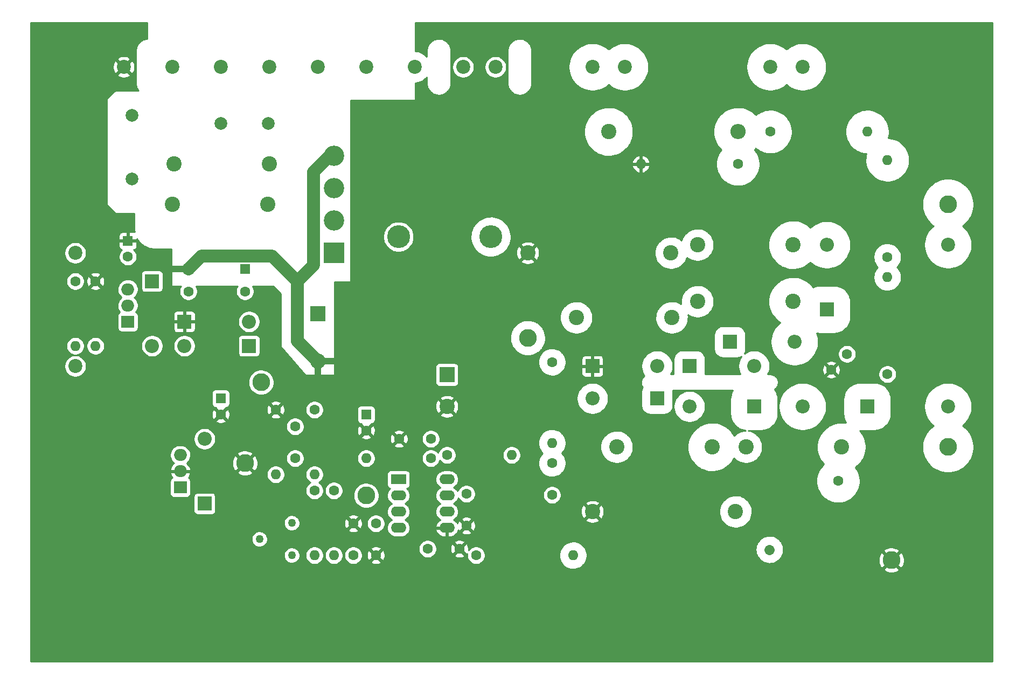
<source format=gbr>
G04 #@! TF.GenerationSoftware,KiCad,Pcbnew,(5.99.0-1101-g9de7547c2)*
G04 #@! TF.CreationDate,2020-03-19T22:24:47-06:00*
G04 #@! TF.ProjectId,pcb-power,7063622d-706f-4776-9572-2e6b69636164,rev?*
G04 #@! TF.SameCoordinates,Original*
G04 #@! TF.FileFunction,Copper,L2,Bot*
G04 #@! TF.FilePolarity,Positive*
%FSLAX46Y46*%
G04 Gerber Fmt 4.6, Leading zero omitted, Abs format (unit mm)*
G04 Created by KiCad (PCBNEW (5.99.0-1101-g9de7547c2)) date 2020-03-19 22:24:47*
%MOMM*%
%LPD*%
G01*
G04 APERTURE LIST*
%ADD10O,1.600000X1.600000*%
%ADD11C,1.600000*%
%ADD12C,1.260000*%
%ADD13C,2.200000*%
%ADD14R,1.600000X1.600000*%
%ADD15C,3.600000*%
%ADD16R,2.400000X1.600000*%
%ADD17O,2.400000X1.600000*%
%ADD18O,2.400000X2.400000*%
%ADD19C,2.400000*%
%ADD20C,0.900000*%
%ADD21C,8.600000*%
%ADD22O,2.000000X1.905000*%
%ADD23R,2.000000X1.905000*%
%ADD24C,2.800000*%
%ADD25C,2.000000*%
%ADD26C,1.600000*%
%ADD27C,6.000000*%
%ADD28O,2.200000X2.200000*%
%ADD29R,2.200000X2.200000*%
%ADD30R,3.200000X3.200000*%
%ADD31C,3.200000*%
%ADD32R,2.400000X2.400000*%
%ADD33C,0.800000*%
%ADD34C,1.016000*%
%ADD35C,2.032000*%
%ADD36C,0.254000*%
G04 APERTURE END LIST*
D10*
X33020000Y-76835000D03*
D11*
X33020000Y-66675000D03*
D10*
X36195000Y-76835000D03*
D11*
X36195000Y-66675000D03*
D12*
X67056000Y-104648000D03*
X61976000Y-107188000D03*
X67056000Y-109728000D03*
D13*
X147320000Y-33020000D03*
X86360000Y-33020000D03*
X119380000Y-33020000D03*
X93980000Y-33020000D03*
X114300000Y-33020000D03*
X78740000Y-33020000D03*
X99060000Y-33020000D03*
X71120000Y-33020000D03*
X63500000Y-33020000D03*
X55880000Y-33020000D03*
X142240000Y-33020000D03*
X40640000Y-33020000D03*
X48260000Y-33020000D03*
X170180000Y-60960000D03*
X170180000Y-86360000D03*
X33020000Y-62230000D03*
X33020000Y-80010000D03*
D11*
X107950000Y-95250000D03*
X107950000Y-100250000D03*
X41275000Y-62825000D03*
D14*
X41275000Y-60325000D03*
D10*
X160655000Y-66040000D03*
D11*
X160655000Y-81280000D03*
D15*
X98320000Y-59690000D03*
X83820000Y-59690000D03*
D10*
X107950000Y-92075000D03*
D11*
X107950000Y-79375000D03*
D16*
X83820000Y-97790000D03*
D17*
X91440000Y-105410000D03*
X83820000Y-100330000D03*
X91440000Y-102870000D03*
X83820000Y-102870000D03*
X91440000Y-100330000D03*
X83820000Y-105410000D03*
X91440000Y-97790000D03*
D10*
X121920000Y-48260000D03*
D11*
X137160000Y-48260000D03*
D18*
X137160000Y-43180000D03*
D19*
X116840000Y-43180000D03*
D10*
X157480000Y-43180000D03*
D11*
X142240000Y-43180000D03*
D20*
X172460419Y-30739581D03*
X170180000Y-29795000D03*
X167899581Y-30739581D03*
X166955000Y-33020000D03*
X167899581Y-35300419D03*
X170180000Y-36245000D03*
X172460419Y-35300419D03*
X173405000Y-33020000D03*
D21*
X170180000Y-33020000D03*
D20*
X172460419Y-117099581D03*
X170180000Y-116155000D03*
X167899581Y-117099581D03*
X166955000Y-119380000D03*
X167899581Y-121660419D03*
X170180000Y-122605000D03*
X172460419Y-121660419D03*
X173405000Y-119380000D03*
D21*
X170180000Y-119380000D03*
D20*
X35300419Y-117099581D03*
X33020000Y-116155000D03*
X30739581Y-117099581D03*
X29795000Y-119380000D03*
X30739581Y-121660419D03*
X33020000Y-122605000D03*
X35300419Y-121660419D03*
X36245000Y-119380000D03*
D21*
X33020000Y-119380000D03*
D20*
X35300419Y-30739581D03*
X33020000Y-29795000D03*
X30739581Y-30739581D03*
X29795000Y-33020000D03*
X30739581Y-35300419D03*
X33020000Y-36245000D03*
X35300419Y-35300419D03*
X36245000Y-33020000D03*
D21*
X33020000Y-33020000D03*
D22*
X41275000Y-67945000D03*
X41275000Y-70485000D03*
D23*
X41275000Y-73025000D03*
D22*
X49530000Y-93980000D03*
X49530000Y-96520000D03*
D23*
X49530000Y-99060000D03*
D24*
X170180000Y-54610000D03*
X170180000Y-92710000D03*
X161290000Y-110490000D03*
X59690000Y-95250000D03*
X104140000Y-75565000D03*
X78740000Y-100330000D03*
X62230000Y-82550000D03*
D25*
X63380000Y-41910000D03*
X55880000Y-41910000D03*
D10*
X160655000Y-47625000D03*
D11*
X160655000Y-62865000D03*
D10*
X101600000Y-93980000D03*
D11*
X91440000Y-93980000D03*
D10*
X78740000Y-94488000D03*
D11*
X88900000Y-94488000D03*
D10*
X70612000Y-97028000D03*
D11*
X70612000Y-86868000D03*
D10*
X70612000Y-109728000D03*
D11*
X70612000Y-99568000D03*
D10*
X73660000Y-109728000D03*
D11*
X73660000Y-99568000D03*
D10*
X64516000Y-97028000D03*
D11*
X64516000Y-86868000D03*
D26*
X142131693Y-108820307D02*
X142131693Y-108820307D01*
D11*
X152908000Y-98044000D03*
D10*
X111252000Y-109728000D03*
D11*
X96012000Y-109728000D03*
X151830126Y-80579874D03*
X154305000Y-78105000D03*
D27*
X45085000Y-109220000D03*
X45085000Y-83820000D03*
D28*
X151130000Y-60960000D03*
D29*
X151130000Y-71120000D03*
D28*
X146050000Y-76200000D03*
D29*
X135890000Y-76200000D03*
D28*
X139700000Y-80010000D03*
D29*
X129540000Y-80010000D03*
D28*
X124460000Y-80010000D03*
D29*
X114300000Y-80010000D03*
D28*
X147320000Y-86360000D03*
D29*
X157480000Y-86360000D03*
D28*
X129540000Y-86360000D03*
D29*
X139700000Y-86360000D03*
D28*
X114300000Y-85090000D03*
D29*
X124460000Y-85090000D03*
D28*
X45085000Y-76835000D03*
D29*
X45085000Y-66675000D03*
D28*
X53340000Y-91440000D03*
D29*
X53340000Y-101600000D03*
D28*
X50165000Y-76835000D03*
D29*
X60325000Y-76835000D03*
D28*
X60325000Y-73025000D03*
D29*
X50165000Y-73025000D03*
D30*
X73660000Y-62230000D03*
D31*
X73660000Y-57150000D03*
X73660000Y-52070000D03*
X73660000Y-46990000D03*
D19*
X145810000Y-60960000D03*
X130810000Y-60960000D03*
X126640000Y-62230000D03*
X104140000Y-62230000D03*
X145810000Y-69850000D03*
X130810000Y-69850000D03*
X126760000Y-72390000D03*
X111760000Y-72390000D03*
X153430000Y-92710000D03*
X138430000Y-92710000D03*
X136800000Y-102870000D03*
X114300000Y-102870000D03*
X133110000Y-92710000D03*
X118110000Y-92710000D03*
D11*
X78740000Y-90130000D03*
D14*
X78740000Y-87630000D03*
D11*
X93392000Y-108712000D03*
X88392000Y-108712000D03*
X94488000Y-105076000D03*
X94488000Y-100076000D03*
D19*
X91440000Y-86360000D03*
D32*
X91440000Y-81360000D03*
D11*
X80264000Y-109728000D03*
X80264000Y-104728000D03*
X83900000Y-91440000D03*
X88900000Y-91440000D03*
X67564000Y-89488000D03*
X67564000Y-94488000D03*
X76708000Y-104728000D03*
X76708000Y-109728000D03*
X55880000Y-87590000D03*
D14*
X55880000Y-85090000D03*
D11*
X50800000Y-68270000D03*
D14*
X50800000Y-64770000D03*
D19*
X71120000Y-79255000D03*
D32*
X71120000Y-71755000D03*
D11*
X59690000Y-68270000D03*
D14*
X59690000Y-64770000D03*
D19*
X63260000Y-54610000D03*
X48260000Y-54610000D03*
X48500000Y-48260000D03*
X63500000Y-48260000D03*
D25*
X41910000Y-50640000D03*
X41910000Y-40640000D03*
D33*
X96012000Y-97790000D03*
X96012000Y-96520000D03*
X98044000Y-94488000D03*
X96012000Y-94488000D03*
X96520000Y-95504000D03*
X97028000Y-94488000D03*
X97536000Y-95504000D03*
D34*
X71120000Y-79255000D02*
X71120000Y-82550000D01*
X71120000Y-79255000D02*
X74810000Y-79255000D01*
X50800000Y-64770000D02*
X47625000Y-64770000D01*
D35*
X50800000Y-64770000D02*
X52870001Y-62699999D01*
X52870001Y-62699999D02*
X63969999Y-62699999D01*
X63969999Y-62699999D02*
X67945000Y-66675000D01*
X70485000Y-64135000D02*
X67945000Y-66675000D01*
X73025000Y-46990000D02*
X70485000Y-49530000D01*
X70485000Y-49530000D02*
X70485000Y-64135000D01*
X73660000Y-46990000D02*
X73025000Y-46990000D01*
X67945000Y-66675000D02*
X67945000Y-76080000D01*
X67945000Y-76080000D02*
X71120000Y-79255000D01*
G36*
X44324000Y-28579907D02*
G01*
X44223205Y-28585718D01*
X44214315Y-28586869D01*
X44175527Y-28594724D01*
X44135897Y-28597948D01*
X44126662Y-28599394D01*
X44115818Y-28601927D01*
X44115440Y-28602016D01*
X43891339Y-28655818D01*
X43882793Y-28658525D01*
X43846009Y-28673125D01*
X43807575Y-28683316D01*
X43798739Y-28686376D01*
X43788514Y-28690790D01*
X43788162Y-28690943D01*
X43577132Y-28783580D01*
X43569200Y-28787758D01*
X43535587Y-28808640D01*
X43499567Y-28825474D01*
X43491411Y-28830051D01*
X43482129Y-28836206D01*
X43481810Y-28836419D01*
X43290519Y-28964961D01*
X43283451Y-28970478D01*
X43254068Y-28996981D01*
X43221594Y-29019931D01*
X43214376Y-29025881D01*
X43206331Y-29033583D01*
X43206056Y-29033848D01*
X43040553Y-29194232D01*
X43034574Y-29200912D01*
X43010352Y-29232197D01*
X42982452Y-29260539D01*
X42976402Y-29267672D01*
X42969848Y-29276678D01*
X42969624Y-29276988D01*
X42835139Y-29464144D01*
X42830438Y-29471778D01*
X42812135Y-29506864D01*
X42789701Y-29539688D01*
X42785013Y-29547774D01*
X42780157Y-29557796D01*
X42779988Y-29558147D01*
X42680768Y-29766166D01*
X42677493Y-29774512D01*
X42665696Y-29812275D01*
X42649424Y-29848566D01*
X42646240Y-29857361D01*
X42643236Y-29868086D01*
X42643134Y-29868455D01*
X42582321Y-30090753D01*
X42580576Y-30099547D01*
X42575652Y-30138805D01*
X42566064Y-30177400D01*
X42564488Y-30186622D01*
X42563431Y-30197709D01*
X42563396Y-30198088D01*
X42542908Y-30427640D01*
X42542748Y-30436603D01*
X42546000Y-30497650D01*
X42546001Y-35528839D01*
X42541442Y-35575752D01*
X42541230Y-35585103D01*
X42541804Y-35596226D01*
X42541825Y-35596608D01*
X42550511Y-35747243D01*
X42551662Y-35756134D01*
X42557531Y-35785108D01*
X42559010Y-35814831D01*
X42560166Y-35824112D01*
X42562358Y-35835031D01*
X42562435Y-35835407D01*
X42609170Y-36061084D01*
X42611607Y-36069712D01*
X42625042Y-36106928D01*
X42634023Y-36145671D01*
X42636803Y-36154596D01*
X42640894Y-36164955D01*
X42641037Y-36165314D01*
X42726999Y-36379151D01*
X42730925Y-36387210D01*
X42750742Y-36421465D01*
X42766436Y-36457994D01*
X42770751Y-36466283D01*
X42776611Y-36475755D01*
X42776817Y-36476085D01*
X42899288Y-36671320D01*
X42904579Y-36678557D01*
X42926118Y-36704000D01*
X39344937Y-36704000D01*
X39298627Y-36723182D01*
X37993182Y-38028627D01*
X37974000Y-38074937D01*
X37974000Y-54635063D01*
X37993182Y-54681373D01*
X39298627Y-55986818D01*
X39344937Y-56006000D01*
X42292001Y-56006000D01*
X42292000Y-58380612D01*
X42287249Y-58419029D01*
X42286792Y-58428372D01*
X42287074Y-58439506D01*
X42287085Y-58439887D01*
X42292244Y-58604047D01*
X42293162Y-58612966D01*
X42295380Y-58625609D01*
X42295005Y-58638632D01*
X42295429Y-58647973D01*
X42296758Y-58659032D01*
X42296804Y-58659413D01*
X42332447Y-58941557D01*
X42304880Y-58925641D01*
X42284163Y-58918100D01*
X42091462Y-58884122D01*
X42080501Y-58883163D01*
X41476809Y-58883163D01*
X41403000Y-58956972D01*
X41402999Y-60123191D01*
X41476808Y-60197000D01*
X42643028Y-60197001D01*
X42716837Y-60123192D01*
X42716837Y-60008160D01*
X42763410Y-60092876D01*
X42768277Y-60100406D01*
X42782031Y-60118692D01*
X42792562Y-60139228D01*
X42797437Y-60147214D01*
X42803930Y-60156264D01*
X42804152Y-60156572D01*
X42994387Y-60418409D01*
X43000159Y-60425269D01*
X43016095Y-60441685D01*
X43029121Y-60460745D01*
X43034958Y-60468055D01*
X43042532Y-60476219D01*
X43042792Y-60476497D01*
X43264345Y-60712428D01*
X43270932Y-60718512D01*
X43288805Y-60732804D01*
X43304105Y-60750069D01*
X43310807Y-60756586D01*
X43319345Y-60763739D01*
X43319643Y-60763987D01*
X43569022Y-60970291D01*
X43576318Y-60975500D01*
X43595839Y-60987439D01*
X43613191Y-61002656D01*
X43620656Y-61008281D01*
X43630022Y-61014306D01*
X43630349Y-61014515D01*
X43903619Y-61187936D01*
X43911511Y-61192190D01*
X43932370Y-61201586D01*
X43951494Y-61214510D01*
X43959611Y-61219158D01*
X43969660Y-61223961D01*
X43970005Y-61224125D01*
X44262853Y-61361928D01*
X44271215Y-61365159D01*
X44293092Y-61371868D01*
X44313681Y-61382291D01*
X44322312Y-61385884D01*
X44332882Y-61389390D01*
X44333249Y-61389510D01*
X44641061Y-61489524D01*
X44649763Y-61491682D01*
X44672308Y-61495596D01*
X44694042Y-61503357D01*
X44703063Y-61505841D01*
X44713991Y-61507994D01*
X44714364Y-61508067D01*
X45032279Y-61568712D01*
X45041182Y-61569762D01*
X45064034Y-61570820D01*
X45086578Y-61575797D01*
X45095843Y-61577131D01*
X45106954Y-61577897D01*
X45107329Y-61577922D01*
X45430335Y-61598244D01*
X45439300Y-61598170D01*
X45491698Y-61594000D01*
X48134000Y-61594000D01*
X48134000Y-67362191D01*
X48207809Y-67436000D01*
X49627855Y-67436000D01*
X49624399Y-67440119D01*
X49618088Y-67449132D01*
X49498152Y-67656868D01*
X49493502Y-67666840D01*
X49411460Y-67892247D01*
X49408613Y-67902874D01*
X49366959Y-68139103D01*
X49366000Y-68150064D01*
X49366000Y-68389936D01*
X49366959Y-68400897D01*
X49408613Y-68637126D01*
X49411460Y-68647753D01*
X49493502Y-68873160D01*
X49498152Y-68883132D01*
X49618088Y-69090868D01*
X49624399Y-69099881D01*
X49778587Y-69283634D01*
X49786366Y-69291413D01*
X49970119Y-69445601D01*
X49979132Y-69451912D01*
X50186868Y-69571848D01*
X50196840Y-69576498D01*
X50422247Y-69658540D01*
X50432874Y-69661387D01*
X50669103Y-69703041D01*
X50680064Y-69704000D01*
X50919936Y-69704000D01*
X50930897Y-69703041D01*
X51167126Y-69661387D01*
X51177753Y-69658540D01*
X51403160Y-69576498D01*
X51413132Y-69571848D01*
X51620868Y-69451912D01*
X51629881Y-69445601D01*
X51813634Y-69291413D01*
X51821413Y-69283634D01*
X51975601Y-69099881D01*
X51981912Y-69090868D01*
X52101848Y-68883132D01*
X52106498Y-68873160D01*
X52188540Y-68647753D01*
X52191387Y-68637126D01*
X52233041Y-68400897D01*
X52234000Y-68389936D01*
X52234000Y-68150064D01*
X52233041Y-68139103D01*
X52191387Y-67902874D01*
X52188540Y-67892247D01*
X52106498Y-67666840D01*
X52101848Y-67656868D01*
X51981912Y-67449132D01*
X51975601Y-67440119D01*
X51972145Y-67436000D01*
X58517855Y-67436000D01*
X58514399Y-67440119D01*
X58508088Y-67449132D01*
X58388152Y-67656868D01*
X58383502Y-67666840D01*
X58301460Y-67892247D01*
X58298613Y-67902874D01*
X58256959Y-68139103D01*
X58256000Y-68150064D01*
X58256000Y-68389936D01*
X58256959Y-68400897D01*
X58298613Y-68637126D01*
X58301460Y-68647753D01*
X58383502Y-68873160D01*
X58388152Y-68883132D01*
X58508088Y-69090868D01*
X58514399Y-69099881D01*
X58668587Y-69283634D01*
X58676366Y-69291413D01*
X58860119Y-69445601D01*
X58869132Y-69451912D01*
X59076868Y-69571848D01*
X59086840Y-69576498D01*
X59312247Y-69658540D01*
X59322874Y-69661387D01*
X59559103Y-69703041D01*
X59570064Y-69704000D01*
X59809936Y-69704000D01*
X59820897Y-69703041D01*
X60057126Y-69661387D01*
X60067753Y-69658540D01*
X60293160Y-69576498D01*
X60303132Y-69571848D01*
X60510868Y-69451912D01*
X60519881Y-69445601D01*
X60703634Y-69291413D01*
X60711413Y-69283634D01*
X60865601Y-69099881D01*
X60871912Y-69090868D01*
X60991848Y-68883132D01*
X60996498Y-68873160D01*
X61078540Y-68647753D01*
X61081387Y-68637126D01*
X61123041Y-68400897D01*
X61124000Y-68389936D01*
X61124000Y-68150064D01*
X61123041Y-68139103D01*
X61081387Y-67902874D01*
X61078540Y-67892247D01*
X60996498Y-67666840D01*
X60991848Y-67656868D01*
X60871912Y-67449132D01*
X60865601Y-67440119D01*
X60862145Y-67436000D01*
X64082810Y-67436000D01*
X65279000Y-68632190D01*
X65279000Y-76857558D01*
X65294653Y-76899872D01*
X69137287Y-81382945D01*
X69187413Y-81406000D01*
X73712191Y-81406000D01*
X73786000Y-81332191D01*
X73786000Y-80154499D01*
X89598163Y-80154499D01*
X89598163Y-82568258D01*
X89600319Y-82584634D01*
X89675137Y-82863859D01*
X89687880Y-82888339D01*
X89818990Y-83044590D01*
X89835879Y-83058761D01*
X90010120Y-83159359D01*
X90030837Y-83166900D01*
X90223538Y-83200878D01*
X90234499Y-83201837D01*
X92648258Y-83201837D01*
X92664634Y-83199681D01*
X92943859Y-83124863D01*
X92968339Y-83112120D01*
X93124590Y-82981010D01*
X93138761Y-82964121D01*
X93239359Y-82789880D01*
X93246900Y-82769163D01*
X93280878Y-82576462D01*
X93281837Y-82565501D01*
X93281837Y-82554207D01*
X121918009Y-82554207D01*
X121918083Y-82563172D01*
X121923068Y-82625813D01*
X121925214Y-82688838D01*
X121926225Y-82698141D01*
X121928247Y-82709094D01*
X121928316Y-82709464D01*
X121959017Y-82870407D01*
X121961318Y-82879073D01*
X121981729Y-82938517D01*
X121999478Y-82999019D01*
X122002773Y-83007782D01*
X122007456Y-83017888D01*
X122007613Y-83018227D01*
X122077374Y-83166475D01*
X122081758Y-83174295D01*
X122116294Y-83226770D01*
X122148544Y-83280976D01*
X122153304Y-83287775D01*
X122089096Y-83394490D01*
X122083359Y-83406890D01*
X121990792Y-83681620D01*
X121987855Y-83694964D01*
X121956881Y-83979770D01*
X121956511Y-83986587D01*
X121956511Y-86194267D01*
X121957088Y-86202782D01*
X122005266Y-86556392D01*
X122009179Y-86571261D01*
X122116801Y-86841371D01*
X122123200Y-86853442D01*
X122285891Y-87093393D01*
X122294736Y-87103807D01*
X122505207Y-87303174D01*
X122516083Y-87311442D01*
X122764490Y-87460904D01*
X122776890Y-87466641D01*
X123051620Y-87559208D01*
X123064964Y-87562145D01*
X123349770Y-87593119D01*
X123356587Y-87593489D01*
X125564267Y-87593489D01*
X125572782Y-87592912D01*
X125926392Y-87544734D01*
X125941261Y-87540821D01*
X126211371Y-87433199D01*
X126223442Y-87426800D01*
X126463393Y-87264109D01*
X126473807Y-87255264D01*
X126673174Y-87044793D01*
X126681442Y-87033917D01*
X126830904Y-86785510D01*
X126836641Y-86773110D01*
X126929208Y-86498380D01*
X126932145Y-86485036D01*
X126963085Y-86200537D01*
X127044000Y-86200537D01*
X127044000Y-86519463D01*
X127044540Y-86527695D01*
X127086168Y-86843892D01*
X127087778Y-86851983D01*
X127170321Y-87160041D01*
X127172973Y-87167853D01*
X127295021Y-87462502D01*
X127298669Y-87469901D01*
X127458132Y-87746099D01*
X127462716Y-87752959D01*
X127656866Y-88005979D01*
X127662305Y-88012181D01*
X127887819Y-88237695D01*
X127894021Y-88243134D01*
X128147041Y-88437284D01*
X128153901Y-88441868D01*
X128430099Y-88601331D01*
X128437498Y-88604979D01*
X128732147Y-88727027D01*
X128739959Y-88729679D01*
X129048017Y-88812222D01*
X129056108Y-88813832D01*
X129372305Y-88855460D01*
X129380537Y-88856000D01*
X129699463Y-88856000D01*
X129707695Y-88855460D01*
X130023892Y-88813832D01*
X130031983Y-88812222D01*
X130340041Y-88729679D01*
X130347853Y-88727027D01*
X130642502Y-88604979D01*
X130649901Y-88601331D01*
X130926099Y-88441868D01*
X130932959Y-88437284D01*
X131185979Y-88243134D01*
X131192181Y-88237695D01*
X131417695Y-88012181D01*
X131423134Y-88005979D01*
X131617284Y-87752959D01*
X131621868Y-87746099D01*
X131781331Y-87469901D01*
X131784979Y-87462502D01*
X131907027Y-87167853D01*
X131909679Y-87160041D01*
X131992222Y-86851983D01*
X131993832Y-86843892D01*
X132035460Y-86527695D01*
X132036000Y-86519463D01*
X132036000Y-86200537D01*
X132035460Y-86192305D01*
X131993832Y-85876108D01*
X131992222Y-85868017D01*
X131909679Y-85559959D01*
X131907027Y-85552147D01*
X131784979Y-85257498D01*
X131781331Y-85250099D01*
X131621868Y-84973901D01*
X131617284Y-84967041D01*
X131423134Y-84714021D01*
X131417695Y-84707819D01*
X131192181Y-84482305D01*
X131185979Y-84476866D01*
X130932959Y-84282716D01*
X130926099Y-84278132D01*
X130649901Y-84118669D01*
X130642502Y-84115021D01*
X130347853Y-83992973D01*
X130340041Y-83990321D01*
X130031983Y-83907778D01*
X130023892Y-83906168D01*
X129707695Y-83864540D01*
X129699463Y-83864000D01*
X129380537Y-83864000D01*
X129372305Y-83864540D01*
X129056108Y-83906168D01*
X129048017Y-83907778D01*
X128739959Y-83990321D01*
X128732147Y-83992973D01*
X128437498Y-84115021D01*
X128430099Y-84118669D01*
X128153901Y-84278132D01*
X128147041Y-84282716D01*
X127894021Y-84476866D01*
X127887819Y-84482305D01*
X127662305Y-84707819D01*
X127656866Y-84714021D01*
X127462716Y-84967041D01*
X127458132Y-84973901D01*
X127298669Y-85250099D01*
X127295021Y-85257498D01*
X127172973Y-85552147D01*
X127170321Y-85559959D01*
X127087778Y-85868017D01*
X127086168Y-85876108D01*
X127044540Y-86192305D01*
X127044000Y-86200537D01*
X126963085Y-86200537D01*
X126963119Y-86200230D01*
X126963489Y-86193413D01*
X126963489Y-83985733D01*
X126962912Y-83977218D01*
X126941355Y-83819000D01*
X136355129Y-83819000D01*
X136206267Y-84069398D01*
X136201981Y-84078055D01*
X136052576Y-84448753D01*
X136049662Y-84457962D01*
X135958594Y-84847123D01*
X135957119Y-84856669D01*
X135926710Y-85252762D01*
X135926525Y-85257586D01*
X135926525Y-87463018D01*
X135926814Y-87469046D01*
X135974220Y-87962476D01*
X135976187Y-87973165D01*
X136082253Y-88359135D01*
X136085518Y-88368226D01*
X136249012Y-88732929D01*
X136253627Y-88741415D01*
X136470876Y-89076887D01*
X136476732Y-89084569D01*
X136742646Y-89382948D01*
X136749605Y-89389646D01*
X137057950Y-89643936D01*
X137065850Y-89649493D01*
X137409398Y-89853733D01*
X137418055Y-89858019D01*
X137788753Y-90007424D01*
X137797962Y-90010338D01*
X138187123Y-90101406D01*
X138196669Y-90102881D01*
X138329194Y-90113055D01*
X138047260Y-90137225D01*
X138039320Y-90138419D01*
X137723454Y-90206712D01*
X137715730Y-90208905D01*
X137411102Y-90316779D01*
X137403719Y-90319936D01*
X137115267Y-90465643D01*
X137108345Y-90469713D01*
X136840745Y-90650891D01*
X136834396Y-90655807D01*
X136591987Y-90869520D01*
X136586315Y-90875203D01*
X136542198Y-90925421D01*
X136378293Y-90635720D01*
X136374812Y-90630244D01*
X136147760Y-90310751D01*
X136143734Y-90305662D01*
X135885044Y-90011201D01*
X135880516Y-90006553D01*
X135592927Y-89740244D01*
X135587945Y-89736086D01*
X135274506Y-89500749D01*
X135269124Y-89497125D01*
X134933153Y-89295254D01*
X134927426Y-89292203D01*
X134572485Y-89125936D01*
X134566475Y-89123490D01*
X134196323Y-88994589D01*
X134190094Y-88992773D01*
X133808652Y-88902604D01*
X133802269Y-88901438D01*
X133413579Y-88850956D01*
X133407110Y-88850452D01*
X133015290Y-88840192D01*
X133008803Y-88840356D01*
X132618004Y-88870427D01*
X132611569Y-88871257D01*
X132225932Y-88941340D01*
X132219616Y-88942827D01*
X131843225Y-89052178D01*
X131837095Y-89054307D01*
X131473938Y-89201770D01*
X131468059Y-89204517D01*
X131121984Y-89388528D01*
X131116419Y-89391865D01*
X130791093Y-89610476D01*
X130785901Y-89614368D01*
X130484769Y-89865261D01*
X130480004Y-89869666D01*
X130206257Y-90150185D01*
X130201970Y-90155056D01*
X129958508Y-90462227D01*
X129954745Y-90467513D01*
X129744148Y-90798084D01*
X129740948Y-90803728D01*
X129565447Y-91154196D01*
X129562844Y-91160140D01*
X129424298Y-91526791D01*
X129422320Y-91532971D01*
X129322197Y-91911922D01*
X129320865Y-91918272D01*
X129260225Y-92305507D01*
X129259552Y-92311961D01*
X129239039Y-92703378D01*
X129239033Y-92709866D01*
X129258864Y-93101319D01*
X129259525Y-93107774D01*
X129319489Y-93495114D01*
X129320810Y-93501466D01*
X129420272Y-93880591D01*
X129422239Y-93886774D01*
X129560145Y-94253667D01*
X129562738Y-94259615D01*
X129737626Y-94610388D01*
X129740816Y-94616039D01*
X129950836Y-94946977D01*
X129954590Y-94952269D01*
X130197515Y-95259865D01*
X130201793Y-95264744D01*
X130475050Y-95545740D01*
X130479807Y-95550153D01*
X130780501Y-95801572D01*
X130785687Y-95805473D01*
X131110631Y-96024650D01*
X131116190Y-96027997D01*
X131461943Y-96212612D01*
X131467817Y-96215370D01*
X131830716Y-96363466D01*
X131836842Y-96365605D01*
X132213042Y-96475614D01*
X132219356Y-96477112D01*
X132604870Y-96547867D01*
X132611304Y-96548708D01*
X133002049Y-96579461D01*
X133008536Y-96579637D01*
X133400373Y-96570060D01*
X133406843Y-96569568D01*
X133795620Y-96519764D01*
X133802005Y-96518610D01*
X134183604Y-96429107D01*
X134189837Y-96427302D01*
X134560213Y-96299048D01*
X134566228Y-96296612D01*
X134921458Y-96130965D01*
X134927190Y-96127923D01*
X135263513Y-95926639D01*
X135268902Y-95923025D01*
X135582752Y-95688235D01*
X135587741Y-95684085D01*
X135875794Y-95418278D01*
X135880330Y-95413638D01*
X136139533Y-95119629D01*
X136143568Y-95114547D01*
X136371177Y-94795451D01*
X136374668Y-94789982D01*
X136541554Y-94496209D01*
X136753243Y-94698504D01*
X136759390Y-94703670D01*
X137019503Y-94895442D01*
X137026256Y-94899786D01*
X137308628Y-95056952D01*
X137315878Y-95060402D01*
X137615932Y-95180415D01*
X137623562Y-95182916D01*
X137936433Y-95263831D01*
X137944319Y-95265342D01*
X138264935Y-95305846D01*
X138272949Y-95306343D01*
X138596113Y-95305779D01*
X138604125Y-95305254D01*
X138924599Y-95263631D01*
X138932479Y-95262092D01*
X139245065Y-95180087D01*
X139252686Y-95177559D01*
X139552319Y-95056499D01*
X139559557Y-95053024D01*
X139841379Y-94894873D01*
X139848117Y-94890506D01*
X140107560Y-94697826D01*
X140113688Y-94692638D01*
X140346544Y-94468556D01*
X140351964Y-94462631D01*
X140554459Y-94210776D01*
X140559082Y-94204211D01*
X140727935Y-93928669D01*
X140731686Y-93921569D01*
X140864159Y-93626804D01*
X140866977Y-93619286D01*
X140960922Y-93310077D01*
X140962762Y-93302261D01*
X141016762Y-92982999D01*
X141017632Y-92973745D01*
X141026132Y-92550315D01*
X141025633Y-92541033D01*
X140984491Y-92219860D01*
X140982965Y-92211976D01*
X140901505Y-91899247D01*
X140898991Y-91891622D01*
X140778455Y-91591778D01*
X140774992Y-91584533D01*
X140617332Y-91302436D01*
X140612977Y-91295691D01*
X140420752Y-91035913D01*
X140415575Y-91029776D01*
X140191898Y-90796528D01*
X140185983Y-90791098D01*
X139934482Y-90588163D01*
X139927925Y-90583529D01*
X139652677Y-90414195D01*
X139645584Y-90410431D01*
X139351051Y-90277445D01*
X139343537Y-90274613D01*
X139034494Y-90180129D01*
X139026681Y-90178275D01*
X138764592Y-90133475D01*
X140803018Y-90133475D01*
X140809046Y-90133186D01*
X141302476Y-90085780D01*
X141313165Y-90083813D01*
X141699135Y-89977747D01*
X141708226Y-89974482D01*
X142072929Y-89810988D01*
X142081415Y-89806373D01*
X142416887Y-89589124D01*
X142424569Y-89583268D01*
X142722948Y-89317354D01*
X142729646Y-89310395D01*
X142983936Y-89002050D01*
X142989493Y-88994150D01*
X143193733Y-88650602D01*
X143198019Y-88641945D01*
X143347424Y-88271247D01*
X143350338Y-88262038D01*
X143441406Y-87872877D01*
X143442881Y-87863331D01*
X143473290Y-87467238D01*
X143473475Y-87462414D01*
X143473475Y-86165937D01*
X143554000Y-86165937D01*
X143554000Y-86554063D01*
X143554345Y-86560653D01*
X143594916Y-86946655D01*
X143595948Y-86953173D01*
X143676644Y-87332818D01*
X143678352Y-87339192D01*
X143798290Y-87708323D01*
X143800655Y-87714484D01*
X143958521Y-88069056D01*
X143961517Y-88074936D01*
X144155580Y-88411064D01*
X144159175Y-88416599D01*
X144387310Y-88730600D01*
X144391463Y-88735728D01*
X144651170Y-89024163D01*
X144655837Y-89028830D01*
X144944272Y-89288537D01*
X144949400Y-89292690D01*
X145263401Y-89520825D01*
X145268936Y-89524420D01*
X145605064Y-89718483D01*
X145610944Y-89721479D01*
X145965516Y-89879345D01*
X145971677Y-89881710D01*
X146340808Y-90001648D01*
X146347182Y-90003356D01*
X146726827Y-90084052D01*
X146733345Y-90085084D01*
X147119347Y-90125655D01*
X147125937Y-90126000D01*
X147514063Y-90126000D01*
X147520653Y-90125655D01*
X147906655Y-90085084D01*
X147913173Y-90084052D01*
X148292818Y-90003356D01*
X148299192Y-90001648D01*
X148668323Y-89881710D01*
X148674484Y-89879345D01*
X149029056Y-89721479D01*
X149034936Y-89718483D01*
X149371064Y-89524420D01*
X149376599Y-89520825D01*
X149690600Y-89292690D01*
X149695728Y-89288537D01*
X149984163Y-89028830D01*
X149988830Y-89024163D01*
X150248537Y-88735728D01*
X150252690Y-88730600D01*
X150480825Y-88416599D01*
X150484420Y-88411064D01*
X150678483Y-88074936D01*
X150681479Y-88069056D01*
X150839345Y-87714484D01*
X150841710Y-87708323D01*
X150961648Y-87339192D01*
X150963356Y-87332818D01*
X151044052Y-86953173D01*
X151045084Y-86946655D01*
X151085655Y-86560653D01*
X151086000Y-86554063D01*
X151086000Y-86165937D01*
X151085655Y-86159347D01*
X151045084Y-85773345D01*
X151044052Y-85766827D01*
X150963356Y-85387182D01*
X150961648Y-85380808D01*
X150841710Y-85011677D01*
X150839345Y-85005516D01*
X150681479Y-84650944D01*
X150678483Y-84645064D01*
X150484420Y-84308936D01*
X150480825Y-84303401D01*
X150252690Y-83989400D01*
X150248537Y-83984272D01*
X149988830Y-83695837D01*
X149984163Y-83691170D01*
X149695728Y-83431463D01*
X149690600Y-83427310D01*
X149376599Y-83199175D01*
X149371064Y-83195580D01*
X149034936Y-83001517D01*
X149029056Y-82998521D01*
X148674484Y-82840655D01*
X148668323Y-82838290D01*
X148299192Y-82718352D01*
X148292818Y-82716644D01*
X147913173Y-82635948D01*
X147906655Y-82634916D01*
X147520653Y-82594345D01*
X147514063Y-82594000D01*
X147125937Y-82594000D01*
X147119347Y-82594345D01*
X146733345Y-82634916D01*
X146726827Y-82635948D01*
X146347182Y-82716644D01*
X146340808Y-82718352D01*
X145971677Y-82838290D01*
X145965516Y-82840655D01*
X145610944Y-82998521D01*
X145605064Y-83001517D01*
X145268936Y-83195580D01*
X145263401Y-83199175D01*
X144949400Y-83427310D01*
X144944272Y-83431463D01*
X144655837Y-83691170D01*
X144651170Y-83695837D01*
X144391463Y-83984272D01*
X144387310Y-83989400D01*
X144159175Y-84303401D01*
X144155580Y-84308936D01*
X143961517Y-84645064D01*
X143958521Y-84650944D01*
X143800655Y-85005516D01*
X143798290Y-85011677D01*
X143678352Y-85380808D01*
X143676644Y-85387182D01*
X143595948Y-85766827D01*
X143594916Y-85773345D01*
X143554345Y-86159347D01*
X143554000Y-86165937D01*
X143473475Y-86165937D01*
X143473475Y-85256982D01*
X143473186Y-85250954D01*
X143425780Y-84757524D01*
X143423813Y-84746835D01*
X143317747Y-84360865D01*
X143314482Y-84351774D01*
X143150988Y-83987071D01*
X143146373Y-83978585D01*
X142929124Y-83643113D01*
X142923268Y-83635431D01*
X142915678Y-83626914D01*
X142925118Y-83621725D01*
X142932648Y-83616858D01*
X142982873Y-83579079D01*
X143034932Y-83543500D01*
X143042243Y-83537663D01*
X143050407Y-83530089D01*
X143050686Y-83529829D01*
X143170124Y-83417668D01*
X143176206Y-83411082D01*
X143215450Y-83362011D01*
X143257032Y-83314595D01*
X143262666Y-83307118D01*
X143268689Y-83297750D01*
X143268890Y-83297435D01*
X143356682Y-83159099D01*
X143360936Y-83151207D01*
X143386742Y-83093918D01*
X143415227Y-83037648D01*
X143418823Y-83029008D01*
X143422328Y-83018437D01*
X143422445Y-83018079D01*
X143473075Y-82862254D01*
X143475233Y-82853552D01*
X143485982Y-82791643D01*
X143499578Y-82730064D01*
X143500912Y-82720800D01*
X143501678Y-82709688D01*
X143501703Y-82709313D01*
X143511991Y-82545793D01*
X143511917Y-82536828D01*
X143506931Y-82474175D01*
X143504786Y-82411162D01*
X143503775Y-82401858D01*
X143501753Y-82390905D01*
X143501684Y-82390534D01*
X143470982Y-82229593D01*
X143468681Y-82220929D01*
X143448271Y-82161483D01*
X143430522Y-82100980D01*
X143427227Y-82092217D01*
X143422544Y-82082112D01*
X143422387Y-82081773D01*
X143352626Y-81933525D01*
X143348242Y-81925705D01*
X143313701Y-81873222D01*
X143281453Y-81819018D01*
X143276084Y-81811351D01*
X143269035Y-81802726D01*
X143268797Y-81802437D01*
X143164360Y-81676194D01*
X143158169Y-81669709D01*
X143111650Y-81627454D01*
X143107895Y-81623718D01*
X150967303Y-81623718D01*
X150983523Y-81746927D01*
X151216994Y-81881722D01*
X151226966Y-81886372D01*
X151452373Y-81968414D01*
X151463000Y-81971261D01*
X151699229Y-82012915D01*
X151710190Y-82013874D01*
X151950062Y-82013874D01*
X151961023Y-82012915D01*
X152197252Y-81971261D01*
X152207879Y-81968414D01*
X152433286Y-81886372D01*
X152443258Y-81881722D01*
X152676729Y-81746927D01*
X152692949Y-81623718D01*
X151882317Y-80813084D01*
X151777935Y-80813084D01*
X150967303Y-81623718D01*
X143107895Y-81623718D01*
X143066952Y-81582990D01*
X143059849Y-81576902D01*
X143050879Y-81570301D01*
X143050570Y-81570076D01*
X142918016Y-81473769D01*
X142910407Y-81469028D01*
X142854845Y-81439672D01*
X142800483Y-81407714D01*
X142792094Y-81403586D01*
X142781763Y-81399422D01*
X142781404Y-81399279D01*
X142629061Y-81338964D01*
X142620512Y-81336264D01*
X142559381Y-81321644D01*
X142498803Y-81304216D01*
X142489651Y-81302304D01*
X142478610Y-81300840D01*
X142478227Y-81300791D01*
X142315670Y-81280255D01*
X142306718Y-81279766D01*
X142232264Y-81281000D01*
X141848320Y-81281000D01*
X141941331Y-81119901D01*
X141944979Y-81112502D01*
X142067027Y-80817853D01*
X142069679Y-80810041D01*
X142152222Y-80501983D01*
X142153832Y-80493892D01*
X142158302Y-80459938D01*
X150396126Y-80459938D01*
X150396126Y-80699810D01*
X150397085Y-80710771D01*
X150438739Y-80947000D01*
X150441586Y-80957627D01*
X150523628Y-81183034D01*
X150528278Y-81193006D01*
X150663073Y-81426477D01*
X150786282Y-81442697D01*
X151596916Y-80632065D01*
X151596916Y-80527683D01*
X152063336Y-80527683D01*
X152063336Y-80632065D01*
X152873970Y-81442697D01*
X152997179Y-81426477D01*
X153131974Y-81193006D01*
X153136624Y-81183034D01*
X153144984Y-81160064D01*
X159221000Y-81160064D01*
X159221000Y-81399936D01*
X159221959Y-81410897D01*
X159263613Y-81647126D01*
X159266460Y-81657753D01*
X159348502Y-81883160D01*
X159353152Y-81893132D01*
X159473088Y-82100868D01*
X159479399Y-82109881D01*
X159633587Y-82293634D01*
X159641366Y-82301413D01*
X159825119Y-82455601D01*
X159834132Y-82461912D01*
X160041868Y-82581848D01*
X160051840Y-82586498D01*
X160277247Y-82668540D01*
X160287874Y-82671387D01*
X160524103Y-82713041D01*
X160535064Y-82714000D01*
X160774936Y-82714000D01*
X160785897Y-82713041D01*
X161022126Y-82671387D01*
X161032753Y-82668540D01*
X161258160Y-82586498D01*
X161268132Y-82581848D01*
X161475868Y-82461912D01*
X161484881Y-82455601D01*
X161668634Y-82301413D01*
X161676413Y-82293634D01*
X161830601Y-82109881D01*
X161836912Y-82100868D01*
X161956848Y-81893132D01*
X161961498Y-81883160D01*
X162043540Y-81657753D01*
X162046387Y-81647126D01*
X162088041Y-81410897D01*
X162089000Y-81399936D01*
X162089000Y-81160064D01*
X162088041Y-81149103D01*
X162046387Y-80912874D01*
X162043540Y-80902247D01*
X161961498Y-80676840D01*
X161956848Y-80666868D01*
X161836912Y-80459132D01*
X161830601Y-80450119D01*
X161676413Y-80266366D01*
X161668634Y-80258587D01*
X161484881Y-80104399D01*
X161475868Y-80098088D01*
X161268132Y-79978152D01*
X161258160Y-79973502D01*
X161032753Y-79891460D01*
X161022126Y-79888613D01*
X160785897Y-79846959D01*
X160774936Y-79846000D01*
X160535064Y-79846000D01*
X160524103Y-79846959D01*
X160287874Y-79888613D01*
X160277247Y-79891460D01*
X160051840Y-79973502D01*
X160041868Y-79978152D01*
X159834132Y-80098088D01*
X159825119Y-80104399D01*
X159641366Y-80258587D01*
X159633587Y-80266366D01*
X159479399Y-80450119D01*
X159473088Y-80459132D01*
X159353152Y-80666868D01*
X159348502Y-80676840D01*
X159266460Y-80902247D01*
X159263613Y-80912874D01*
X159221959Y-81149103D01*
X159221000Y-81160064D01*
X153144984Y-81160064D01*
X153218666Y-80957627D01*
X153221513Y-80947000D01*
X153263167Y-80710771D01*
X153264126Y-80699810D01*
X153264126Y-80459938D01*
X153263167Y-80448977D01*
X153221513Y-80212748D01*
X153218666Y-80202121D01*
X153136624Y-79976714D01*
X153131974Y-79966742D01*
X152997179Y-79733271D01*
X152873970Y-79717051D01*
X152063336Y-80527683D01*
X151596916Y-80527683D01*
X150786282Y-79717051D01*
X150663073Y-79733271D01*
X150528278Y-79966742D01*
X150523628Y-79976714D01*
X150441586Y-80202121D01*
X150438739Y-80212748D01*
X150397085Y-80448977D01*
X150396126Y-80459938D01*
X142158302Y-80459938D01*
X142195460Y-80177695D01*
X142196000Y-80169463D01*
X142196000Y-79850537D01*
X142195460Y-79842305D01*
X142153832Y-79526108D01*
X142152222Y-79518017D01*
X142069679Y-79209959D01*
X142067027Y-79202147D01*
X141944979Y-78907498D01*
X141941331Y-78900099D01*
X141781868Y-78623901D01*
X141777284Y-78617041D01*
X141583134Y-78364021D01*
X141577695Y-78357819D01*
X141352181Y-78132305D01*
X141345979Y-78126866D01*
X141092959Y-77932716D01*
X141086099Y-77928132D01*
X140809901Y-77768669D01*
X140802502Y-77765021D01*
X140507853Y-77642973D01*
X140500041Y-77640321D01*
X140191983Y-77557778D01*
X140183892Y-77556168D01*
X139867695Y-77514540D01*
X139859463Y-77514000D01*
X139540537Y-77514000D01*
X139532305Y-77514540D01*
X139216108Y-77556168D01*
X139208017Y-77557778D01*
X138899959Y-77640321D01*
X138892147Y-77642973D01*
X138597498Y-77765021D01*
X138590099Y-77768669D01*
X138313901Y-77928132D01*
X138307041Y-77932716D01*
X138179748Y-78030392D01*
X138260904Y-77895510D01*
X138266641Y-77883110D01*
X138359208Y-77608380D01*
X138362145Y-77595036D01*
X138393119Y-77310230D01*
X138393489Y-77303413D01*
X138393489Y-75095733D01*
X138392912Y-75087218D01*
X138344734Y-74733608D01*
X138340821Y-74718739D01*
X138233199Y-74448629D01*
X138226800Y-74436558D01*
X138064109Y-74196607D01*
X138055264Y-74186193D01*
X137844793Y-73986826D01*
X137833917Y-73978558D01*
X137585510Y-73829096D01*
X137573110Y-73823359D01*
X137298380Y-73730792D01*
X137285036Y-73727855D01*
X137000230Y-73696881D01*
X136993413Y-73696511D01*
X134785733Y-73696511D01*
X134777218Y-73697088D01*
X134423608Y-73745266D01*
X134408739Y-73749179D01*
X134138629Y-73856801D01*
X134126558Y-73863200D01*
X133886607Y-74025891D01*
X133876193Y-74034736D01*
X133676826Y-74245207D01*
X133668558Y-74256083D01*
X133519096Y-74504490D01*
X133513359Y-74516890D01*
X133420792Y-74791620D01*
X133417855Y-74804964D01*
X133386881Y-75089770D01*
X133386511Y-75096587D01*
X133386511Y-77304267D01*
X133387088Y-77312782D01*
X133435266Y-77666392D01*
X133439179Y-77681261D01*
X133546801Y-77951371D01*
X133553200Y-77963442D01*
X133715891Y-78203393D01*
X133724736Y-78213807D01*
X133935207Y-78413174D01*
X133946083Y-78421442D01*
X134194490Y-78570904D01*
X134206890Y-78576641D01*
X134481620Y-78669208D01*
X134494964Y-78672145D01*
X134779770Y-78703119D01*
X134786587Y-78703489D01*
X136994267Y-78703489D01*
X137002782Y-78702912D01*
X137356392Y-78654734D01*
X137371261Y-78650821D01*
X137641371Y-78543199D01*
X137653442Y-78536800D01*
X137717739Y-78493206D01*
X137622716Y-78617041D01*
X137618132Y-78623901D01*
X137458669Y-78900099D01*
X137455021Y-78907498D01*
X137332973Y-79202147D01*
X137330321Y-79209959D01*
X137247778Y-79518017D01*
X137246168Y-79526108D01*
X137204540Y-79842305D01*
X137204000Y-79850537D01*
X137204000Y-80169463D01*
X137204540Y-80177695D01*
X137246168Y-80493892D01*
X137247778Y-80501983D01*
X137330321Y-80810041D01*
X137332973Y-80817853D01*
X137455021Y-81112502D01*
X137458669Y-81119901D01*
X137551680Y-81281000D01*
X132025635Y-81281000D01*
X132043119Y-81120230D01*
X132043489Y-81113413D01*
X132043489Y-78905733D01*
X132042912Y-78897218D01*
X131994734Y-78543608D01*
X131990821Y-78528739D01*
X131883199Y-78258629D01*
X131876800Y-78246558D01*
X131714109Y-78006607D01*
X131705264Y-77996193D01*
X131494793Y-77796826D01*
X131483917Y-77788558D01*
X131235510Y-77639096D01*
X131223110Y-77633359D01*
X130948380Y-77540792D01*
X130935036Y-77537855D01*
X130650230Y-77506881D01*
X130643413Y-77506511D01*
X128435733Y-77506511D01*
X128427218Y-77507088D01*
X128073608Y-77555266D01*
X128058739Y-77559179D01*
X127788629Y-77666801D01*
X127776558Y-77673200D01*
X127536607Y-77835891D01*
X127526193Y-77844736D01*
X127326826Y-78055207D01*
X127318558Y-78066083D01*
X127169096Y-78314490D01*
X127163359Y-78326890D01*
X127070792Y-78601620D01*
X127067855Y-78614964D01*
X127036881Y-78899770D01*
X127036511Y-78906587D01*
X127036511Y-81114267D01*
X127037088Y-81122782D01*
X127058645Y-81281000D01*
X126608320Y-81281000D01*
X126701331Y-81119901D01*
X126704979Y-81112502D01*
X126827027Y-80817853D01*
X126829679Y-80810041D01*
X126912222Y-80501983D01*
X126913832Y-80493892D01*
X126955460Y-80177695D01*
X126956000Y-80169463D01*
X126956000Y-79850537D01*
X126955460Y-79842305D01*
X126913832Y-79526108D01*
X126912222Y-79518017D01*
X126829679Y-79209959D01*
X126827027Y-79202147D01*
X126704979Y-78907498D01*
X126701331Y-78900099D01*
X126541868Y-78623901D01*
X126537284Y-78617041D01*
X126343134Y-78364021D01*
X126337695Y-78357819D01*
X126112181Y-78132305D01*
X126105979Y-78126866D01*
X125852959Y-77932716D01*
X125846099Y-77928132D01*
X125569901Y-77768669D01*
X125562502Y-77765021D01*
X125267853Y-77642973D01*
X125260041Y-77640321D01*
X124951983Y-77557778D01*
X124943892Y-77556168D01*
X124627695Y-77514540D01*
X124619463Y-77514000D01*
X124300537Y-77514000D01*
X124292305Y-77514540D01*
X123976108Y-77556168D01*
X123968017Y-77557778D01*
X123659959Y-77640321D01*
X123652147Y-77642973D01*
X123357498Y-77765021D01*
X123350099Y-77768669D01*
X123073901Y-77928132D01*
X123067041Y-77932716D01*
X122814021Y-78126866D01*
X122807819Y-78132305D01*
X122582305Y-78357819D01*
X122576866Y-78364021D01*
X122382716Y-78617041D01*
X122378132Y-78623901D01*
X122218669Y-78900099D01*
X122215021Y-78907498D01*
X122092973Y-79202147D01*
X122090321Y-79209959D01*
X122007778Y-79518017D01*
X122006168Y-79526108D01*
X121964540Y-79842305D01*
X121964000Y-79850537D01*
X121964000Y-80169463D01*
X121964540Y-80177695D01*
X122006168Y-80493892D01*
X122007778Y-80501983D01*
X122090321Y-80810041D01*
X122092973Y-80817853D01*
X122215021Y-81112502D01*
X122218669Y-81119901D01*
X122378132Y-81396099D01*
X122382716Y-81402959D01*
X122463679Y-81508471D01*
X122447131Y-81520917D01*
X122395067Y-81556501D01*
X122387757Y-81562337D01*
X122379593Y-81569911D01*
X122379314Y-81570171D01*
X122259876Y-81682332D01*
X122253794Y-81688917D01*
X122214544Y-81737997D01*
X122172968Y-81785405D01*
X122167334Y-81792882D01*
X122161311Y-81802250D01*
X122161110Y-81802565D01*
X122073319Y-81940901D01*
X122069065Y-81948793D01*
X122043259Y-82006079D01*
X122014773Y-82062352D01*
X122011177Y-82070992D01*
X122007672Y-82081563D01*
X122007555Y-82081921D01*
X121956925Y-82237746D01*
X121954767Y-82246448D01*
X121944017Y-82308359D01*
X121930422Y-82369936D01*
X121929088Y-82379201D01*
X121928322Y-82390312D01*
X121928297Y-82390687D01*
X121918009Y-82554207D01*
X93281837Y-82554207D01*
X93281837Y-80151742D01*
X93279681Y-80135366D01*
X93204863Y-79856142D01*
X93192120Y-79831662D01*
X93061010Y-79675410D01*
X93044121Y-79661239D01*
X92869880Y-79560641D01*
X92849163Y-79553100D01*
X92656462Y-79519122D01*
X92645501Y-79518163D01*
X90231742Y-79518163D01*
X90215366Y-79520319D01*
X89936142Y-79595137D01*
X89911662Y-79607880D01*
X89755410Y-79738990D01*
X89741239Y-79755879D01*
X89640641Y-79930120D01*
X89633100Y-79950837D01*
X89599122Y-80143538D01*
X89598163Y-80154499D01*
X73786000Y-80154499D01*
X73786000Y-79370600D01*
X105748946Y-79370600D01*
X105748946Y-79379400D01*
X105769754Y-79676971D01*
X105770979Y-79685685D01*
X105832998Y-79977463D01*
X105835424Y-79985922D01*
X105937448Y-80266229D01*
X105941027Y-80274268D01*
X106081068Y-80537649D01*
X106085732Y-80545112D01*
X106261066Y-80786440D01*
X106266723Y-80793181D01*
X106473938Y-81007758D01*
X106480477Y-81013647D01*
X106715539Y-81197296D01*
X106722835Y-81202217D01*
X106981166Y-81351365D01*
X106989076Y-81355223D01*
X107265652Y-81466967D01*
X107274022Y-81469687D01*
X107563458Y-81541851D01*
X107572124Y-81543379D01*
X107868787Y-81574560D01*
X107877582Y-81574867D01*
X108175697Y-81564457D01*
X108184449Y-81563537D01*
X108478214Y-81511738D01*
X108486752Y-81509609D01*
X108770450Y-81417430D01*
X108778609Y-81414134D01*
X109046717Y-81283368D01*
X109054337Y-81278968D01*
X109301637Y-81112163D01*
X109308572Y-81106745D01*
X109530249Y-80907146D01*
X109536362Y-80900816D01*
X109728104Y-80672307D01*
X109733276Y-80665187D01*
X109891350Y-80412217D01*
X109895481Y-80404447D01*
X109981248Y-80211809D01*
X112558163Y-80211809D01*
X112558163Y-81118258D01*
X112560319Y-81134634D01*
X112635137Y-81413859D01*
X112647880Y-81438339D01*
X112778990Y-81594590D01*
X112795879Y-81608761D01*
X112970120Y-81709359D01*
X112990837Y-81716900D01*
X113183538Y-81750878D01*
X113194499Y-81751837D01*
X114098191Y-81751837D01*
X114172000Y-81678028D01*
X114172000Y-80211809D01*
X114428000Y-80211809D01*
X114428000Y-81678028D01*
X114501809Y-81751837D01*
X115408258Y-81751837D01*
X115424634Y-81749681D01*
X115703859Y-81674863D01*
X115728339Y-81662120D01*
X115884590Y-81531010D01*
X115898761Y-81514121D01*
X115999359Y-81339880D01*
X116006900Y-81319163D01*
X116040878Y-81126462D01*
X116041837Y-81115501D01*
X116041837Y-80211809D01*
X115968028Y-80138000D01*
X114501809Y-80138000D01*
X114428000Y-80211809D01*
X114172000Y-80211809D01*
X114098191Y-80138000D01*
X112631972Y-80138000D01*
X112558163Y-80211809D01*
X109981248Y-80211809D01*
X110016809Y-80131939D01*
X110019819Y-80123670D01*
X110102041Y-79836929D01*
X110103870Y-79828321D01*
X110145385Y-79532927D01*
X110145999Y-79524148D01*
X110145999Y-79225852D01*
X110145385Y-79217073D01*
X110103870Y-78921679D01*
X110102041Y-78913071D01*
X110099584Y-78904499D01*
X112558163Y-78904499D01*
X112558163Y-79808191D01*
X112631972Y-79882000D01*
X114098191Y-79882000D01*
X114172000Y-79808191D01*
X114172000Y-78341972D01*
X114428000Y-78341972D01*
X114428000Y-79808191D01*
X114501809Y-79882000D01*
X115968028Y-79882000D01*
X116041837Y-79808191D01*
X116041837Y-78901742D01*
X116039681Y-78885366D01*
X115964863Y-78606142D01*
X115952120Y-78581662D01*
X115821010Y-78425410D01*
X115804121Y-78411239D01*
X115629880Y-78310641D01*
X115609163Y-78303100D01*
X115416462Y-78269122D01*
X115405501Y-78268163D01*
X114501809Y-78268163D01*
X114428000Y-78341972D01*
X114172000Y-78341972D01*
X114098191Y-78268163D01*
X113191742Y-78268163D01*
X113175366Y-78270319D01*
X112896142Y-78345137D01*
X112871662Y-78357880D01*
X112715410Y-78488990D01*
X112701239Y-78505879D01*
X112600641Y-78680120D01*
X112593100Y-78700837D01*
X112559122Y-78893538D01*
X112558163Y-78904499D01*
X110099584Y-78904499D01*
X110019819Y-78626330D01*
X110016809Y-78618061D01*
X109895481Y-78345553D01*
X109891350Y-78337783D01*
X109733276Y-78084813D01*
X109728104Y-78077693D01*
X109536362Y-77849184D01*
X109530249Y-77842854D01*
X109308572Y-77643255D01*
X109301637Y-77637837D01*
X109054337Y-77471032D01*
X109046717Y-77466632D01*
X108778609Y-77335866D01*
X108770450Y-77332570D01*
X108486752Y-77240391D01*
X108478214Y-77238262D01*
X108184449Y-77186463D01*
X108175697Y-77185543D01*
X107877582Y-77175133D01*
X107868787Y-77175440D01*
X107572124Y-77206621D01*
X107563458Y-77208149D01*
X107274022Y-77280313D01*
X107265652Y-77283033D01*
X106989076Y-77394777D01*
X106981166Y-77398635D01*
X106722835Y-77547783D01*
X106715539Y-77552704D01*
X106480477Y-77736353D01*
X106473938Y-77742242D01*
X106266723Y-77956819D01*
X106261066Y-77963560D01*
X106085732Y-78204888D01*
X106081068Y-78212351D01*
X105941027Y-78475732D01*
X105937448Y-78483771D01*
X105835424Y-78764078D01*
X105832998Y-78772537D01*
X105770979Y-79064315D01*
X105769754Y-79073029D01*
X105748946Y-79370600D01*
X73786000Y-79370600D01*
X73786000Y-75495525D01*
X101339786Y-75495525D01*
X101351454Y-75829639D01*
X101352192Y-75837302D01*
X101404490Y-76167505D01*
X101406157Y-76175022D01*
X101498307Y-76496389D01*
X101500877Y-76503646D01*
X101631506Y-76811388D01*
X101634941Y-76818278D01*
X101802101Y-77107806D01*
X101806350Y-77114226D01*
X102007548Y-77381224D01*
X102012548Y-77387079D01*
X102244784Y-77627567D01*
X102250461Y-77632769D01*
X102510274Y-77843161D01*
X102516542Y-77847632D01*
X102800060Y-78024794D01*
X102806826Y-78028468D01*
X103109821Y-78169757D01*
X103116985Y-78172578D01*
X103434940Y-78275889D01*
X103442394Y-78277817D01*
X103770570Y-78341607D01*
X103778203Y-78342612D01*
X104111707Y-78365933D01*
X104119406Y-78366000D01*
X104453266Y-78348503D01*
X104460915Y-78347631D01*
X104790154Y-78289578D01*
X104797641Y-78287781D01*
X105117350Y-78190035D01*
X105124562Y-78187339D01*
X105429976Y-78051360D01*
X105436806Y-78047805D01*
X105723373Y-77875618D01*
X105729718Y-77871257D01*
X105993164Y-77665430D01*
X105998930Y-77660329D01*
X106235329Y-77423930D01*
X106240430Y-77418164D01*
X106446257Y-77154718D01*
X106450618Y-77148373D01*
X106622805Y-76861806D01*
X106626360Y-76854976D01*
X106762339Y-76549562D01*
X106765035Y-76542350D01*
X106862781Y-76222641D01*
X106864578Y-76215154D01*
X106922775Y-75885102D01*
X106923711Y-75875799D01*
X106936162Y-75400316D01*
X106935714Y-75390976D01*
X106894871Y-75058331D01*
X106893468Y-75050760D01*
X106812588Y-74726372D01*
X106810273Y-74719030D01*
X106690465Y-74406917D01*
X106687272Y-74399911D01*
X106530319Y-74104726D01*
X106526296Y-74098161D01*
X106334539Y-73824304D01*
X106329746Y-73818278D01*
X106106043Y-73569832D01*
X106100552Y-73564435D01*
X105848239Y-73345103D01*
X105842131Y-73340416D01*
X105564969Y-73153468D01*
X105558335Y-73149560D01*
X105260456Y-72997783D01*
X105253395Y-72994712D01*
X104939239Y-72880369D01*
X104931857Y-72878182D01*
X104606107Y-72802977D01*
X104598513Y-72801707D01*
X104266027Y-72766761D01*
X104258335Y-72766425D01*
X103924068Y-72772259D01*
X103916392Y-72772863D01*
X103585328Y-72819392D01*
X103577783Y-72820927D01*
X103254857Y-72907455D01*
X103247556Y-72909898D01*
X102937581Y-73035135D01*
X102930632Y-73038450D01*
X102638231Y-73200530D01*
X102631737Y-73204667D01*
X102361269Y-73401175D01*
X102355328Y-73406072D01*
X102110824Y-73634076D01*
X102105524Y-73639661D01*
X101890628Y-73895764D01*
X101886048Y-73901953D01*
X101703966Y-74182335D01*
X101700174Y-74189036D01*
X101553619Y-74489519D01*
X101550673Y-74496632D01*
X101441829Y-74812736D01*
X101439772Y-74820156D01*
X101370263Y-75147168D01*
X101369125Y-75154783D01*
X101339988Y-75487829D01*
X101339786Y-75495525D01*
X73786000Y-75495525D01*
X73786000Y-72341810D01*
X109159359Y-72341810D01*
X109173455Y-72664667D01*
X109174315Y-72672650D01*
X109229320Y-72991099D01*
X109231188Y-72998909D01*
X109326212Y-73307787D01*
X109329056Y-73315295D01*
X109462557Y-73609596D01*
X109466333Y-73616683D01*
X109636146Y-73891634D01*
X109640792Y-73898183D01*
X109844166Y-74149329D01*
X109849606Y-74155235D01*
X110083243Y-74378504D01*
X110089390Y-74383670D01*
X110349503Y-74575442D01*
X110356256Y-74579786D01*
X110638628Y-74736952D01*
X110645878Y-74740402D01*
X110945932Y-74860415D01*
X110953562Y-74862916D01*
X111266433Y-74943831D01*
X111274319Y-74945342D01*
X111594935Y-74985846D01*
X111602949Y-74986343D01*
X111926113Y-74985779D01*
X111934125Y-74985254D01*
X112254599Y-74943631D01*
X112262479Y-74942092D01*
X112575065Y-74860087D01*
X112582686Y-74857559D01*
X112882319Y-74736499D01*
X112889557Y-74733024D01*
X113171379Y-74574873D01*
X113178117Y-74570506D01*
X113437560Y-74377826D01*
X113443688Y-74372638D01*
X113676544Y-74148556D01*
X113681964Y-74142631D01*
X113884459Y-73890776D01*
X113889082Y-73884211D01*
X114057935Y-73608669D01*
X114061686Y-73601569D01*
X114194159Y-73306804D01*
X114196977Y-73299286D01*
X114290922Y-72990077D01*
X114292762Y-72982261D01*
X114346762Y-72662999D01*
X114347632Y-72653745D01*
X114353893Y-72341810D01*
X124159359Y-72341810D01*
X124173455Y-72664667D01*
X124174315Y-72672650D01*
X124229320Y-72991099D01*
X124231188Y-72998909D01*
X124326212Y-73307787D01*
X124329056Y-73315295D01*
X124462557Y-73609596D01*
X124466333Y-73616683D01*
X124636146Y-73891634D01*
X124640792Y-73898183D01*
X124844166Y-74149329D01*
X124849606Y-74155235D01*
X125083243Y-74378504D01*
X125089390Y-74383670D01*
X125349503Y-74575442D01*
X125356256Y-74579786D01*
X125638628Y-74736952D01*
X125645878Y-74740402D01*
X125945932Y-74860415D01*
X125953562Y-74862916D01*
X126266433Y-74943831D01*
X126274319Y-74945342D01*
X126594935Y-74985846D01*
X126602949Y-74986343D01*
X126926113Y-74985779D01*
X126934125Y-74985254D01*
X127254599Y-74943631D01*
X127262479Y-74942092D01*
X127575065Y-74860087D01*
X127582686Y-74857559D01*
X127882319Y-74736499D01*
X127889557Y-74733024D01*
X128171379Y-74574873D01*
X128178117Y-74570506D01*
X128437560Y-74377826D01*
X128443688Y-74372638D01*
X128676544Y-74148556D01*
X128681964Y-74142631D01*
X128884459Y-73890776D01*
X128889082Y-73884211D01*
X129057935Y-73608669D01*
X129061686Y-73601569D01*
X129194159Y-73306804D01*
X129196977Y-73299286D01*
X129290922Y-72990077D01*
X129292762Y-72982261D01*
X129346762Y-72662999D01*
X129347632Y-72653745D01*
X129356132Y-72230315D01*
X129355633Y-72221033D01*
X129324804Y-71980369D01*
X129399503Y-72035442D01*
X129406256Y-72039786D01*
X129688628Y-72196952D01*
X129695878Y-72200402D01*
X129995932Y-72320415D01*
X130003562Y-72322916D01*
X130316433Y-72403831D01*
X130324319Y-72405342D01*
X130644935Y-72445846D01*
X130652949Y-72446343D01*
X130976113Y-72445779D01*
X130984125Y-72445254D01*
X131304599Y-72403631D01*
X131312479Y-72402092D01*
X131625065Y-72320087D01*
X131632686Y-72317559D01*
X131932319Y-72196499D01*
X131939557Y-72193024D01*
X132221379Y-72034873D01*
X132228117Y-72030506D01*
X132487560Y-71837826D01*
X132493688Y-71832638D01*
X132726544Y-71608556D01*
X132731964Y-71602631D01*
X132934459Y-71350776D01*
X132939082Y-71344211D01*
X133107935Y-71068669D01*
X133111686Y-71061569D01*
X133244159Y-70766804D01*
X133246977Y-70759286D01*
X133340922Y-70450077D01*
X133342762Y-70442261D01*
X133396762Y-70122999D01*
X133397632Y-70113745D01*
X133402929Y-69849866D01*
X141939033Y-69849866D01*
X141958864Y-70241319D01*
X141959525Y-70247774D01*
X142019489Y-70635114D01*
X142020810Y-70641466D01*
X142120272Y-71020591D01*
X142122239Y-71026774D01*
X142260145Y-71393667D01*
X142262738Y-71399615D01*
X142437626Y-71750388D01*
X142440816Y-71756039D01*
X142650836Y-72086977D01*
X142654590Y-72092269D01*
X142897515Y-72399865D01*
X142901793Y-72404744D01*
X143175050Y-72685740D01*
X143179807Y-72690153D01*
X143480501Y-72941572D01*
X143485687Y-72945473D01*
X143810631Y-73164650D01*
X143816137Y-73167965D01*
X143679400Y-73267310D01*
X143674272Y-73271463D01*
X143385837Y-73531170D01*
X143381170Y-73535837D01*
X143121463Y-73824272D01*
X143117310Y-73829400D01*
X142889175Y-74143401D01*
X142885580Y-74148936D01*
X142691517Y-74485064D01*
X142688521Y-74490944D01*
X142530655Y-74845516D01*
X142528290Y-74851677D01*
X142408352Y-75220808D01*
X142406644Y-75227182D01*
X142325948Y-75606827D01*
X142324916Y-75613345D01*
X142284345Y-75999347D01*
X142284000Y-76005937D01*
X142284000Y-76394063D01*
X142284345Y-76400653D01*
X142324916Y-76786655D01*
X142325948Y-76793173D01*
X142406644Y-77172818D01*
X142408352Y-77179192D01*
X142528290Y-77548323D01*
X142530655Y-77554484D01*
X142688521Y-77909056D01*
X142691517Y-77914936D01*
X142885580Y-78251064D01*
X142889175Y-78256599D01*
X143117310Y-78570600D01*
X143121463Y-78575728D01*
X143381170Y-78864163D01*
X143385837Y-78868830D01*
X143674272Y-79128537D01*
X143679400Y-79132690D01*
X143993401Y-79360825D01*
X143998936Y-79364420D01*
X144335064Y-79558483D01*
X144340944Y-79561479D01*
X144695516Y-79719345D01*
X144701677Y-79721710D01*
X145070808Y-79841648D01*
X145077182Y-79843356D01*
X145456827Y-79924052D01*
X145463345Y-79925084D01*
X145849347Y-79965655D01*
X145855937Y-79966000D01*
X146244063Y-79966000D01*
X146250653Y-79965655D01*
X146636655Y-79925084D01*
X146643173Y-79924052D01*
X147022818Y-79843356D01*
X147029192Y-79841648D01*
X147398323Y-79721710D01*
X147404484Y-79719345D01*
X147759056Y-79561479D01*
X147764936Y-79558483D01*
X147803825Y-79536030D01*
X150967303Y-79536030D01*
X151777935Y-80346664D01*
X151882317Y-80346664D01*
X152692949Y-79536030D01*
X152676729Y-79412821D01*
X152443258Y-79278026D01*
X152433286Y-79273376D01*
X152207879Y-79191334D01*
X152197252Y-79188487D01*
X151961023Y-79146833D01*
X151950062Y-79145874D01*
X151710190Y-79145874D01*
X151699229Y-79146833D01*
X151463000Y-79188487D01*
X151452373Y-79191334D01*
X151226966Y-79273376D01*
X151216994Y-79278026D01*
X150983523Y-79412821D01*
X150967303Y-79536030D01*
X147803825Y-79536030D01*
X148101064Y-79364420D01*
X148106599Y-79360825D01*
X148420600Y-79132690D01*
X148425728Y-79128537D01*
X148714163Y-78868830D01*
X148718830Y-78864163D01*
X148978537Y-78575728D01*
X148982690Y-78570600D01*
X149210825Y-78256599D01*
X149214420Y-78251064D01*
X149367994Y-77985064D01*
X152871000Y-77985064D01*
X152871000Y-78224936D01*
X152871959Y-78235897D01*
X152913613Y-78472126D01*
X152916460Y-78482753D01*
X152998502Y-78708160D01*
X153003152Y-78718132D01*
X153123088Y-78925868D01*
X153129399Y-78934881D01*
X153283587Y-79118634D01*
X153291366Y-79126413D01*
X153475119Y-79280601D01*
X153484132Y-79286912D01*
X153691868Y-79406848D01*
X153701840Y-79411498D01*
X153927247Y-79493540D01*
X153937874Y-79496387D01*
X154174103Y-79538041D01*
X154185064Y-79539000D01*
X154424936Y-79539000D01*
X154435897Y-79538041D01*
X154672126Y-79496387D01*
X154682753Y-79493540D01*
X154908160Y-79411498D01*
X154918132Y-79406848D01*
X155125868Y-79286912D01*
X155134881Y-79280601D01*
X155318634Y-79126413D01*
X155326413Y-79118634D01*
X155480601Y-78934881D01*
X155486912Y-78925868D01*
X155606848Y-78718132D01*
X155611498Y-78708160D01*
X155693540Y-78482753D01*
X155696387Y-78472126D01*
X155738041Y-78235897D01*
X155739000Y-78224936D01*
X155739000Y-77985064D01*
X155738041Y-77974103D01*
X155696387Y-77737874D01*
X155693540Y-77727247D01*
X155611498Y-77501840D01*
X155606848Y-77491868D01*
X155486912Y-77284132D01*
X155480601Y-77275119D01*
X155326413Y-77091366D01*
X155318634Y-77083587D01*
X155134881Y-76929399D01*
X155125868Y-76923088D01*
X154918132Y-76803152D01*
X154908160Y-76798502D01*
X154682753Y-76716460D01*
X154672126Y-76713613D01*
X154435897Y-76671959D01*
X154424936Y-76671000D01*
X154185064Y-76671000D01*
X154174103Y-76671959D01*
X153937874Y-76713613D01*
X153927247Y-76716460D01*
X153701840Y-76798502D01*
X153691868Y-76803152D01*
X153484132Y-76923088D01*
X153475119Y-76929399D01*
X153291366Y-77083587D01*
X153283587Y-77091366D01*
X153129399Y-77275119D01*
X153123088Y-77284132D01*
X153003152Y-77491868D01*
X152998502Y-77501840D01*
X152916460Y-77727247D01*
X152913613Y-77737874D01*
X152871959Y-77974103D01*
X152871000Y-77985064D01*
X149367994Y-77985064D01*
X149408483Y-77914936D01*
X149411479Y-77909056D01*
X149569345Y-77554484D01*
X149571710Y-77548323D01*
X149691648Y-77179192D01*
X149693356Y-77172818D01*
X149774052Y-76793173D01*
X149775084Y-76786655D01*
X149815655Y-76400653D01*
X149816000Y-76394063D01*
X149816000Y-76005937D01*
X149815655Y-75999347D01*
X149775084Y-75613345D01*
X149774052Y-75606827D01*
X149693356Y-75227182D01*
X149691648Y-75220808D01*
X149571710Y-74851677D01*
X149571331Y-74850690D01*
X149617123Y-74861406D01*
X149626669Y-74862881D01*
X150022762Y-74893290D01*
X150027586Y-74893475D01*
X152233018Y-74893475D01*
X152239046Y-74893186D01*
X152732476Y-74845780D01*
X152743165Y-74843813D01*
X153129135Y-74737747D01*
X153138226Y-74734482D01*
X153502929Y-74570988D01*
X153511415Y-74566373D01*
X153846887Y-74349124D01*
X153854569Y-74343268D01*
X154152948Y-74077354D01*
X154159646Y-74070395D01*
X154413936Y-73762050D01*
X154419493Y-73754150D01*
X154623733Y-73410602D01*
X154628019Y-73401945D01*
X154777424Y-73031247D01*
X154780338Y-73022038D01*
X154871406Y-72632877D01*
X154872881Y-72623331D01*
X154903290Y-72227238D01*
X154903475Y-72222414D01*
X154903475Y-70016982D01*
X154903186Y-70010954D01*
X154855780Y-69517524D01*
X154853813Y-69506835D01*
X154747747Y-69120865D01*
X154744482Y-69111774D01*
X154580988Y-68747071D01*
X154576373Y-68738585D01*
X154359124Y-68403113D01*
X154353268Y-68395431D01*
X154087354Y-68097052D01*
X154080395Y-68090354D01*
X153772050Y-67836064D01*
X153764150Y-67830507D01*
X153420602Y-67626267D01*
X153411945Y-67621981D01*
X153041247Y-67472576D01*
X153032038Y-67469662D01*
X152642877Y-67378594D01*
X152633331Y-67377119D01*
X152237238Y-67346710D01*
X152232414Y-67346525D01*
X150026982Y-67346525D01*
X150020954Y-67346814D01*
X149527524Y-67394220D01*
X149516835Y-67396187D01*
X149130865Y-67502253D01*
X149121774Y-67505518D01*
X148943482Y-67585445D01*
X148847760Y-67450751D01*
X148843734Y-67445662D01*
X148585044Y-67151201D01*
X148580516Y-67146553D01*
X148292927Y-66880244D01*
X148287945Y-66876086D01*
X147974506Y-66640749D01*
X147969124Y-66637125D01*
X147633153Y-66435254D01*
X147627426Y-66432203D01*
X147272485Y-66265936D01*
X147266475Y-66263490D01*
X146896323Y-66134589D01*
X146890094Y-66132773D01*
X146508652Y-66042604D01*
X146502269Y-66041438D01*
X146113579Y-65990956D01*
X146107110Y-65990452D01*
X145715290Y-65980192D01*
X145708803Y-65980356D01*
X145318004Y-66010427D01*
X145311569Y-66011257D01*
X144925932Y-66081340D01*
X144919616Y-66082827D01*
X144543225Y-66192178D01*
X144537095Y-66194307D01*
X144173938Y-66341770D01*
X144168059Y-66344517D01*
X143821984Y-66528528D01*
X143816419Y-66531865D01*
X143491093Y-66750476D01*
X143485901Y-66754368D01*
X143184769Y-67005261D01*
X143180004Y-67009666D01*
X142906257Y-67290185D01*
X142901970Y-67295056D01*
X142658508Y-67602227D01*
X142654745Y-67607513D01*
X142444148Y-67938084D01*
X142440948Y-67943728D01*
X142265447Y-68294196D01*
X142262844Y-68300140D01*
X142124298Y-68666791D01*
X142122320Y-68672971D01*
X142022197Y-69051922D01*
X142020865Y-69058272D01*
X141960225Y-69445507D01*
X141959552Y-69451961D01*
X141939039Y-69843378D01*
X141939033Y-69849866D01*
X133402929Y-69849866D01*
X133406132Y-69690315D01*
X133405633Y-69681033D01*
X133364491Y-69359860D01*
X133362965Y-69351976D01*
X133281505Y-69039247D01*
X133278991Y-69031622D01*
X133158455Y-68731778D01*
X133154992Y-68724533D01*
X132997332Y-68442436D01*
X132992977Y-68435691D01*
X132800752Y-68175913D01*
X132795575Y-68169776D01*
X132571898Y-67936528D01*
X132565983Y-67931098D01*
X132314482Y-67728163D01*
X132307925Y-67723529D01*
X132032677Y-67554195D01*
X132025584Y-67550431D01*
X131731051Y-67417445D01*
X131723537Y-67414613D01*
X131414494Y-67320129D01*
X131406681Y-67318275D01*
X131088137Y-67263825D01*
X131080152Y-67262979D01*
X130757271Y-67249446D01*
X130749243Y-67249622D01*
X130427260Y-67277225D01*
X130419320Y-67278419D01*
X130103454Y-67346712D01*
X130095730Y-67348905D01*
X129791102Y-67456779D01*
X129783719Y-67459936D01*
X129495267Y-67605643D01*
X129488345Y-67609713D01*
X129220745Y-67790891D01*
X129214396Y-67795807D01*
X128971987Y-68009520D01*
X128966315Y-68015203D01*
X128753025Y-68257984D01*
X128748120Y-68264341D01*
X128567409Y-68532257D01*
X128563352Y-68539186D01*
X128418148Y-68827891D01*
X128415005Y-68835280D01*
X128307661Y-69140096D01*
X128305482Y-69147824D01*
X128237741Y-69463809D01*
X128236561Y-69471751D01*
X128209520Y-69793783D01*
X128209359Y-69801810D01*
X128223455Y-70124667D01*
X128224315Y-70132650D01*
X128245613Y-70255955D01*
X127982677Y-70094195D01*
X127975584Y-70090431D01*
X127681051Y-69957445D01*
X127673537Y-69954613D01*
X127364494Y-69860129D01*
X127356681Y-69858275D01*
X127038137Y-69803825D01*
X127030152Y-69802979D01*
X126707271Y-69789446D01*
X126699243Y-69789622D01*
X126377260Y-69817225D01*
X126369320Y-69818419D01*
X126053454Y-69886712D01*
X126045730Y-69888905D01*
X125741102Y-69996779D01*
X125733719Y-69999936D01*
X125445267Y-70145643D01*
X125438345Y-70149713D01*
X125170745Y-70330891D01*
X125164396Y-70335807D01*
X124921987Y-70549520D01*
X124916315Y-70555203D01*
X124703025Y-70797984D01*
X124698120Y-70804341D01*
X124517409Y-71072257D01*
X124513352Y-71079186D01*
X124368148Y-71367891D01*
X124365005Y-71375280D01*
X124257661Y-71680096D01*
X124255482Y-71687824D01*
X124187741Y-72003809D01*
X124186561Y-72011751D01*
X124159520Y-72333783D01*
X124159359Y-72341810D01*
X114353893Y-72341810D01*
X114356132Y-72230315D01*
X114355633Y-72221033D01*
X114314491Y-71899860D01*
X114312965Y-71891976D01*
X114231505Y-71579247D01*
X114228991Y-71571622D01*
X114108455Y-71271778D01*
X114104992Y-71264533D01*
X113947332Y-70982436D01*
X113942977Y-70975691D01*
X113750752Y-70715913D01*
X113745575Y-70709776D01*
X113521898Y-70476528D01*
X113515983Y-70471098D01*
X113264482Y-70268163D01*
X113257925Y-70263529D01*
X112982677Y-70094195D01*
X112975584Y-70090431D01*
X112681051Y-69957445D01*
X112673537Y-69954613D01*
X112364494Y-69860129D01*
X112356681Y-69858275D01*
X112038137Y-69803825D01*
X112030152Y-69802979D01*
X111707271Y-69789446D01*
X111699243Y-69789622D01*
X111377260Y-69817225D01*
X111369320Y-69818419D01*
X111053454Y-69886712D01*
X111045730Y-69888905D01*
X110741102Y-69996779D01*
X110733719Y-69999936D01*
X110445267Y-70145643D01*
X110438345Y-70149713D01*
X110170745Y-70330891D01*
X110164396Y-70335807D01*
X109921987Y-70549520D01*
X109916315Y-70555203D01*
X109703025Y-70797984D01*
X109698120Y-70804341D01*
X109517409Y-71072257D01*
X109513352Y-71079186D01*
X109368148Y-71367891D01*
X109365005Y-71375280D01*
X109257661Y-71680096D01*
X109255482Y-71687824D01*
X109187741Y-72003809D01*
X109186561Y-72011751D01*
X109159520Y-72333783D01*
X109159359Y-72341810D01*
X73786000Y-72341810D01*
X73786000Y-66801653D01*
X76251730Y-66814406D01*
X76326000Y-66740519D01*
X76326000Y-63556722D01*
X102994297Y-63556722D01*
X103004425Y-63673660D01*
X103195607Y-63808025D01*
X103203832Y-63812918D01*
X103445165Y-63932716D01*
X103454036Y-63936309D01*
X103710715Y-64018226D01*
X103720027Y-64020436D01*
X103986143Y-64062585D01*
X103995682Y-64063361D01*
X104265112Y-64064771D01*
X104274658Y-64064095D01*
X104541200Y-64024736D01*
X104550535Y-64022624D01*
X104808058Y-63943400D01*
X104816966Y-63939900D01*
X105059542Y-63822634D01*
X105067818Y-63817827D01*
X105275544Y-63675060D01*
X105286357Y-63557376D01*
X104192191Y-62463210D01*
X104087809Y-62463210D01*
X102994297Y-63556722D01*
X76326000Y-63556722D01*
X76326000Y-59534601D01*
X81386000Y-59534601D01*
X81386000Y-59845399D01*
X81386540Y-59853631D01*
X81427107Y-60161771D01*
X81428717Y-60169862D01*
X81509157Y-60470069D01*
X81511809Y-60477881D01*
X81630746Y-60765022D01*
X81634395Y-60772421D01*
X81789794Y-61041579D01*
X81794378Y-61048439D01*
X81983580Y-61295011D01*
X81989019Y-61301214D01*
X82208786Y-61520981D01*
X82214989Y-61526420D01*
X82461561Y-61715622D01*
X82468421Y-61720206D01*
X82737579Y-61875605D01*
X82744978Y-61879254D01*
X83032119Y-61998191D01*
X83039931Y-62000843D01*
X83340138Y-62081283D01*
X83348229Y-62082893D01*
X83656369Y-62123460D01*
X83664601Y-62124000D01*
X83975399Y-62124000D01*
X83983631Y-62123460D01*
X84291771Y-62082893D01*
X84299862Y-62081283D01*
X84600069Y-62000843D01*
X84607881Y-61998191D01*
X84895022Y-61879254D01*
X84902421Y-61875605D01*
X85171579Y-61720206D01*
X85178439Y-61715622D01*
X85425011Y-61526420D01*
X85431214Y-61520981D01*
X85650981Y-61301214D01*
X85656420Y-61295011D01*
X85845622Y-61048439D01*
X85850206Y-61041579D01*
X86005605Y-60772421D01*
X86009254Y-60765022D01*
X86128191Y-60477881D01*
X86130843Y-60470069D01*
X86211283Y-60169862D01*
X86212893Y-60161771D01*
X86253460Y-59853631D01*
X86254000Y-59845399D01*
X86254000Y-59623744D01*
X95119669Y-59623744D01*
X95132087Y-59979339D01*
X95132741Y-59986458D01*
X95185332Y-60338360D01*
X95186788Y-60345360D01*
X95278880Y-60689047D01*
X95281118Y-60695836D01*
X95411523Y-61026890D01*
X95414516Y-61033382D01*
X95581560Y-61347546D01*
X95585269Y-61353658D01*
X95786803Y-61646890D01*
X95791180Y-61652543D01*
X96024613Y-61921077D01*
X96029601Y-61926198D01*
X96291933Y-62166581D01*
X96297469Y-62171104D01*
X96585326Y-62380245D01*
X96591339Y-62384113D01*
X96901022Y-62559322D01*
X96907434Y-62562484D01*
X97234959Y-62701510D01*
X97241688Y-62703926D01*
X97582846Y-62804982D01*
X97589805Y-62806621D01*
X97940212Y-62868407D01*
X97947311Y-62869247D01*
X98302459Y-62890969D01*
X98309608Y-62891000D01*
X98664931Y-62872378D01*
X98672038Y-62871600D01*
X99022969Y-62812874D01*
X99029942Y-62811296D01*
X99371970Y-62713222D01*
X99378720Y-62710865D01*
X99707446Y-62574702D01*
X99713886Y-62571596D01*
X100025085Y-62399095D01*
X100031132Y-62395280D01*
X100320803Y-62188659D01*
X100326378Y-62184184D01*
X100328992Y-62181830D01*
X102301598Y-62181830D01*
X102314290Y-62450964D01*
X102315465Y-62460463D01*
X102368721Y-62724581D01*
X102371319Y-62733792D01*
X102463912Y-62986815D01*
X102467873Y-62995528D01*
X102597674Y-63231633D01*
X102602907Y-63239646D01*
X102700606Y-63366971D01*
X102814542Y-63374439D01*
X103906790Y-62282191D01*
X103906790Y-62177809D01*
X104373210Y-62177809D01*
X104373210Y-62282191D01*
X105465477Y-63374458D01*
X105578658Y-63367635D01*
X105666436Y-63255686D01*
X105671753Y-63247729D01*
X105804018Y-63012996D01*
X105808070Y-63004325D01*
X105903308Y-62752285D01*
X105906003Y-62743102D01*
X105962210Y-62478667D01*
X105963564Y-62467360D01*
X105971789Y-62181810D01*
X124039359Y-62181810D01*
X124053455Y-62504667D01*
X124054315Y-62512650D01*
X124109320Y-62831099D01*
X124111188Y-62838909D01*
X124206212Y-63147787D01*
X124209056Y-63155295D01*
X124342557Y-63449596D01*
X124346333Y-63456683D01*
X124516146Y-63731634D01*
X124520792Y-63738183D01*
X124724166Y-63989329D01*
X124729606Y-63995235D01*
X124963243Y-64218504D01*
X124969390Y-64223670D01*
X125229503Y-64415442D01*
X125236256Y-64419786D01*
X125518628Y-64576952D01*
X125525878Y-64580402D01*
X125825932Y-64700415D01*
X125833562Y-64702916D01*
X126146433Y-64783831D01*
X126154319Y-64785342D01*
X126474935Y-64825846D01*
X126482949Y-64826343D01*
X126806113Y-64825779D01*
X126814125Y-64825254D01*
X127134599Y-64783631D01*
X127142479Y-64782092D01*
X127455065Y-64700087D01*
X127462686Y-64697559D01*
X127762319Y-64576499D01*
X127769557Y-64573024D01*
X128051379Y-64414873D01*
X128058117Y-64410506D01*
X128317560Y-64217826D01*
X128323688Y-64212638D01*
X128556544Y-63988556D01*
X128561964Y-63982631D01*
X128764459Y-63730776D01*
X128769082Y-63724211D01*
X128937935Y-63448669D01*
X128941686Y-63441569D01*
X129074159Y-63146804D01*
X129076977Y-63139286D01*
X129134596Y-62949641D01*
X129139390Y-62953670D01*
X129399503Y-63145442D01*
X129406256Y-63149786D01*
X129688628Y-63306952D01*
X129695878Y-63310402D01*
X129995932Y-63430415D01*
X130003562Y-63432916D01*
X130316433Y-63513831D01*
X130324319Y-63515342D01*
X130644935Y-63555846D01*
X130652949Y-63556343D01*
X130976113Y-63555779D01*
X130984125Y-63555254D01*
X131304599Y-63513631D01*
X131312479Y-63512092D01*
X131625065Y-63430087D01*
X131632686Y-63427559D01*
X131932319Y-63306499D01*
X131939557Y-63303024D01*
X132221379Y-63144873D01*
X132228117Y-63140506D01*
X132487560Y-62947826D01*
X132493688Y-62942638D01*
X132726544Y-62718556D01*
X132731964Y-62712631D01*
X132934459Y-62460776D01*
X132939082Y-62454211D01*
X133107935Y-62178669D01*
X133111686Y-62171569D01*
X133244159Y-61876804D01*
X133246977Y-61869286D01*
X133340922Y-61560077D01*
X133342762Y-61552261D01*
X133396762Y-61232999D01*
X133397632Y-61223745D01*
X133402929Y-60959866D01*
X141939033Y-60959866D01*
X141958864Y-61351319D01*
X141959525Y-61357774D01*
X142019489Y-61745114D01*
X142020810Y-61751466D01*
X142120272Y-62130591D01*
X142122239Y-62136774D01*
X142260145Y-62503667D01*
X142262738Y-62509615D01*
X142437626Y-62860388D01*
X142440816Y-62866039D01*
X142650836Y-63196977D01*
X142654590Y-63202269D01*
X142897515Y-63509865D01*
X142901793Y-63514744D01*
X143175050Y-63795740D01*
X143179807Y-63800153D01*
X143480501Y-64051572D01*
X143485687Y-64055473D01*
X143810631Y-64274650D01*
X143816190Y-64277997D01*
X144161943Y-64462612D01*
X144167817Y-64465370D01*
X144530716Y-64613466D01*
X144536842Y-64615605D01*
X144913042Y-64725614D01*
X144919356Y-64727112D01*
X145304870Y-64797867D01*
X145311304Y-64798708D01*
X145702049Y-64829461D01*
X145708536Y-64829637D01*
X146100373Y-64820060D01*
X146106843Y-64819568D01*
X146495620Y-64769764D01*
X146502005Y-64768610D01*
X146883604Y-64679107D01*
X146889837Y-64677302D01*
X147260213Y-64549048D01*
X147266228Y-64546612D01*
X147621458Y-64380965D01*
X147627190Y-64377923D01*
X147963513Y-64176639D01*
X147968902Y-64173025D01*
X148282752Y-63938235D01*
X148287741Y-63934085D01*
X148543127Y-63698422D01*
X148754272Y-63888537D01*
X148759400Y-63892690D01*
X149073401Y-64120825D01*
X149078936Y-64124420D01*
X149415064Y-64318483D01*
X149420944Y-64321479D01*
X149775516Y-64479345D01*
X149781677Y-64481710D01*
X150150808Y-64601648D01*
X150157182Y-64603356D01*
X150536827Y-64684052D01*
X150543345Y-64685084D01*
X150929347Y-64725655D01*
X150935937Y-64726000D01*
X151324063Y-64726000D01*
X151330653Y-64725655D01*
X151716655Y-64685084D01*
X151723173Y-64684052D01*
X152102818Y-64603356D01*
X152109192Y-64601648D01*
X152478323Y-64481710D01*
X152484484Y-64479345D01*
X152839056Y-64321479D01*
X152844936Y-64318483D01*
X153181064Y-64124420D01*
X153186599Y-64120825D01*
X153500600Y-63892690D01*
X153505728Y-63888537D01*
X153794163Y-63628830D01*
X153798830Y-63624163D01*
X154058537Y-63335728D01*
X154062690Y-63330600D01*
X154290825Y-63016599D01*
X154294420Y-63011064D01*
X154381290Y-62860600D01*
X158453946Y-62860600D01*
X158453946Y-62869400D01*
X158474754Y-63166971D01*
X158475979Y-63175685D01*
X158537998Y-63467463D01*
X158540424Y-63475922D01*
X158642448Y-63756229D01*
X158646027Y-63764268D01*
X158786068Y-64027649D01*
X158790732Y-64035112D01*
X158966066Y-64276440D01*
X158971723Y-64283181D01*
X159135233Y-64452500D01*
X158971723Y-64621819D01*
X158966066Y-64628560D01*
X158790732Y-64869888D01*
X158786068Y-64877351D01*
X158646027Y-65140732D01*
X158642448Y-65148771D01*
X158540424Y-65429078D01*
X158537998Y-65437537D01*
X158475979Y-65729315D01*
X158474754Y-65738029D01*
X158453946Y-66035600D01*
X158453946Y-66044400D01*
X158474754Y-66341971D01*
X158475979Y-66350685D01*
X158537998Y-66642463D01*
X158540424Y-66650922D01*
X158642448Y-66931229D01*
X158646027Y-66939268D01*
X158786068Y-67202649D01*
X158790732Y-67210112D01*
X158966066Y-67451440D01*
X158971723Y-67458181D01*
X159178938Y-67672758D01*
X159185477Y-67678647D01*
X159420539Y-67862296D01*
X159427835Y-67867217D01*
X159686166Y-68016365D01*
X159694076Y-68020223D01*
X159970652Y-68131967D01*
X159979022Y-68134687D01*
X160268458Y-68206851D01*
X160277124Y-68208379D01*
X160573787Y-68239560D01*
X160582582Y-68239867D01*
X160880697Y-68229457D01*
X160889449Y-68228537D01*
X161183214Y-68176738D01*
X161191752Y-68174609D01*
X161475450Y-68082430D01*
X161483609Y-68079134D01*
X161751717Y-67948368D01*
X161759337Y-67943968D01*
X162006637Y-67777163D01*
X162013572Y-67771745D01*
X162235249Y-67572146D01*
X162241362Y-67565816D01*
X162433104Y-67337307D01*
X162438276Y-67330187D01*
X162596350Y-67077217D01*
X162600481Y-67069447D01*
X162721809Y-66796939D01*
X162724819Y-66788670D01*
X162807041Y-66501929D01*
X162808870Y-66493321D01*
X162850385Y-66197927D01*
X162850999Y-66189148D01*
X162850999Y-65890852D01*
X162850385Y-65882073D01*
X162808870Y-65586679D01*
X162807041Y-65578071D01*
X162724819Y-65291330D01*
X162721809Y-65283061D01*
X162600481Y-65010553D01*
X162596350Y-65002783D01*
X162438276Y-64749813D01*
X162433104Y-64742693D01*
X162241362Y-64514184D01*
X162235249Y-64507854D01*
X162173772Y-64452500D01*
X162235249Y-64397146D01*
X162241362Y-64390816D01*
X162433104Y-64162307D01*
X162438276Y-64155187D01*
X162596350Y-63902217D01*
X162600481Y-63894447D01*
X162721809Y-63621939D01*
X162724819Y-63613670D01*
X162807041Y-63326929D01*
X162808870Y-63318321D01*
X162850385Y-63022927D01*
X162850999Y-63014148D01*
X162850999Y-62715852D01*
X162850385Y-62707073D01*
X162808870Y-62411679D01*
X162807041Y-62403071D01*
X162724819Y-62116330D01*
X162721809Y-62108061D01*
X162600481Y-61835553D01*
X162596350Y-61827783D01*
X162438276Y-61574813D01*
X162433104Y-61567693D01*
X162241362Y-61339184D01*
X162235249Y-61332854D01*
X162013572Y-61133255D01*
X162006637Y-61127837D01*
X161759337Y-60961032D01*
X161751717Y-60956632D01*
X161483609Y-60825866D01*
X161475450Y-60822570D01*
X161191752Y-60730391D01*
X161183214Y-60728262D01*
X160889449Y-60676463D01*
X160880697Y-60675543D01*
X160582582Y-60665133D01*
X160573787Y-60665440D01*
X160277124Y-60696621D01*
X160268458Y-60698149D01*
X159979022Y-60770313D01*
X159970652Y-60773033D01*
X159694076Y-60884777D01*
X159686166Y-60888635D01*
X159427835Y-61037783D01*
X159420539Y-61042704D01*
X159185477Y-61226353D01*
X159178938Y-61232242D01*
X158971723Y-61446819D01*
X158966066Y-61453560D01*
X158790732Y-61694888D01*
X158786068Y-61702351D01*
X158646027Y-61965732D01*
X158642448Y-61973771D01*
X158540424Y-62254078D01*
X158537998Y-62262537D01*
X158475979Y-62554315D01*
X158474754Y-62563029D01*
X158453946Y-62860600D01*
X154381290Y-62860600D01*
X154488483Y-62674936D01*
X154491479Y-62669056D01*
X154649345Y-62314484D01*
X154651710Y-62308323D01*
X154771648Y-61939192D01*
X154773356Y-61932818D01*
X154854052Y-61553173D01*
X154855084Y-61546655D01*
X154895655Y-61160653D01*
X154896000Y-61154063D01*
X154896000Y-60765937D01*
X154895655Y-60759347D01*
X154855084Y-60373345D01*
X154854052Y-60366827D01*
X154773356Y-59987182D01*
X154771648Y-59980808D01*
X154651710Y-59611677D01*
X154649345Y-59605516D01*
X154491479Y-59250944D01*
X154488483Y-59245064D01*
X154294420Y-58908936D01*
X154290825Y-58903401D01*
X154062690Y-58589400D01*
X154058537Y-58584272D01*
X153798830Y-58295837D01*
X153794163Y-58291170D01*
X153505728Y-58031463D01*
X153500600Y-58027310D01*
X153186599Y-57799175D01*
X153181064Y-57795580D01*
X152844936Y-57601517D01*
X152839056Y-57598521D01*
X152484484Y-57440655D01*
X152478323Y-57438290D01*
X152109192Y-57318352D01*
X152102818Y-57316644D01*
X151723173Y-57235948D01*
X151716655Y-57234916D01*
X151330653Y-57194345D01*
X151324063Y-57194000D01*
X150935937Y-57194000D01*
X150929347Y-57194345D01*
X150543345Y-57234916D01*
X150536827Y-57235948D01*
X150157182Y-57316644D01*
X150150808Y-57318352D01*
X149781677Y-57438290D01*
X149775516Y-57440655D01*
X149420944Y-57598521D01*
X149415064Y-57601517D01*
X149078936Y-57795580D01*
X149073401Y-57799175D01*
X148759400Y-58027310D01*
X148754272Y-58031463D01*
X148542934Y-58221752D01*
X148292927Y-57990244D01*
X148287945Y-57986086D01*
X147974506Y-57750749D01*
X147969124Y-57747125D01*
X147633153Y-57545254D01*
X147627426Y-57542203D01*
X147272485Y-57375936D01*
X147266475Y-57373490D01*
X146896323Y-57244589D01*
X146890094Y-57242773D01*
X146508652Y-57152604D01*
X146502269Y-57151438D01*
X146113579Y-57100956D01*
X146107110Y-57100452D01*
X145715290Y-57090192D01*
X145708803Y-57090356D01*
X145318004Y-57120427D01*
X145311569Y-57121257D01*
X144925932Y-57191340D01*
X144919616Y-57192827D01*
X144543225Y-57302178D01*
X144537095Y-57304307D01*
X144173938Y-57451770D01*
X144168059Y-57454517D01*
X143821984Y-57638528D01*
X143816419Y-57641865D01*
X143491093Y-57860476D01*
X143485901Y-57864368D01*
X143184769Y-58115261D01*
X143180004Y-58119666D01*
X142906257Y-58400185D01*
X142901970Y-58405056D01*
X142658508Y-58712227D01*
X142654745Y-58717513D01*
X142444148Y-59048084D01*
X142440948Y-59053728D01*
X142265447Y-59404196D01*
X142262844Y-59410140D01*
X142124298Y-59776791D01*
X142122320Y-59782971D01*
X142022197Y-60161922D01*
X142020865Y-60168272D01*
X141960225Y-60555507D01*
X141959552Y-60561961D01*
X141939039Y-60953378D01*
X141939033Y-60959866D01*
X133402929Y-60959866D01*
X133406132Y-60800315D01*
X133405633Y-60791033D01*
X133364491Y-60469860D01*
X133362965Y-60461976D01*
X133281505Y-60149247D01*
X133278991Y-60141622D01*
X133158455Y-59841778D01*
X133154992Y-59834533D01*
X132997332Y-59552436D01*
X132992977Y-59545691D01*
X132800752Y-59285913D01*
X132795575Y-59279776D01*
X132571898Y-59046528D01*
X132565983Y-59041098D01*
X132314482Y-58838163D01*
X132307925Y-58833529D01*
X132032677Y-58664195D01*
X132025584Y-58660431D01*
X131731051Y-58527445D01*
X131723537Y-58524613D01*
X131414494Y-58430129D01*
X131406681Y-58428275D01*
X131088137Y-58373825D01*
X131080152Y-58372979D01*
X130757271Y-58359446D01*
X130749243Y-58359622D01*
X130427260Y-58387225D01*
X130419320Y-58388419D01*
X130103454Y-58456712D01*
X130095730Y-58458905D01*
X129791102Y-58566779D01*
X129783719Y-58569936D01*
X129495267Y-58715643D01*
X129488345Y-58719713D01*
X129220745Y-58900891D01*
X129214396Y-58905807D01*
X128971987Y-59119520D01*
X128966315Y-59125203D01*
X128753025Y-59367984D01*
X128748120Y-59374341D01*
X128567409Y-59642257D01*
X128563352Y-59649186D01*
X128418148Y-59937891D01*
X128415005Y-59945280D01*
X128310476Y-60242103D01*
X128144482Y-60108163D01*
X128137925Y-60103529D01*
X127862677Y-59934195D01*
X127855584Y-59930431D01*
X127561051Y-59797445D01*
X127553537Y-59794613D01*
X127244494Y-59700129D01*
X127236681Y-59698275D01*
X126918137Y-59643825D01*
X126910152Y-59642979D01*
X126587271Y-59629446D01*
X126579243Y-59629622D01*
X126257260Y-59657225D01*
X126249320Y-59658419D01*
X125933454Y-59726712D01*
X125925730Y-59728905D01*
X125621102Y-59836779D01*
X125613719Y-59839936D01*
X125325267Y-59985643D01*
X125318345Y-59989713D01*
X125050745Y-60170891D01*
X125044396Y-60175807D01*
X124801987Y-60389520D01*
X124796315Y-60395203D01*
X124583025Y-60637984D01*
X124578120Y-60644341D01*
X124397409Y-60912257D01*
X124393352Y-60919186D01*
X124248148Y-61207891D01*
X124245005Y-61215280D01*
X124137661Y-61520096D01*
X124135482Y-61527824D01*
X124067741Y-61843809D01*
X124066561Y-61851751D01*
X124039520Y-62173783D01*
X124039359Y-62181810D01*
X105971789Y-62181810D01*
X105974203Y-62098005D01*
X105973503Y-62086639D01*
X105932610Y-61819408D01*
X105930449Y-61810084D01*
X105849878Y-61552980D01*
X105846332Y-61544090D01*
X105727797Y-61302132D01*
X105722947Y-61293882D01*
X105584343Y-61094457D01*
X105467032Y-61083987D01*
X104373210Y-62177809D01*
X103906790Y-62177809D01*
X102812780Y-61083799D01*
X102702988Y-61087850D01*
X102663550Y-61133580D01*
X102657882Y-61141257D01*
X102514713Y-61369487D01*
X102510256Y-61377957D01*
X102403251Y-61625231D01*
X102400128Y-61634278D01*
X102331757Y-61894891D01*
X102330037Y-61904306D01*
X102301874Y-62172264D01*
X102301598Y-62181830D01*
X100328992Y-62181830D01*
X100590798Y-61946101D01*
X100595831Y-61941023D01*
X100831598Y-61674536D01*
X100836024Y-61668922D01*
X101040109Y-61377459D01*
X101043871Y-61371379D01*
X101213650Y-61058686D01*
X101216699Y-61052220D01*
X101276939Y-60903118D01*
X102994137Y-60903118D01*
X104087809Y-61996790D01*
X104192191Y-61996790D01*
X105284432Y-60904549D01*
X105277287Y-60790992D01*
X105157680Y-60698215D01*
X105149695Y-60692939D01*
X104914272Y-60561904D01*
X104905580Y-60557898D01*
X104653046Y-60463980D01*
X104643848Y-60461334D01*
X104380013Y-60406697D01*
X104370521Y-60405473D01*
X104101458Y-60391371D01*
X104091889Y-60391597D01*
X103823788Y-60418357D01*
X103814364Y-60420027D01*
X103553396Y-60487033D01*
X103544333Y-60490109D01*
X103296503Y-60595818D01*
X103288010Y-60600230D01*
X103059020Y-60742210D01*
X103051290Y-60747857D01*
X102998463Y-60792979D01*
X102994137Y-60903118D01*
X101276939Y-60903118D01*
X101349988Y-60722317D01*
X101352286Y-60715548D01*
X101447373Y-60372678D01*
X101448890Y-60365691D01*
X101504659Y-60013581D01*
X101505420Y-60005090D01*
X101516132Y-59514156D01*
X101515742Y-59505641D01*
X101475385Y-59151433D01*
X101474175Y-59144387D01*
X101394135Y-58797695D01*
X101392134Y-58790832D01*
X101273362Y-58455429D01*
X101270597Y-58448836D01*
X101114619Y-58129034D01*
X101111126Y-58122797D01*
X100919949Y-57822709D01*
X100915772Y-57816908D01*
X100691853Y-57540390D01*
X100687046Y-57535098D01*
X100433263Y-57285706D01*
X100427888Y-57280992D01*
X100147506Y-57061933D01*
X100141631Y-57057858D01*
X99838252Y-56871948D01*
X99831954Y-56868564D01*
X99509480Y-56718192D01*
X99502840Y-56715542D01*
X99165416Y-56602642D01*
X99158518Y-56600762D01*
X98810483Y-56526784D01*
X98803417Y-56525697D01*
X98449244Y-56491593D01*
X98442100Y-56491313D01*
X98086342Y-56497523D01*
X98079213Y-56498052D01*
X97726446Y-56544494D01*
X97719422Y-56545828D01*
X97374180Y-56631906D01*
X97367352Y-56634026D01*
X97034074Y-56758634D01*
X97027530Y-56761513D01*
X96710499Y-56923049D01*
X96704324Y-56926651D01*
X96407618Y-57123036D01*
X96401890Y-57127314D01*
X96129323Y-57356024D01*
X96124115Y-57360922D01*
X95879191Y-57619019D01*
X95874572Y-57624475D01*
X95660439Y-57908639D01*
X95656467Y-57914583D01*
X95475879Y-58221161D01*
X95472606Y-58227517D01*
X95327884Y-58552567D01*
X95325352Y-58559252D01*
X95218357Y-58898595D01*
X95216597Y-58905524D01*
X95148706Y-59254798D01*
X95147742Y-59261882D01*
X95119825Y-59616597D01*
X95119669Y-59623744D01*
X86254000Y-59623744D01*
X86254000Y-59534601D01*
X86253460Y-59526369D01*
X86212893Y-59218229D01*
X86211283Y-59210138D01*
X86130843Y-58909931D01*
X86128191Y-58902119D01*
X86009254Y-58614978D01*
X86005605Y-58607579D01*
X85850206Y-58338421D01*
X85845622Y-58331561D01*
X85656420Y-58084989D01*
X85650981Y-58078786D01*
X85431214Y-57859019D01*
X85425011Y-57853580D01*
X85178439Y-57664378D01*
X85171579Y-57659794D01*
X84902421Y-57504395D01*
X84895022Y-57500746D01*
X84607881Y-57381809D01*
X84600069Y-57379157D01*
X84299862Y-57298717D01*
X84291771Y-57297107D01*
X83983631Y-57256540D01*
X83975399Y-57256000D01*
X83664601Y-57256000D01*
X83656369Y-57256540D01*
X83348229Y-57297107D01*
X83340138Y-57298717D01*
X83039931Y-57379157D01*
X83032119Y-57381809D01*
X82744978Y-57500746D01*
X82737579Y-57504395D01*
X82468421Y-57659794D01*
X82461561Y-57664378D01*
X82214989Y-57853580D01*
X82208786Y-57859019D01*
X81989019Y-58078786D01*
X81983580Y-58084989D01*
X81794378Y-58331561D01*
X81789794Y-58338421D01*
X81634395Y-58607579D01*
X81630746Y-58614978D01*
X81511809Y-58902119D01*
X81509157Y-58909931D01*
X81428717Y-59210138D01*
X81427107Y-59218229D01*
X81386540Y-59526369D01*
X81386000Y-59534601D01*
X76326000Y-59534601D01*
X76326000Y-54798588D01*
X166113307Y-54798588D01*
X166113607Y-54804959D01*
X166153183Y-55208586D01*
X166154125Y-55214895D01*
X166234288Y-55612458D01*
X166235864Y-55618639D01*
X166355792Y-56006065D01*
X166357984Y-56012055D01*
X166516451Y-56385379D01*
X166519237Y-56391117D01*
X166714619Y-56746515D01*
X166717971Y-56751942D01*
X166948267Y-57085776D01*
X166952150Y-57090836D01*
X167215004Y-57399689D01*
X167219379Y-57404331D01*
X167512098Y-57685039D01*
X167516919Y-57689216D01*
X167836508Y-57938905D01*
X167841727Y-57942573D01*
X167886887Y-57971012D01*
X167809400Y-58027310D01*
X167804272Y-58031463D01*
X167515837Y-58291170D01*
X167511170Y-58295837D01*
X167251463Y-58584272D01*
X167247310Y-58589400D01*
X167019175Y-58903401D01*
X167015580Y-58908936D01*
X166821517Y-59245064D01*
X166818521Y-59250944D01*
X166660655Y-59605516D01*
X166658290Y-59611677D01*
X166538352Y-59980808D01*
X166536644Y-59987182D01*
X166455948Y-60366827D01*
X166454916Y-60373345D01*
X166414345Y-60759347D01*
X166414000Y-60765937D01*
X166414000Y-61154063D01*
X166414345Y-61160653D01*
X166454916Y-61546655D01*
X166455948Y-61553173D01*
X166536644Y-61932818D01*
X166538352Y-61939192D01*
X166658290Y-62308323D01*
X166660655Y-62314484D01*
X166818521Y-62669056D01*
X166821517Y-62674936D01*
X167015580Y-63011064D01*
X167019175Y-63016599D01*
X167247310Y-63330600D01*
X167251463Y-63335728D01*
X167511170Y-63624163D01*
X167515837Y-63628830D01*
X167804272Y-63888537D01*
X167809400Y-63892690D01*
X168123401Y-64120825D01*
X168128936Y-64124420D01*
X168465064Y-64318483D01*
X168470944Y-64321479D01*
X168825516Y-64479345D01*
X168831677Y-64481710D01*
X169200808Y-64601648D01*
X169207182Y-64603356D01*
X169586827Y-64684052D01*
X169593345Y-64685084D01*
X169979347Y-64725655D01*
X169985937Y-64726000D01*
X170374063Y-64726000D01*
X170380653Y-64725655D01*
X170766655Y-64685084D01*
X170773173Y-64684052D01*
X171152818Y-64603356D01*
X171159192Y-64601648D01*
X171528323Y-64481710D01*
X171534484Y-64479345D01*
X171889056Y-64321479D01*
X171894936Y-64318483D01*
X172231064Y-64124420D01*
X172236599Y-64120825D01*
X172550600Y-63892690D01*
X172555728Y-63888537D01*
X172844163Y-63628830D01*
X172848830Y-63624163D01*
X173108537Y-63335728D01*
X173112690Y-63330600D01*
X173340825Y-63016599D01*
X173344420Y-63011064D01*
X173538483Y-62674936D01*
X173541479Y-62669056D01*
X173699345Y-62314484D01*
X173701710Y-62308323D01*
X173821648Y-61939192D01*
X173823356Y-61932818D01*
X173904052Y-61553173D01*
X173905084Y-61546655D01*
X173945655Y-61160653D01*
X173946000Y-61154063D01*
X173946000Y-60765937D01*
X173945655Y-60759347D01*
X173905084Y-60373345D01*
X173904052Y-60366827D01*
X173823356Y-59987182D01*
X173821648Y-59980808D01*
X173701710Y-59611677D01*
X173699345Y-59605516D01*
X173541479Y-59250944D01*
X173538483Y-59245064D01*
X173344420Y-58908936D01*
X173340825Y-58903401D01*
X173112690Y-58589400D01*
X173108537Y-58584272D01*
X172848830Y-58295837D01*
X172844163Y-58291170D01*
X172555728Y-58031463D01*
X172550600Y-58027310D01*
X172474677Y-57972148D01*
X172483247Y-57966876D01*
X172488504Y-57963263D01*
X172810689Y-57716934D01*
X172815554Y-57712808D01*
X173111198Y-57435181D01*
X173115621Y-57430584D01*
X173381694Y-57124501D01*
X173385630Y-57119482D01*
X173619410Y-56788078D01*
X173622818Y-56782686D01*
X173821911Y-56429353D01*
X173824757Y-56423645D01*
X173987124Y-56052003D01*
X173989379Y-56046035D01*
X174113358Y-55659886D01*
X174114998Y-55653722D01*
X174199320Y-55257021D01*
X174200329Y-55250722D01*
X174244140Y-54847422D01*
X174244509Y-54840833D01*
X174246022Y-54407549D01*
X174245699Y-54400958D01*
X174204704Y-53997361D01*
X174203739Y-53991055D01*
X174122188Y-53593775D01*
X174120591Y-53587599D01*
X173999312Y-53200594D01*
X173997098Y-53194612D01*
X173837330Y-52821844D01*
X173834523Y-52816116D01*
X173637903Y-52461402D01*
X173634532Y-52455986D01*
X173403072Y-52122958D01*
X173399171Y-52117911D01*
X173135241Y-51809979D01*
X173130850Y-51805352D01*
X172837151Y-51525667D01*
X172832315Y-51521507D01*
X172511858Y-51272935D01*
X172506626Y-51269285D01*
X172162689Y-51054370D01*
X172157116Y-51051268D01*
X171793220Y-50872208D01*
X171787361Y-50869685D01*
X171407234Y-50728318D01*
X171401150Y-50726400D01*
X171008683Y-50624169D01*
X171002437Y-50622875D01*
X170601647Y-50560830D01*
X170595302Y-50560175D01*
X170190294Y-50538949D01*
X170183916Y-50538938D01*
X169778836Y-50558749D01*
X169772489Y-50559383D01*
X169371486Y-50620029D01*
X169365235Y-50621300D01*
X168972413Y-50722160D01*
X168966323Y-50724057D01*
X168585704Y-50864097D01*
X168579837Y-50866600D01*
X168215320Y-51044387D01*
X168209735Y-51047470D01*
X167865049Y-51261184D01*
X167859804Y-51264816D01*
X167538482Y-51512269D01*
X167533631Y-51516411D01*
X167238959Y-51795068D01*
X167234552Y-51799680D01*
X166969549Y-52106689D01*
X166965630Y-52111723D01*
X166733008Y-52443941D01*
X166729619Y-52449345D01*
X166531761Y-52803370D01*
X166528935Y-52809088D01*
X166367865Y-53181296D01*
X166365631Y-53187271D01*
X166243002Y-53573851D01*
X166241383Y-53580020D01*
X166158446Y-53977013D01*
X166157460Y-53983316D01*
X166115067Y-54386657D01*
X166114722Y-54393027D01*
X166113307Y-54798588D01*
X76326000Y-54798588D01*
X76326000Y-48478017D01*
X120502321Y-48478017D01*
X120528613Y-48627125D01*
X120531460Y-48637753D01*
X120613502Y-48863160D01*
X120618152Y-48873132D01*
X120738088Y-49080868D01*
X120744399Y-49089881D01*
X120898587Y-49273634D01*
X120906366Y-49281413D01*
X121090119Y-49435601D01*
X121099132Y-49441912D01*
X121306868Y-49561848D01*
X121316840Y-49566498D01*
X121542247Y-49648540D01*
X121552874Y-49651387D01*
X121701982Y-49677680D01*
X121792000Y-49602146D01*
X122047999Y-49602146D01*
X122138017Y-49677679D01*
X122287125Y-49651387D01*
X122297753Y-49648540D01*
X122523160Y-49566498D01*
X122533132Y-49561848D01*
X122740868Y-49441912D01*
X122749881Y-49435601D01*
X122933634Y-49281413D01*
X122941413Y-49273634D01*
X123095601Y-49089881D01*
X123101912Y-49080868D01*
X123221848Y-48873132D01*
X123226498Y-48863160D01*
X123308540Y-48637753D01*
X123311387Y-48627126D01*
X123337680Y-48478018D01*
X123262146Y-48388000D01*
X122121809Y-48387999D01*
X122048000Y-48461808D01*
X122047999Y-49602146D01*
X121792000Y-49602146D01*
X121792001Y-48461809D01*
X121718192Y-48388000D01*
X120577854Y-48387999D01*
X120502321Y-48478017D01*
X76326000Y-48478017D01*
X76326000Y-48041982D01*
X120502320Y-48041982D01*
X120577854Y-48132000D01*
X121718191Y-48132001D01*
X121792000Y-48058192D01*
X121792000Y-48058191D01*
X122047999Y-48058191D01*
X122121808Y-48132000D01*
X123262146Y-48132001D01*
X123337679Y-48041983D01*
X123311387Y-47892875D01*
X123308540Y-47882247D01*
X123226498Y-47656840D01*
X123221848Y-47646868D01*
X123101912Y-47439132D01*
X123095601Y-47430119D01*
X122941413Y-47246366D01*
X122933634Y-47238587D01*
X122749881Y-47084399D01*
X122740868Y-47078088D01*
X122533132Y-46958152D01*
X122523160Y-46953502D01*
X122297753Y-46871460D01*
X122287126Y-46868613D01*
X122138018Y-46842320D01*
X122048000Y-46917854D01*
X122047999Y-48058191D01*
X121792000Y-48058191D01*
X121792001Y-46917854D01*
X121701983Y-46842321D01*
X121552875Y-46868613D01*
X121542247Y-46871460D01*
X121316840Y-46953502D01*
X121306868Y-46958152D01*
X121099132Y-47078088D01*
X121090119Y-47084399D01*
X120906366Y-47238587D01*
X120898587Y-47246366D01*
X120744399Y-47430119D01*
X120738088Y-47439132D01*
X120618152Y-47646868D01*
X120613502Y-47656840D01*
X120531460Y-47882247D01*
X120528613Y-47892874D01*
X120502320Y-48041982D01*
X76326000Y-48041982D01*
X76326000Y-43179866D01*
X112969033Y-43179866D01*
X112988864Y-43571319D01*
X112989525Y-43577774D01*
X113049489Y-43965114D01*
X113050810Y-43971466D01*
X113150272Y-44350591D01*
X113152239Y-44356774D01*
X113290145Y-44723667D01*
X113292738Y-44729615D01*
X113467626Y-45080388D01*
X113470816Y-45086039D01*
X113680836Y-45416977D01*
X113684590Y-45422269D01*
X113927515Y-45729865D01*
X113931793Y-45734744D01*
X114205050Y-46015740D01*
X114209807Y-46020153D01*
X114510501Y-46271572D01*
X114515687Y-46275473D01*
X114840631Y-46494650D01*
X114846190Y-46497997D01*
X115191943Y-46682612D01*
X115197817Y-46685370D01*
X115560716Y-46833466D01*
X115566842Y-46835605D01*
X115943042Y-46945614D01*
X115949356Y-46947112D01*
X116334870Y-47017867D01*
X116341304Y-47018708D01*
X116732049Y-47049461D01*
X116738536Y-47049637D01*
X117130373Y-47040060D01*
X117136843Y-47039568D01*
X117525620Y-46989764D01*
X117532005Y-46988610D01*
X117913604Y-46899107D01*
X117919837Y-46897302D01*
X118290213Y-46769048D01*
X118296228Y-46766612D01*
X118651458Y-46600965D01*
X118657190Y-46597923D01*
X118993513Y-46396639D01*
X118998902Y-46393025D01*
X119312752Y-46158235D01*
X119317741Y-46154085D01*
X119605794Y-45888278D01*
X119610330Y-45883638D01*
X119869533Y-45589629D01*
X119873568Y-45584547D01*
X120101177Y-45265451D01*
X120104668Y-45259982D01*
X120298271Y-44919180D01*
X120301181Y-44913380D01*
X120458727Y-44554483D01*
X120461025Y-44548415D01*
X120580844Y-44175223D01*
X120582507Y-44168951D01*
X120663329Y-43785421D01*
X120664339Y-43779011D01*
X120705312Y-43389177D01*
X120705657Y-43382642D01*
X120705834Y-43179866D01*
X133289033Y-43179866D01*
X133308864Y-43571319D01*
X133309525Y-43577774D01*
X133369489Y-43965114D01*
X133370810Y-43971466D01*
X133470272Y-44350591D01*
X133472239Y-44356774D01*
X133610145Y-44723667D01*
X133612738Y-44729615D01*
X133787626Y-45080388D01*
X133790816Y-45086039D01*
X134000836Y-45416977D01*
X134004590Y-45422269D01*
X134247515Y-45729865D01*
X134251793Y-45734744D01*
X134521300Y-46011883D01*
X134436248Y-46108355D01*
X134431958Y-46113797D01*
X134216587Y-46420238D01*
X134212920Y-46426117D01*
X134032477Y-46754342D01*
X134029478Y-46760588D01*
X133886142Y-47106632D01*
X133883847Y-47113169D01*
X133779349Y-47472851D01*
X133777785Y-47479601D01*
X133713389Y-47848578D01*
X133712574Y-47855459D01*
X133689055Y-48229274D01*
X133689001Y-48236203D01*
X133706645Y-48610341D01*
X133707351Y-48617234D01*
X133765944Y-48987177D01*
X133767403Y-48993951D01*
X133866237Y-49355230D01*
X133868430Y-49361802D01*
X134006313Y-49710055D01*
X134009213Y-49716347D01*
X134184479Y-50047366D01*
X134188053Y-50053302D01*
X134398583Y-50363088D01*
X134402787Y-50368596D01*
X134646041Y-50653410D01*
X134650824Y-50658423D01*
X134923862Y-50914824D01*
X134929166Y-50919282D01*
X135228692Y-51144172D01*
X135234453Y-51148022D01*
X135556847Y-51338685D01*
X135562996Y-51341879D01*
X135904366Y-51496013D01*
X135910828Y-51498514D01*
X136267051Y-51614258D01*
X136273748Y-51616034D01*
X136640520Y-51691988D01*
X136647372Y-51693018D01*
X137020264Y-51728267D01*
X137027188Y-51728539D01*
X137401696Y-51722656D01*
X137408608Y-51722167D01*
X137780208Y-51675222D01*
X137787024Y-51673977D01*
X138151230Y-51586540D01*
X138157868Y-51584555D01*
X138510280Y-51457678D01*
X138516660Y-51454977D01*
X138853021Y-51290195D01*
X138859066Y-51286810D01*
X139175312Y-51086114D01*
X139180950Y-51082085D01*
X139473264Y-50847897D01*
X139478425Y-50843274D01*
X139743274Y-50578425D01*
X139747897Y-50573264D01*
X139982085Y-50280950D01*
X139986114Y-50275312D01*
X140186810Y-49959066D01*
X140190195Y-49953021D01*
X140354977Y-49616660D01*
X140357678Y-49610280D01*
X140484555Y-49257868D01*
X140486540Y-49251230D01*
X140573977Y-48887024D01*
X140575222Y-48880208D01*
X140622198Y-48508362D01*
X140622693Y-48500955D01*
X140626050Y-48073465D01*
X140625671Y-48066050D01*
X140584543Y-47693512D01*
X140583405Y-47686677D01*
X140501699Y-47321143D01*
X140499818Y-47314474D01*
X140378494Y-46960114D01*
X140375892Y-46953691D01*
X140216414Y-46614785D01*
X140213124Y-46608687D01*
X140017421Y-46289327D01*
X140013481Y-46283627D01*
X139798168Y-46006048D01*
X139925794Y-45888278D01*
X139930330Y-45883638D01*
X139987178Y-45819156D01*
X140003862Y-45834824D01*
X140009166Y-45839282D01*
X140308692Y-46064172D01*
X140314453Y-46068022D01*
X140636847Y-46258685D01*
X140642996Y-46261879D01*
X140984366Y-46416013D01*
X140990828Y-46418514D01*
X141347051Y-46534258D01*
X141353748Y-46536034D01*
X141720520Y-46611988D01*
X141727372Y-46613018D01*
X142100264Y-46648267D01*
X142107188Y-46648539D01*
X142481696Y-46642656D01*
X142488608Y-46642167D01*
X142860208Y-46595222D01*
X142867024Y-46593977D01*
X143231230Y-46506540D01*
X143237868Y-46504555D01*
X143590280Y-46377678D01*
X143596660Y-46374977D01*
X143933021Y-46210195D01*
X143939066Y-46206810D01*
X144255312Y-46006114D01*
X144260950Y-46002085D01*
X144553264Y-45767897D01*
X144558425Y-45763274D01*
X144823274Y-45498425D01*
X144827897Y-45493264D01*
X145062085Y-45200950D01*
X145066114Y-45195312D01*
X145266810Y-44879066D01*
X145270195Y-44873021D01*
X145434977Y-44536660D01*
X145437678Y-44530280D01*
X145564555Y-44177868D01*
X145566540Y-44171230D01*
X145653977Y-43807024D01*
X145655222Y-43800208D01*
X145702198Y-43428362D01*
X145702693Y-43420955D01*
X145704772Y-43156203D01*
X154009001Y-43156203D01*
X154026645Y-43530341D01*
X154027351Y-43537234D01*
X154085944Y-43907177D01*
X154087403Y-43913951D01*
X154186237Y-44275230D01*
X154188430Y-44281802D01*
X154326313Y-44630055D01*
X154329213Y-44636347D01*
X154504479Y-44967366D01*
X154508053Y-44973302D01*
X154718583Y-45283088D01*
X154722787Y-45288596D01*
X154966041Y-45573410D01*
X154970824Y-45578423D01*
X155243862Y-45834824D01*
X155249166Y-45839282D01*
X155548692Y-46064172D01*
X155554453Y-46068022D01*
X155876847Y-46258685D01*
X155882996Y-46261879D01*
X156224366Y-46416013D01*
X156230828Y-46418514D01*
X156587051Y-46534258D01*
X156593748Y-46536034D01*
X156960520Y-46611988D01*
X156967372Y-46613018D01*
X157329718Y-46647270D01*
X157274349Y-46837851D01*
X157272785Y-46844601D01*
X157208389Y-47213578D01*
X157207574Y-47220459D01*
X157184055Y-47594274D01*
X157184001Y-47601203D01*
X157201645Y-47975341D01*
X157202351Y-47982234D01*
X157260944Y-48352177D01*
X157262403Y-48358951D01*
X157361237Y-48720230D01*
X157363430Y-48726802D01*
X157501313Y-49075055D01*
X157504213Y-49081347D01*
X157679479Y-49412366D01*
X157683053Y-49418302D01*
X157893583Y-49728088D01*
X157897787Y-49733596D01*
X158141041Y-50018410D01*
X158145824Y-50023423D01*
X158418862Y-50279824D01*
X158424166Y-50284282D01*
X158723692Y-50509172D01*
X158729453Y-50513022D01*
X159051847Y-50703685D01*
X159057996Y-50706879D01*
X159399366Y-50861013D01*
X159405828Y-50863514D01*
X159762051Y-50979258D01*
X159768748Y-50981034D01*
X160135520Y-51056988D01*
X160142372Y-51058018D01*
X160515264Y-51093267D01*
X160522188Y-51093539D01*
X160896696Y-51087656D01*
X160903608Y-51087167D01*
X161275208Y-51040222D01*
X161282024Y-51038977D01*
X161646230Y-50951540D01*
X161652868Y-50949555D01*
X162005280Y-50822678D01*
X162011660Y-50819977D01*
X162348021Y-50655195D01*
X162354066Y-50651810D01*
X162670312Y-50451114D01*
X162675950Y-50447085D01*
X162968264Y-50212897D01*
X162973425Y-50208274D01*
X163238274Y-49943425D01*
X163242897Y-49938264D01*
X163477085Y-49645950D01*
X163481114Y-49640312D01*
X163681810Y-49324066D01*
X163685195Y-49318021D01*
X163849977Y-48981660D01*
X163852678Y-48975280D01*
X163979555Y-48622868D01*
X163981540Y-48616230D01*
X164068977Y-48252024D01*
X164070222Y-48245208D01*
X164117198Y-47873362D01*
X164117693Y-47865955D01*
X164121050Y-47438465D01*
X164120671Y-47431050D01*
X164079543Y-47058512D01*
X164078405Y-47051677D01*
X163996699Y-46686143D01*
X163994818Y-46679474D01*
X163873494Y-46325114D01*
X163870892Y-46318691D01*
X163711414Y-45979785D01*
X163708124Y-45973687D01*
X163512421Y-45654327D01*
X163508481Y-45648627D01*
X163278913Y-45352671D01*
X163274372Y-45347438D01*
X163013715Y-45078460D01*
X163008627Y-45073757D01*
X162720028Y-44835007D01*
X162714455Y-44830890D01*
X162401399Y-44625251D01*
X162395408Y-44621771D01*
X162061677Y-44451727D01*
X162055340Y-44448926D01*
X161704965Y-44316529D01*
X161698358Y-44314440D01*
X161335572Y-44221293D01*
X161328776Y-44219941D01*
X160957959Y-44167166D01*
X160951056Y-44166568D01*
X160808733Y-44162095D01*
X160893977Y-43807024D01*
X160895222Y-43800208D01*
X160942198Y-43428362D01*
X160942693Y-43420955D01*
X160946050Y-42993465D01*
X160945671Y-42986050D01*
X160904543Y-42613512D01*
X160903405Y-42606677D01*
X160821699Y-42241143D01*
X160819818Y-42234474D01*
X160698494Y-41880114D01*
X160695892Y-41873691D01*
X160536414Y-41534785D01*
X160533124Y-41528687D01*
X160337421Y-41209327D01*
X160333481Y-41203627D01*
X160103913Y-40907671D01*
X160099372Y-40902438D01*
X159838715Y-40633460D01*
X159833627Y-40628757D01*
X159545028Y-40390007D01*
X159539455Y-40385890D01*
X159226399Y-40180251D01*
X159220408Y-40176771D01*
X158886677Y-40006727D01*
X158880340Y-40003926D01*
X158529965Y-39871529D01*
X158523358Y-39869440D01*
X158160572Y-39776293D01*
X158153776Y-39774941D01*
X157782959Y-39722166D01*
X157776056Y-39721568D01*
X157401686Y-39709802D01*
X157394759Y-39709966D01*
X157021359Y-39739353D01*
X157014492Y-39740276D01*
X156646572Y-39810460D01*
X156639847Y-39812130D01*
X156281851Y-39922265D01*
X156275350Y-39924663D01*
X155931601Y-40073417D01*
X155925403Y-40076514D01*
X155600053Y-40262090D01*
X155594232Y-40265848D01*
X155291211Y-40486005D01*
X155285838Y-40490380D01*
X155008806Y-40742460D01*
X155003945Y-40747398D01*
X154756248Y-41028355D01*
X154751958Y-41033797D01*
X154536587Y-41340238D01*
X154532920Y-41346117D01*
X154352477Y-41674342D01*
X154349478Y-41680588D01*
X154206142Y-42026632D01*
X154203847Y-42033169D01*
X154099349Y-42392851D01*
X154097785Y-42399601D01*
X154033389Y-42768578D01*
X154032574Y-42775459D01*
X154009055Y-43149274D01*
X154009001Y-43156203D01*
X145704772Y-43156203D01*
X145706050Y-42993465D01*
X145705671Y-42986050D01*
X145664543Y-42613512D01*
X145663405Y-42606677D01*
X145581699Y-42241143D01*
X145579818Y-42234474D01*
X145458494Y-41880114D01*
X145455892Y-41873691D01*
X145296414Y-41534785D01*
X145293124Y-41528687D01*
X145097421Y-41209327D01*
X145093481Y-41203627D01*
X144863913Y-40907671D01*
X144859372Y-40902438D01*
X144598715Y-40633460D01*
X144593627Y-40628757D01*
X144305028Y-40390007D01*
X144299455Y-40385890D01*
X143986399Y-40180251D01*
X143980408Y-40176771D01*
X143646677Y-40006727D01*
X143640340Y-40003926D01*
X143289965Y-39871529D01*
X143283358Y-39869440D01*
X142920572Y-39776293D01*
X142913776Y-39774941D01*
X142542959Y-39722166D01*
X142536056Y-39721568D01*
X142161686Y-39709802D01*
X142154759Y-39709966D01*
X141781359Y-39739353D01*
X141774492Y-39740276D01*
X141406572Y-39810460D01*
X141399847Y-39812130D01*
X141041851Y-39922265D01*
X141035350Y-39924663D01*
X140691601Y-40073417D01*
X140685403Y-40076514D01*
X140360053Y-40262090D01*
X140354232Y-40265848D01*
X140051211Y-40486005D01*
X140045838Y-40490380D01*
X139988746Y-40542330D01*
X139935044Y-40481202D01*
X139930516Y-40476553D01*
X139642927Y-40210244D01*
X139637945Y-40206086D01*
X139324506Y-39970749D01*
X139319124Y-39967125D01*
X138983153Y-39765254D01*
X138977426Y-39762203D01*
X138622485Y-39595936D01*
X138616475Y-39593490D01*
X138246323Y-39464589D01*
X138240094Y-39462773D01*
X137858652Y-39372604D01*
X137852269Y-39371438D01*
X137463579Y-39320956D01*
X137457110Y-39320452D01*
X137065290Y-39310192D01*
X137058803Y-39310356D01*
X136668004Y-39340427D01*
X136661569Y-39341257D01*
X136275932Y-39411340D01*
X136269616Y-39412827D01*
X135893225Y-39522178D01*
X135887095Y-39524307D01*
X135523938Y-39671770D01*
X135518059Y-39674517D01*
X135171984Y-39858528D01*
X135166419Y-39861865D01*
X134841093Y-40080476D01*
X134835901Y-40084368D01*
X134534769Y-40335261D01*
X134530004Y-40339666D01*
X134256257Y-40620185D01*
X134251970Y-40625056D01*
X134008508Y-40932227D01*
X134004745Y-40937513D01*
X133794148Y-41268084D01*
X133790948Y-41273728D01*
X133615447Y-41624196D01*
X133612844Y-41630140D01*
X133474298Y-41996791D01*
X133472320Y-42002971D01*
X133372197Y-42381922D01*
X133370865Y-42388272D01*
X133310225Y-42775507D01*
X133309552Y-42781961D01*
X133289039Y-43173378D01*
X133289033Y-43179866D01*
X120705834Y-43179866D01*
X120706005Y-42984105D01*
X120705671Y-42977570D01*
X120665378Y-42587665D01*
X120664380Y-42581253D01*
X120584227Y-42197583D01*
X120582575Y-42191308D01*
X120463408Y-41817908D01*
X120461120Y-41811836D01*
X120304201Y-41452664D01*
X120301300Y-41446859D01*
X120108293Y-41105720D01*
X120104812Y-41100244D01*
X119877760Y-40780751D01*
X119873734Y-40775662D01*
X119615044Y-40481201D01*
X119610516Y-40476553D01*
X119322927Y-40210244D01*
X119317945Y-40206086D01*
X119004506Y-39970749D01*
X118999124Y-39967125D01*
X118663153Y-39765254D01*
X118657426Y-39762203D01*
X118302485Y-39595936D01*
X118296475Y-39593490D01*
X117926323Y-39464589D01*
X117920094Y-39462773D01*
X117538652Y-39372604D01*
X117532269Y-39371438D01*
X117143579Y-39320956D01*
X117137110Y-39320452D01*
X116745290Y-39310192D01*
X116738803Y-39310356D01*
X116348004Y-39340427D01*
X116341569Y-39341257D01*
X115955932Y-39411340D01*
X115949616Y-39412827D01*
X115573225Y-39522178D01*
X115567095Y-39524307D01*
X115203938Y-39671770D01*
X115198059Y-39674517D01*
X114851984Y-39858528D01*
X114846419Y-39861865D01*
X114521093Y-40080476D01*
X114515901Y-40084368D01*
X114214769Y-40335261D01*
X114210004Y-40339666D01*
X113936257Y-40620185D01*
X113931970Y-40625056D01*
X113688508Y-40932227D01*
X113684745Y-40937513D01*
X113474148Y-41268084D01*
X113470948Y-41273728D01*
X113295447Y-41624196D01*
X113292844Y-41630140D01*
X113154298Y-41996791D01*
X113152320Y-42002971D01*
X113052197Y-42381922D01*
X113050865Y-42388272D01*
X112990225Y-42775507D01*
X112989552Y-42781961D01*
X112969039Y-43173378D01*
X112969033Y-43179866D01*
X76326000Y-43179866D01*
X76326000Y-38226000D01*
X86412191Y-38226000D01*
X86486000Y-38152191D01*
X86486000Y-35516000D01*
X86519463Y-35516000D01*
X86527695Y-35515460D01*
X86843892Y-35473832D01*
X86851983Y-35472222D01*
X87160041Y-35389679D01*
X87167853Y-35387027D01*
X87462502Y-35264979D01*
X87469901Y-35261331D01*
X87746099Y-35101868D01*
X87752959Y-35097284D01*
X88005979Y-34903134D01*
X88012181Y-34897695D01*
X88237695Y-34672181D01*
X88243134Y-34665979D01*
X88266001Y-34636178D01*
X88266001Y-35528839D01*
X88261442Y-35575752D01*
X88261230Y-35585103D01*
X88261804Y-35596226D01*
X88261825Y-35596608D01*
X88270511Y-35747243D01*
X88271662Y-35756134D01*
X88277531Y-35785108D01*
X88279010Y-35814831D01*
X88280166Y-35824112D01*
X88282358Y-35835031D01*
X88282435Y-35835407D01*
X88329170Y-36061084D01*
X88331607Y-36069712D01*
X88345042Y-36106928D01*
X88354023Y-36145671D01*
X88356803Y-36154596D01*
X88360894Y-36164955D01*
X88361037Y-36165314D01*
X88446999Y-36379151D01*
X88450925Y-36387210D01*
X88470742Y-36421465D01*
X88486436Y-36457994D01*
X88490751Y-36466283D01*
X88496611Y-36475755D01*
X88496817Y-36476085D01*
X88619288Y-36671320D01*
X88624579Y-36678557D01*
X88650148Y-36708760D01*
X88672069Y-36741941D01*
X88677791Y-36749344D01*
X88685237Y-36757626D01*
X88685491Y-36757907D01*
X88840596Y-36928366D01*
X88847086Y-36934551D01*
X88877597Y-36959747D01*
X88905045Y-36988520D01*
X88911984Y-36994790D01*
X88920779Y-37001623D01*
X88921081Y-37001857D01*
X89103921Y-37142155D01*
X89111404Y-37147094D01*
X89145891Y-37166487D01*
X89178000Y-37189944D01*
X89185937Y-37194884D01*
X89195803Y-37200053D01*
X89196146Y-37200232D01*
X89400944Y-37305937D01*
X89409182Y-37309472D01*
X89446556Y-37322450D01*
X89482327Y-37339858D01*
X89491025Y-37343318D01*
X89501649Y-37346656D01*
X89502007Y-37346767D01*
X89722280Y-37414531D01*
X89731014Y-37416551D01*
X89770099Y-37422708D01*
X89808376Y-37433502D01*
X89817541Y-37435366D01*
X89828589Y-37436771D01*
X89828968Y-37436818D01*
X90057763Y-37464506D01*
X90066718Y-37464948D01*
X90106276Y-37464084D01*
X90145857Y-37467931D01*
X90155208Y-37468143D01*
X90166331Y-37467569D01*
X90166712Y-37467548D01*
X90396795Y-37454282D01*
X90405685Y-37453131D01*
X90444473Y-37445276D01*
X90484102Y-37442052D01*
X90493334Y-37440607D01*
X90504180Y-37438074D01*
X90504559Y-37437984D01*
X90728661Y-37384182D01*
X90737207Y-37381475D01*
X90773991Y-37366875D01*
X90812425Y-37356684D01*
X90821261Y-37353624D01*
X90831486Y-37349210D01*
X90831838Y-37349057D01*
X91042868Y-37256420D01*
X91050801Y-37252242D01*
X91084410Y-37231362D01*
X91120431Y-37214527D01*
X91128582Y-37209954D01*
X91137865Y-37203799D01*
X91138189Y-37203582D01*
X91329482Y-37075038D01*
X91336549Y-37069522D01*
X91365933Y-37043018D01*
X91398406Y-37020069D01*
X91405624Y-37014119D01*
X91413669Y-37006417D01*
X91413944Y-37006152D01*
X91579446Y-36845768D01*
X91585424Y-36839088D01*
X91609647Y-36807804D01*
X91637548Y-36779461D01*
X91643598Y-36772328D01*
X91650152Y-36763322D01*
X91650376Y-36763012D01*
X91784861Y-36575856D01*
X91789562Y-36568222D01*
X91807863Y-36533142D01*
X91830304Y-36500307D01*
X91834997Y-36492209D01*
X91839852Y-36482185D01*
X91840015Y-36481846D01*
X91939231Y-36273835D01*
X91942506Y-36265490D01*
X91954306Y-36227724D01*
X91970577Y-36191431D01*
X91973761Y-36182634D01*
X91976765Y-36171909D01*
X91976866Y-36171543D01*
X92037679Y-35949247D01*
X92039424Y-35940453D01*
X92044348Y-35901195D01*
X92053936Y-35862600D01*
X92055512Y-35853378D01*
X92056569Y-35842291D01*
X92056604Y-35841912D01*
X92077092Y-35612359D01*
X92077252Y-35603395D01*
X92076278Y-35585103D01*
X100961230Y-35585103D01*
X100961804Y-35596226D01*
X100961825Y-35596608D01*
X100970511Y-35747243D01*
X100971662Y-35756134D01*
X100977531Y-35785108D01*
X100979010Y-35814831D01*
X100980166Y-35824112D01*
X100982358Y-35835031D01*
X100982435Y-35835407D01*
X101029170Y-36061084D01*
X101031607Y-36069712D01*
X101045042Y-36106928D01*
X101054023Y-36145671D01*
X101056803Y-36154596D01*
X101060894Y-36164955D01*
X101061037Y-36165314D01*
X101146999Y-36379151D01*
X101150925Y-36387210D01*
X101170742Y-36421465D01*
X101186436Y-36457994D01*
X101190751Y-36466283D01*
X101196611Y-36475755D01*
X101196817Y-36476085D01*
X101319288Y-36671320D01*
X101324579Y-36678557D01*
X101350148Y-36708760D01*
X101372069Y-36741941D01*
X101377791Y-36749344D01*
X101385237Y-36757626D01*
X101385491Y-36757907D01*
X101540596Y-36928366D01*
X101547086Y-36934551D01*
X101577597Y-36959747D01*
X101605045Y-36988520D01*
X101611984Y-36994790D01*
X101620779Y-37001623D01*
X101621081Y-37001857D01*
X101803921Y-37142155D01*
X101811404Y-37147094D01*
X101845891Y-37166487D01*
X101878000Y-37189944D01*
X101885937Y-37194884D01*
X101895803Y-37200053D01*
X101896146Y-37200232D01*
X102100944Y-37305937D01*
X102109182Y-37309472D01*
X102146556Y-37322450D01*
X102182327Y-37339858D01*
X102191025Y-37343318D01*
X102201649Y-37346656D01*
X102202007Y-37346767D01*
X102422280Y-37414531D01*
X102431014Y-37416551D01*
X102470099Y-37422708D01*
X102508376Y-37433502D01*
X102517541Y-37435366D01*
X102528589Y-37436771D01*
X102528968Y-37436818D01*
X102757763Y-37464506D01*
X102766718Y-37464948D01*
X102806276Y-37464084D01*
X102845857Y-37467931D01*
X102855208Y-37468143D01*
X102866331Y-37467569D01*
X102866712Y-37467548D01*
X103096795Y-37454282D01*
X103105685Y-37453131D01*
X103144473Y-37445276D01*
X103184102Y-37442052D01*
X103193334Y-37440607D01*
X103204180Y-37438074D01*
X103204559Y-37437984D01*
X103428661Y-37384182D01*
X103437207Y-37381475D01*
X103473991Y-37366875D01*
X103512425Y-37356684D01*
X103521261Y-37353624D01*
X103531486Y-37349210D01*
X103531838Y-37349057D01*
X103742868Y-37256420D01*
X103750801Y-37252242D01*
X103784410Y-37231362D01*
X103820431Y-37214527D01*
X103828582Y-37209954D01*
X103837865Y-37203799D01*
X103838189Y-37203582D01*
X104029482Y-37075038D01*
X104036549Y-37069522D01*
X104065933Y-37043018D01*
X104098406Y-37020069D01*
X104105624Y-37014119D01*
X104113669Y-37006417D01*
X104113944Y-37006152D01*
X104279446Y-36845768D01*
X104285424Y-36839088D01*
X104309647Y-36807804D01*
X104337548Y-36779461D01*
X104343598Y-36772328D01*
X104350152Y-36763322D01*
X104350376Y-36763012D01*
X104484861Y-36575856D01*
X104489562Y-36568222D01*
X104507863Y-36533142D01*
X104530304Y-36500307D01*
X104534997Y-36492209D01*
X104539852Y-36482185D01*
X104540015Y-36481846D01*
X104639231Y-36273835D01*
X104642506Y-36265490D01*
X104654306Y-36227724D01*
X104670577Y-36191431D01*
X104673761Y-36182634D01*
X104676765Y-36171909D01*
X104676866Y-36171543D01*
X104737679Y-35949247D01*
X104739424Y-35940453D01*
X104744348Y-35901195D01*
X104753936Y-35862600D01*
X104755512Y-35853378D01*
X104756569Y-35842291D01*
X104756604Y-35841912D01*
X104777092Y-35612359D01*
X104777252Y-35603395D01*
X104774000Y-35542350D01*
X104774000Y-32825937D01*
X110534000Y-32825937D01*
X110534000Y-33214063D01*
X110534345Y-33220653D01*
X110574916Y-33606655D01*
X110575948Y-33613173D01*
X110656644Y-33992818D01*
X110658352Y-33999192D01*
X110778290Y-34368323D01*
X110780655Y-34374484D01*
X110938521Y-34729056D01*
X110941517Y-34734936D01*
X111135580Y-35071064D01*
X111139175Y-35076599D01*
X111367310Y-35390600D01*
X111371463Y-35395728D01*
X111631170Y-35684163D01*
X111635837Y-35688830D01*
X111924272Y-35948537D01*
X111929400Y-35952690D01*
X112243401Y-36180825D01*
X112248936Y-36184420D01*
X112585064Y-36378483D01*
X112590944Y-36381479D01*
X112945516Y-36539345D01*
X112951677Y-36541710D01*
X113320808Y-36661648D01*
X113327182Y-36663356D01*
X113706827Y-36744052D01*
X113713345Y-36745084D01*
X114099347Y-36785655D01*
X114105937Y-36786000D01*
X114494063Y-36786000D01*
X114500653Y-36785655D01*
X114886655Y-36745084D01*
X114893173Y-36744052D01*
X115272818Y-36663356D01*
X115279192Y-36661648D01*
X115648323Y-36541710D01*
X115654484Y-36539345D01*
X116009056Y-36381479D01*
X116014936Y-36378483D01*
X116351064Y-36184420D01*
X116356599Y-36180825D01*
X116670600Y-35952690D01*
X116675728Y-35948537D01*
X116840000Y-35800626D01*
X117004272Y-35948537D01*
X117009400Y-35952690D01*
X117323401Y-36180825D01*
X117328936Y-36184420D01*
X117665064Y-36378483D01*
X117670944Y-36381479D01*
X118025516Y-36539345D01*
X118031677Y-36541710D01*
X118400808Y-36661648D01*
X118407182Y-36663356D01*
X118786827Y-36744052D01*
X118793345Y-36745084D01*
X119179347Y-36785655D01*
X119185937Y-36786000D01*
X119574063Y-36786000D01*
X119580653Y-36785655D01*
X119966655Y-36745084D01*
X119973173Y-36744052D01*
X120352818Y-36663356D01*
X120359192Y-36661648D01*
X120728323Y-36541710D01*
X120734484Y-36539345D01*
X121089056Y-36381479D01*
X121094936Y-36378483D01*
X121431064Y-36184420D01*
X121436599Y-36180825D01*
X121750600Y-35952690D01*
X121755728Y-35948537D01*
X122044163Y-35688830D01*
X122048830Y-35684163D01*
X122308537Y-35395728D01*
X122312690Y-35390600D01*
X122540825Y-35076599D01*
X122544420Y-35071064D01*
X122738483Y-34734936D01*
X122741479Y-34729056D01*
X122899345Y-34374484D01*
X122901710Y-34368323D01*
X123021648Y-33999192D01*
X123023356Y-33992818D01*
X123104052Y-33613173D01*
X123105084Y-33606655D01*
X123145655Y-33220653D01*
X123146000Y-33214063D01*
X123146000Y-32825937D01*
X138474000Y-32825937D01*
X138474000Y-33214063D01*
X138474345Y-33220653D01*
X138514916Y-33606655D01*
X138515948Y-33613173D01*
X138596644Y-33992818D01*
X138598352Y-33999192D01*
X138718290Y-34368323D01*
X138720655Y-34374484D01*
X138878521Y-34729056D01*
X138881517Y-34734936D01*
X139075580Y-35071064D01*
X139079175Y-35076599D01*
X139307310Y-35390600D01*
X139311463Y-35395728D01*
X139571170Y-35684163D01*
X139575837Y-35688830D01*
X139864272Y-35948537D01*
X139869400Y-35952690D01*
X140183401Y-36180825D01*
X140188936Y-36184420D01*
X140525064Y-36378483D01*
X140530944Y-36381479D01*
X140885516Y-36539345D01*
X140891677Y-36541710D01*
X141260808Y-36661648D01*
X141267182Y-36663356D01*
X141646827Y-36744052D01*
X141653345Y-36745084D01*
X142039347Y-36785655D01*
X142045937Y-36786000D01*
X142434063Y-36786000D01*
X142440653Y-36785655D01*
X142826655Y-36745084D01*
X142833173Y-36744052D01*
X143212818Y-36663356D01*
X143219192Y-36661648D01*
X143588323Y-36541710D01*
X143594484Y-36539345D01*
X143949056Y-36381479D01*
X143954936Y-36378483D01*
X144291064Y-36184420D01*
X144296599Y-36180825D01*
X144610600Y-35952690D01*
X144615728Y-35948537D01*
X144780000Y-35800626D01*
X144944272Y-35948537D01*
X144949400Y-35952690D01*
X145263401Y-36180825D01*
X145268936Y-36184420D01*
X145605064Y-36378483D01*
X145610944Y-36381479D01*
X145965516Y-36539345D01*
X145971677Y-36541710D01*
X146340808Y-36661648D01*
X146347182Y-36663356D01*
X146726827Y-36744052D01*
X146733345Y-36745084D01*
X147119347Y-36785655D01*
X147125937Y-36786000D01*
X147514063Y-36786000D01*
X147520653Y-36785655D01*
X147906655Y-36745084D01*
X147913173Y-36744052D01*
X148292818Y-36663356D01*
X148299192Y-36661648D01*
X148668323Y-36541710D01*
X148674484Y-36539345D01*
X149029056Y-36381479D01*
X149034936Y-36378483D01*
X149371064Y-36184420D01*
X149376599Y-36180825D01*
X149690600Y-35952690D01*
X149695728Y-35948537D01*
X149984163Y-35688830D01*
X149988830Y-35684163D01*
X150248537Y-35395728D01*
X150252690Y-35390600D01*
X150480825Y-35076599D01*
X150484420Y-35071064D01*
X150678483Y-34734936D01*
X150681479Y-34729056D01*
X150839345Y-34374484D01*
X150841710Y-34368323D01*
X150961648Y-33999192D01*
X150963356Y-33992818D01*
X151044052Y-33613173D01*
X151045084Y-33606655D01*
X151085655Y-33220653D01*
X151086000Y-33214063D01*
X151086000Y-32825937D01*
X151085655Y-32819347D01*
X151045084Y-32433345D01*
X151044052Y-32426827D01*
X150963356Y-32047182D01*
X150961648Y-32040808D01*
X150841710Y-31671677D01*
X150839345Y-31665516D01*
X150681479Y-31310944D01*
X150678483Y-31305064D01*
X150484420Y-30968936D01*
X150480825Y-30963401D01*
X150252690Y-30649400D01*
X150248537Y-30644272D01*
X149988830Y-30355837D01*
X149984163Y-30351170D01*
X149695728Y-30091463D01*
X149690600Y-30087310D01*
X149376599Y-29859175D01*
X149371064Y-29855580D01*
X149034936Y-29661517D01*
X149029056Y-29658521D01*
X148674484Y-29500655D01*
X148668323Y-29498290D01*
X148299192Y-29378352D01*
X148292818Y-29376644D01*
X147913173Y-29295948D01*
X147906655Y-29294916D01*
X147520653Y-29254345D01*
X147514063Y-29254000D01*
X147125937Y-29254000D01*
X147119347Y-29254345D01*
X146733345Y-29294916D01*
X146726827Y-29295948D01*
X146347182Y-29376644D01*
X146340808Y-29378352D01*
X145971677Y-29498290D01*
X145965516Y-29500655D01*
X145610944Y-29658521D01*
X145605064Y-29661517D01*
X145268936Y-29855580D01*
X145263401Y-29859175D01*
X144949400Y-30087310D01*
X144944272Y-30091463D01*
X144780000Y-30239374D01*
X144615728Y-30091463D01*
X144610600Y-30087310D01*
X144296599Y-29859175D01*
X144291064Y-29855580D01*
X143954936Y-29661517D01*
X143949056Y-29658521D01*
X143594484Y-29500655D01*
X143588323Y-29498290D01*
X143219192Y-29378352D01*
X143212818Y-29376644D01*
X142833173Y-29295948D01*
X142826655Y-29294916D01*
X142440653Y-29254345D01*
X142434063Y-29254000D01*
X142045937Y-29254000D01*
X142039347Y-29254345D01*
X141653345Y-29294916D01*
X141646827Y-29295948D01*
X141267182Y-29376644D01*
X141260808Y-29378352D01*
X140891677Y-29498290D01*
X140885516Y-29500655D01*
X140530944Y-29658521D01*
X140525064Y-29661517D01*
X140188936Y-29855580D01*
X140183401Y-29859175D01*
X139869400Y-30087310D01*
X139864272Y-30091463D01*
X139575837Y-30351170D01*
X139571170Y-30355837D01*
X139311463Y-30644272D01*
X139307310Y-30649400D01*
X139079175Y-30963401D01*
X139075580Y-30968936D01*
X138881517Y-31305064D01*
X138878521Y-31310944D01*
X138720655Y-31665516D01*
X138718290Y-31671677D01*
X138598352Y-32040808D01*
X138596644Y-32047182D01*
X138515948Y-32426827D01*
X138514916Y-32433345D01*
X138474345Y-32819347D01*
X138474000Y-32825937D01*
X123146000Y-32825937D01*
X123145655Y-32819347D01*
X123105084Y-32433345D01*
X123104052Y-32426827D01*
X123023356Y-32047182D01*
X123021648Y-32040808D01*
X122901710Y-31671677D01*
X122899345Y-31665516D01*
X122741479Y-31310944D01*
X122738483Y-31305064D01*
X122544420Y-30968936D01*
X122540825Y-30963401D01*
X122312690Y-30649400D01*
X122308537Y-30644272D01*
X122048830Y-30355837D01*
X122044163Y-30351170D01*
X121755728Y-30091463D01*
X121750600Y-30087310D01*
X121436599Y-29859175D01*
X121431064Y-29855580D01*
X121094936Y-29661517D01*
X121089056Y-29658521D01*
X120734484Y-29500655D01*
X120728323Y-29498290D01*
X120359192Y-29378352D01*
X120352818Y-29376644D01*
X119973173Y-29295948D01*
X119966655Y-29294916D01*
X119580653Y-29254345D01*
X119574063Y-29254000D01*
X119185937Y-29254000D01*
X119179347Y-29254345D01*
X118793345Y-29294916D01*
X118786827Y-29295948D01*
X118407182Y-29376644D01*
X118400808Y-29378352D01*
X118031677Y-29498290D01*
X118025516Y-29500655D01*
X117670944Y-29658521D01*
X117665064Y-29661517D01*
X117328936Y-29855580D01*
X117323401Y-29859175D01*
X117009400Y-30087310D01*
X117004272Y-30091463D01*
X116840000Y-30239374D01*
X116675728Y-30091463D01*
X116670600Y-30087310D01*
X116356599Y-29859175D01*
X116351064Y-29855580D01*
X116014936Y-29661517D01*
X116009056Y-29658521D01*
X115654484Y-29500655D01*
X115648323Y-29498290D01*
X115279192Y-29378352D01*
X115272818Y-29376644D01*
X114893173Y-29295948D01*
X114886655Y-29294916D01*
X114500653Y-29254345D01*
X114494063Y-29254000D01*
X114105937Y-29254000D01*
X114099347Y-29254345D01*
X113713345Y-29294916D01*
X113706827Y-29295948D01*
X113327182Y-29376644D01*
X113320808Y-29378352D01*
X112951677Y-29498290D01*
X112945516Y-29500655D01*
X112590944Y-29658521D01*
X112585064Y-29661517D01*
X112248936Y-29855580D01*
X112243401Y-29859175D01*
X111929400Y-30087310D01*
X111924272Y-30091463D01*
X111635837Y-30351170D01*
X111631170Y-30355837D01*
X111371463Y-30644272D01*
X111367310Y-30649400D01*
X111139175Y-30963401D01*
X111135580Y-30968936D01*
X110941517Y-31305064D01*
X110938521Y-31310944D01*
X110780655Y-31665516D01*
X110778290Y-31671677D01*
X110658352Y-32040808D01*
X110656644Y-32047182D01*
X110575948Y-32426827D01*
X110574916Y-32433345D01*
X110534345Y-32819347D01*
X110534000Y-32825937D01*
X104774000Y-32825937D01*
X104774000Y-30511151D01*
X104778558Y-30464248D01*
X104778770Y-30454897D01*
X104778196Y-30443774D01*
X104778175Y-30443392D01*
X104769489Y-30292756D01*
X104768338Y-30283865D01*
X104762469Y-30254891D01*
X104760990Y-30225169D01*
X104759834Y-30215888D01*
X104757642Y-30204969D01*
X104757565Y-30204593D01*
X104710830Y-29978916D01*
X104708393Y-29970288D01*
X104694958Y-29933072D01*
X104685977Y-29894329D01*
X104683197Y-29885404D01*
X104679106Y-29875045D01*
X104678963Y-29874686D01*
X104593001Y-29660849D01*
X104589075Y-29652790D01*
X104569260Y-29618539D01*
X104553561Y-29581999D01*
X104549239Y-29573698D01*
X104543377Y-29564228D01*
X104543178Y-29563909D01*
X104420712Y-29368679D01*
X104415420Y-29361442D01*
X104389854Y-29331243D01*
X104367934Y-29298063D01*
X104362217Y-29290665D01*
X104354772Y-29282382D01*
X104354512Y-29282095D01*
X104199403Y-29111634D01*
X104192913Y-29105449D01*
X104162406Y-29080257D01*
X104134956Y-29051481D01*
X104128016Y-29045210D01*
X104119221Y-29038377D01*
X104118919Y-29038143D01*
X103936079Y-28897845D01*
X103928596Y-28892906D01*
X103894109Y-28873513D01*
X103862000Y-28850056D01*
X103854063Y-28845116D01*
X103844198Y-28839947D01*
X103843854Y-28839768D01*
X103639056Y-28734063D01*
X103630817Y-28730527D01*
X103593441Y-28717549D01*
X103557679Y-28700145D01*
X103548990Y-28696687D01*
X103538364Y-28693348D01*
X103537997Y-28693233D01*
X103317719Y-28625469D01*
X103308986Y-28623449D01*
X103269903Y-28617293D01*
X103231625Y-28606498D01*
X103222460Y-28604634D01*
X103211411Y-28603229D01*
X103211032Y-28603182D01*
X102982236Y-28575494D01*
X102973281Y-28575052D01*
X102933721Y-28575916D01*
X102894143Y-28572069D01*
X102884791Y-28571857D01*
X102873668Y-28572431D01*
X102873287Y-28572452D01*
X102643205Y-28585718D01*
X102634315Y-28586869D01*
X102595527Y-28594724D01*
X102555897Y-28597948D01*
X102546662Y-28599394D01*
X102535818Y-28601927D01*
X102535440Y-28602016D01*
X102311339Y-28655818D01*
X102302793Y-28658525D01*
X102266009Y-28673125D01*
X102227575Y-28683316D01*
X102218739Y-28686376D01*
X102208514Y-28690790D01*
X102208162Y-28690943D01*
X101997132Y-28783580D01*
X101989200Y-28787758D01*
X101955587Y-28808640D01*
X101919567Y-28825474D01*
X101911411Y-28830051D01*
X101902129Y-28836206D01*
X101901810Y-28836419D01*
X101710519Y-28964961D01*
X101703451Y-28970478D01*
X101674068Y-28996981D01*
X101641594Y-29019931D01*
X101634376Y-29025881D01*
X101626331Y-29033583D01*
X101626056Y-29033848D01*
X101460553Y-29194232D01*
X101454574Y-29200912D01*
X101430352Y-29232197D01*
X101402452Y-29260539D01*
X101396402Y-29267672D01*
X101389848Y-29276678D01*
X101389624Y-29276988D01*
X101255139Y-29464144D01*
X101250438Y-29471778D01*
X101232135Y-29506864D01*
X101209701Y-29539688D01*
X101205013Y-29547774D01*
X101200157Y-29557796D01*
X101199988Y-29558147D01*
X101100768Y-29766166D01*
X101097493Y-29774512D01*
X101085696Y-29812275D01*
X101069424Y-29848566D01*
X101066240Y-29857361D01*
X101063236Y-29868086D01*
X101063134Y-29868455D01*
X101002321Y-30090753D01*
X101000576Y-30099547D01*
X100995652Y-30138805D01*
X100986064Y-30177400D01*
X100984488Y-30186622D01*
X100983431Y-30197709D01*
X100983396Y-30198088D01*
X100962908Y-30427640D01*
X100962748Y-30436603D01*
X100966000Y-30497650D01*
X100966001Y-35528839D01*
X100961442Y-35575752D01*
X100961230Y-35585103D01*
X92076278Y-35585103D01*
X92074000Y-35542350D01*
X92074000Y-32888497D01*
X92246000Y-32888497D01*
X92246000Y-33151503D01*
X92246777Y-33161373D01*
X92287921Y-33421141D01*
X92290232Y-33430769D01*
X92371505Y-33680902D01*
X92375294Y-33690050D01*
X92494696Y-33924390D01*
X92499869Y-33932832D01*
X92654460Y-34145608D01*
X92660890Y-34153137D01*
X92846863Y-34339110D01*
X92854392Y-34345540D01*
X93067168Y-34500131D01*
X93075610Y-34505304D01*
X93309950Y-34624706D01*
X93319098Y-34628495D01*
X93569231Y-34709768D01*
X93578859Y-34712079D01*
X93838627Y-34753223D01*
X93848497Y-34754000D01*
X94111503Y-34754000D01*
X94121373Y-34753223D01*
X94381141Y-34712079D01*
X94390769Y-34709768D01*
X94640902Y-34628495D01*
X94650050Y-34624706D01*
X94884390Y-34505304D01*
X94892832Y-34500131D01*
X95105608Y-34345540D01*
X95113137Y-34339110D01*
X95299110Y-34153137D01*
X95305540Y-34145608D01*
X95460131Y-33932832D01*
X95465304Y-33924390D01*
X95584706Y-33690050D01*
X95588495Y-33680902D01*
X95669768Y-33430769D01*
X95672079Y-33421141D01*
X95713223Y-33161373D01*
X95714000Y-33151503D01*
X95714000Y-32888497D01*
X97326000Y-32888497D01*
X97326000Y-33151503D01*
X97326777Y-33161373D01*
X97367921Y-33421141D01*
X97370232Y-33430769D01*
X97451505Y-33680902D01*
X97455294Y-33690050D01*
X97574696Y-33924390D01*
X97579869Y-33932832D01*
X97734460Y-34145608D01*
X97740890Y-34153137D01*
X97926863Y-34339110D01*
X97934392Y-34345540D01*
X98147168Y-34500131D01*
X98155610Y-34505304D01*
X98389950Y-34624706D01*
X98399098Y-34628495D01*
X98649231Y-34709768D01*
X98658859Y-34712079D01*
X98918627Y-34753223D01*
X98928497Y-34754000D01*
X99191503Y-34754000D01*
X99201373Y-34753223D01*
X99461141Y-34712079D01*
X99470769Y-34709768D01*
X99720902Y-34628495D01*
X99730050Y-34624706D01*
X99964390Y-34505304D01*
X99972832Y-34500131D01*
X100185608Y-34345540D01*
X100193137Y-34339110D01*
X100379110Y-34153137D01*
X100385540Y-34145608D01*
X100540131Y-33932832D01*
X100545304Y-33924390D01*
X100664706Y-33690050D01*
X100668495Y-33680902D01*
X100749768Y-33430769D01*
X100752079Y-33421141D01*
X100793223Y-33161373D01*
X100794000Y-33151503D01*
X100794000Y-32888497D01*
X100793223Y-32878627D01*
X100752079Y-32618859D01*
X100749768Y-32609231D01*
X100668495Y-32359098D01*
X100664706Y-32349950D01*
X100545304Y-32115610D01*
X100540131Y-32107168D01*
X100385540Y-31894392D01*
X100379110Y-31886863D01*
X100193137Y-31700890D01*
X100185608Y-31694460D01*
X99972832Y-31539869D01*
X99964390Y-31534696D01*
X99730050Y-31415294D01*
X99720902Y-31411505D01*
X99470769Y-31330232D01*
X99461141Y-31327921D01*
X99201373Y-31286777D01*
X99191503Y-31286000D01*
X98928497Y-31286000D01*
X98918627Y-31286777D01*
X98658859Y-31327921D01*
X98649231Y-31330232D01*
X98399098Y-31411505D01*
X98389950Y-31415294D01*
X98155610Y-31534696D01*
X98147168Y-31539869D01*
X97934392Y-31694460D01*
X97926863Y-31700890D01*
X97740890Y-31886863D01*
X97734460Y-31894392D01*
X97579869Y-32107168D01*
X97574696Y-32115610D01*
X97455294Y-32349950D01*
X97451505Y-32359098D01*
X97370232Y-32609231D01*
X97367921Y-32618859D01*
X97326777Y-32878627D01*
X97326000Y-32888497D01*
X95714000Y-32888497D01*
X95713223Y-32878627D01*
X95672079Y-32618859D01*
X95669768Y-32609231D01*
X95588495Y-32359098D01*
X95584706Y-32349950D01*
X95465304Y-32115610D01*
X95460131Y-32107168D01*
X95305540Y-31894392D01*
X95299110Y-31886863D01*
X95113137Y-31700890D01*
X95105608Y-31694460D01*
X94892832Y-31539869D01*
X94884390Y-31534696D01*
X94650050Y-31415294D01*
X94640902Y-31411505D01*
X94390769Y-31330232D01*
X94381141Y-31327921D01*
X94121373Y-31286777D01*
X94111503Y-31286000D01*
X93848497Y-31286000D01*
X93838627Y-31286777D01*
X93578859Y-31327921D01*
X93569231Y-31330232D01*
X93319098Y-31411505D01*
X93309950Y-31415294D01*
X93075610Y-31534696D01*
X93067168Y-31539869D01*
X92854392Y-31694460D01*
X92846863Y-31700890D01*
X92660890Y-31886863D01*
X92654460Y-31894392D01*
X92499869Y-32107168D01*
X92494696Y-32115610D01*
X92375294Y-32349950D01*
X92371505Y-32359098D01*
X92290232Y-32609231D01*
X92287921Y-32618859D01*
X92246777Y-32878627D01*
X92246000Y-32888497D01*
X92074000Y-32888497D01*
X92074000Y-30511151D01*
X92078558Y-30464248D01*
X92078770Y-30454897D01*
X92078196Y-30443774D01*
X92078175Y-30443392D01*
X92069489Y-30292756D01*
X92068338Y-30283865D01*
X92062469Y-30254891D01*
X92060990Y-30225169D01*
X92059834Y-30215888D01*
X92057642Y-30204969D01*
X92057565Y-30204593D01*
X92010830Y-29978916D01*
X92008393Y-29970288D01*
X91994958Y-29933072D01*
X91985977Y-29894329D01*
X91983197Y-29885404D01*
X91979106Y-29875045D01*
X91978963Y-29874686D01*
X91893001Y-29660849D01*
X91889075Y-29652790D01*
X91869260Y-29618539D01*
X91853561Y-29581999D01*
X91849239Y-29573698D01*
X91843377Y-29564228D01*
X91843178Y-29563909D01*
X91720712Y-29368679D01*
X91715420Y-29361442D01*
X91689854Y-29331243D01*
X91667934Y-29298063D01*
X91662217Y-29290665D01*
X91654772Y-29282382D01*
X91654512Y-29282095D01*
X91499403Y-29111634D01*
X91492913Y-29105449D01*
X91462406Y-29080257D01*
X91434956Y-29051481D01*
X91428016Y-29045210D01*
X91419221Y-29038377D01*
X91418919Y-29038143D01*
X91236079Y-28897845D01*
X91228596Y-28892906D01*
X91194109Y-28873513D01*
X91162000Y-28850056D01*
X91154063Y-28845116D01*
X91144198Y-28839947D01*
X91143854Y-28839768D01*
X90939056Y-28734063D01*
X90930817Y-28730527D01*
X90893441Y-28717549D01*
X90857679Y-28700145D01*
X90848990Y-28696687D01*
X90838364Y-28693348D01*
X90837997Y-28693233D01*
X90617719Y-28625469D01*
X90608986Y-28623449D01*
X90569903Y-28617293D01*
X90531625Y-28606498D01*
X90522460Y-28604634D01*
X90511411Y-28603229D01*
X90511032Y-28603182D01*
X90282236Y-28575494D01*
X90273281Y-28575052D01*
X90233721Y-28575916D01*
X90194143Y-28572069D01*
X90184791Y-28571857D01*
X90173668Y-28572431D01*
X90173287Y-28572452D01*
X89943205Y-28585718D01*
X89934315Y-28586869D01*
X89895527Y-28594724D01*
X89855897Y-28597948D01*
X89846662Y-28599394D01*
X89835818Y-28601927D01*
X89835440Y-28602016D01*
X89611339Y-28655818D01*
X89602793Y-28658525D01*
X89566009Y-28673125D01*
X89527575Y-28683316D01*
X89518739Y-28686376D01*
X89508514Y-28690790D01*
X89508162Y-28690943D01*
X89297132Y-28783580D01*
X89289200Y-28787758D01*
X89255587Y-28808640D01*
X89219567Y-28825474D01*
X89211411Y-28830051D01*
X89202129Y-28836206D01*
X89201810Y-28836419D01*
X89010519Y-28964961D01*
X89003451Y-28970478D01*
X88974068Y-28996981D01*
X88941594Y-29019931D01*
X88934376Y-29025881D01*
X88926331Y-29033583D01*
X88926056Y-29033848D01*
X88760553Y-29194232D01*
X88754574Y-29200912D01*
X88730352Y-29232197D01*
X88702452Y-29260539D01*
X88696402Y-29267672D01*
X88689848Y-29276678D01*
X88689624Y-29276988D01*
X88555139Y-29464144D01*
X88550438Y-29471778D01*
X88532135Y-29506864D01*
X88509701Y-29539688D01*
X88505013Y-29547774D01*
X88500157Y-29557796D01*
X88499988Y-29558147D01*
X88400768Y-29766166D01*
X88397493Y-29774512D01*
X88385696Y-29812275D01*
X88369424Y-29848566D01*
X88366240Y-29857361D01*
X88363236Y-29868086D01*
X88363134Y-29868455D01*
X88302321Y-30090753D01*
X88300576Y-30099547D01*
X88295652Y-30138805D01*
X88286064Y-30177400D01*
X88284488Y-30186622D01*
X88283431Y-30197709D01*
X88283396Y-30198088D01*
X88262908Y-30427640D01*
X88262748Y-30436603D01*
X88266000Y-30497650D01*
X88266000Y-31403820D01*
X88243134Y-31374021D01*
X88237695Y-31367819D01*
X88012181Y-31142305D01*
X88005979Y-31136866D01*
X87752959Y-30942716D01*
X87746099Y-30938132D01*
X87469901Y-30778669D01*
X87462502Y-30775021D01*
X87167853Y-30652973D01*
X87160041Y-30650321D01*
X86851983Y-30567778D01*
X86843892Y-30566168D01*
X86527695Y-30524540D01*
X86519463Y-30524000D01*
X86486000Y-30524000D01*
X86486000Y-26034000D01*
X177166000Y-26034000D01*
X177166001Y-126366000D01*
X26034000Y-126366000D01*
X26034000Y-111958058D01*
X160002962Y-111958058D01*
X160010322Y-112071868D01*
X160162219Y-112188844D01*
X160169837Y-112193877D01*
X160419270Y-112333853D01*
X160427535Y-112337733D01*
X160694562Y-112440235D01*
X160703300Y-112442882D01*
X160982327Y-112505763D01*
X160991356Y-112507120D01*
X161276538Y-112529064D01*
X161285668Y-112529104D01*
X161571031Y-112509650D01*
X161580071Y-112508371D01*
X161859636Y-112447927D01*
X161868397Y-112445356D01*
X162136308Y-112345189D01*
X162144607Y-112341381D01*
X162395252Y-112203587D01*
X162402913Y-112198621D01*
X162569371Y-112072731D01*
X162577273Y-111958293D01*
X161342191Y-110723210D01*
X161237809Y-110723210D01*
X160002962Y-111958058D01*
X26034000Y-111958058D01*
X26034000Y-109805224D01*
X65789464Y-109805224D01*
X65790220Y-109816753D01*
X65824745Y-110034738D01*
X65827589Y-110045936D01*
X65901262Y-110253981D01*
X65906098Y-110264473D01*
X66016450Y-110455608D01*
X66023118Y-110465043D01*
X66166454Y-110632867D01*
X66174729Y-110640929D01*
X66346248Y-110779822D01*
X66355854Y-110786240D01*
X66549812Y-110891551D01*
X66560427Y-110896112D01*
X66770328Y-110964312D01*
X66781596Y-110966862D01*
X67000412Y-110995670D01*
X67011956Y-110996124D01*
X67232357Y-110984573D01*
X67243791Y-110982915D01*
X67458396Y-110931393D01*
X67469337Y-110927679D01*
X67670959Y-110837911D01*
X67681039Y-110832266D01*
X67862927Y-110707258D01*
X67871810Y-110699870D01*
X68027870Y-110543810D01*
X68035258Y-110534927D01*
X68160266Y-110353039D01*
X68165911Y-110342959D01*
X68255679Y-110141337D01*
X68259393Y-110130396D01*
X68311108Y-109914987D01*
X68312832Y-109901894D01*
X68320211Y-109620122D01*
X68319262Y-109608064D01*
X69178000Y-109608064D01*
X69178000Y-109847936D01*
X69178959Y-109858897D01*
X69220613Y-110095126D01*
X69223460Y-110105753D01*
X69305502Y-110331160D01*
X69310152Y-110341132D01*
X69430088Y-110548868D01*
X69436399Y-110557881D01*
X69590587Y-110741634D01*
X69598366Y-110749413D01*
X69782119Y-110903601D01*
X69791132Y-110909912D01*
X69998868Y-111029848D01*
X70008840Y-111034498D01*
X70234247Y-111116540D01*
X70244874Y-111119387D01*
X70481103Y-111161041D01*
X70492064Y-111162000D01*
X70731936Y-111162000D01*
X70742897Y-111161041D01*
X70979126Y-111119387D01*
X70989753Y-111116540D01*
X71215160Y-111034498D01*
X71225132Y-111029848D01*
X71432868Y-110909912D01*
X71441881Y-110903601D01*
X71625634Y-110749413D01*
X71633413Y-110741634D01*
X71787601Y-110557881D01*
X71793912Y-110548868D01*
X71913848Y-110341132D01*
X71918498Y-110331160D01*
X72000540Y-110105753D01*
X72003387Y-110095126D01*
X72045041Y-109858897D01*
X72046000Y-109847936D01*
X72046000Y-109608064D01*
X72226000Y-109608064D01*
X72226000Y-109847936D01*
X72226959Y-109858897D01*
X72268613Y-110095126D01*
X72271460Y-110105753D01*
X72353502Y-110331160D01*
X72358152Y-110341132D01*
X72478088Y-110548868D01*
X72484399Y-110557881D01*
X72638587Y-110741634D01*
X72646366Y-110749413D01*
X72830119Y-110903601D01*
X72839132Y-110909912D01*
X73046868Y-111029848D01*
X73056840Y-111034498D01*
X73282247Y-111116540D01*
X73292874Y-111119387D01*
X73529103Y-111161041D01*
X73540064Y-111162000D01*
X73779936Y-111162000D01*
X73790897Y-111161041D01*
X74027126Y-111119387D01*
X74037753Y-111116540D01*
X74263160Y-111034498D01*
X74273132Y-111029848D01*
X74480868Y-110909912D01*
X74489881Y-110903601D01*
X74673634Y-110749413D01*
X74681413Y-110741634D01*
X74835601Y-110557881D01*
X74841912Y-110548868D01*
X74961848Y-110341132D01*
X74966498Y-110331160D01*
X75048540Y-110105753D01*
X75051387Y-110095126D01*
X75093041Y-109858897D01*
X75094000Y-109847936D01*
X75094000Y-109608064D01*
X75274000Y-109608064D01*
X75274000Y-109847936D01*
X75274959Y-109858897D01*
X75316613Y-110095126D01*
X75319460Y-110105753D01*
X75401502Y-110331160D01*
X75406152Y-110341132D01*
X75526088Y-110548868D01*
X75532399Y-110557881D01*
X75686587Y-110741634D01*
X75694366Y-110749413D01*
X75878119Y-110903601D01*
X75887132Y-110909912D01*
X76094868Y-111029848D01*
X76104840Y-111034498D01*
X76330247Y-111116540D01*
X76340874Y-111119387D01*
X76577103Y-111161041D01*
X76588064Y-111162000D01*
X76827936Y-111162000D01*
X76838897Y-111161041D01*
X77075126Y-111119387D01*
X77085753Y-111116540D01*
X77311160Y-111034498D01*
X77321132Y-111029848D01*
X77528868Y-110909912D01*
X77537881Y-110903601D01*
X77694901Y-110771844D01*
X79401177Y-110771844D01*
X79417397Y-110895053D01*
X79650868Y-111029848D01*
X79660840Y-111034498D01*
X79886247Y-111116540D01*
X79896874Y-111119387D01*
X80133103Y-111161041D01*
X80144064Y-111162000D01*
X80383936Y-111162000D01*
X80394897Y-111161041D01*
X80631126Y-111119387D01*
X80641753Y-111116540D01*
X80867160Y-111034498D01*
X80877132Y-111029848D01*
X81110603Y-110895053D01*
X81126823Y-110771844D01*
X80316191Y-109961210D01*
X80211809Y-109961210D01*
X79401177Y-110771844D01*
X77694901Y-110771844D01*
X77721634Y-110749413D01*
X77729413Y-110741634D01*
X77883601Y-110557881D01*
X77889912Y-110548868D01*
X78009848Y-110341132D01*
X78014498Y-110331160D01*
X78096540Y-110105753D01*
X78099387Y-110095126D01*
X78141041Y-109858897D01*
X78142000Y-109847936D01*
X78142000Y-109608064D01*
X78830000Y-109608064D01*
X78830000Y-109847936D01*
X78830959Y-109858897D01*
X78872613Y-110095126D01*
X78875460Y-110105753D01*
X78957502Y-110331160D01*
X78962152Y-110341132D01*
X79096947Y-110574603D01*
X79220156Y-110590823D01*
X80030790Y-109780191D01*
X80030790Y-109675809D01*
X80497210Y-109675809D01*
X80497210Y-109780191D01*
X81307844Y-110590823D01*
X81431053Y-110574603D01*
X81565848Y-110341132D01*
X81570498Y-110331160D01*
X81652540Y-110105753D01*
X81655387Y-110095126D01*
X81697041Y-109858897D01*
X81698000Y-109847936D01*
X81698000Y-109608064D01*
X81697041Y-109597103D01*
X81655387Y-109360874D01*
X81652540Y-109350247D01*
X81570498Y-109124840D01*
X81565848Y-109114868D01*
X81431053Y-108881397D01*
X81307844Y-108865177D01*
X80497210Y-109675809D01*
X80030790Y-109675809D01*
X79220156Y-108865177D01*
X79096947Y-108881397D01*
X78962152Y-109114868D01*
X78957502Y-109124840D01*
X78875460Y-109350247D01*
X78872613Y-109360874D01*
X78830959Y-109597103D01*
X78830000Y-109608064D01*
X78142000Y-109608064D01*
X78141041Y-109597103D01*
X78099387Y-109360874D01*
X78096540Y-109350247D01*
X78014498Y-109124840D01*
X78009848Y-109114868D01*
X77889912Y-108907132D01*
X77883601Y-108898119D01*
X77729413Y-108714366D01*
X77721634Y-108706587D01*
X77694902Y-108684156D01*
X79401177Y-108684156D01*
X80211809Y-109494790D01*
X80316191Y-109494790D01*
X81126823Y-108684156D01*
X81114700Y-108592064D01*
X86958000Y-108592064D01*
X86958000Y-108831936D01*
X86958959Y-108842897D01*
X87000613Y-109079126D01*
X87003460Y-109089753D01*
X87085502Y-109315160D01*
X87090152Y-109325132D01*
X87210088Y-109532868D01*
X87216399Y-109541881D01*
X87370587Y-109725634D01*
X87378366Y-109733413D01*
X87562119Y-109887601D01*
X87571132Y-109893912D01*
X87778868Y-110013848D01*
X87788840Y-110018498D01*
X88014247Y-110100540D01*
X88024874Y-110103387D01*
X88261103Y-110145041D01*
X88272064Y-110146000D01*
X88511936Y-110146000D01*
X88522897Y-110145041D01*
X88759126Y-110103387D01*
X88769753Y-110100540D01*
X88995160Y-110018498D01*
X89005132Y-110013848D01*
X89212868Y-109893912D01*
X89221881Y-109887601D01*
X89378901Y-109755844D01*
X92529177Y-109755844D01*
X92545397Y-109879053D01*
X92778868Y-110013848D01*
X92788840Y-110018498D01*
X93014247Y-110100540D01*
X93024874Y-110103387D01*
X93261103Y-110145041D01*
X93272064Y-110146000D01*
X93511936Y-110146000D01*
X93522897Y-110145041D01*
X93759126Y-110103387D01*
X93769753Y-110100540D01*
X93995160Y-110018498D01*
X94005132Y-110013848D01*
X94238603Y-109879053D01*
X94254823Y-109755844D01*
X93444191Y-108945210D01*
X93339809Y-108945210D01*
X92529177Y-109755844D01*
X89378901Y-109755844D01*
X89405634Y-109733413D01*
X89413413Y-109725634D01*
X89567601Y-109541881D01*
X89573912Y-109532868D01*
X89693848Y-109325132D01*
X89698498Y-109315160D01*
X89780540Y-109089753D01*
X89783387Y-109079126D01*
X89825041Y-108842897D01*
X89826000Y-108831936D01*
X89826000Y-108592064D01*
X91958000Y-108592064D01*
X91958000Y-108831936D01*
X91958959Y-108842897D01*
X92000613Y-109079126D01*
X92003460Y-109089753D01*
X92085502Y-109315160D01*
X92090152Y-109325132D01*
X92224947Y-109558603D01*
X92348156Y-109574823D01*
X93158790Y-108764191D01*
X93158790Y-108659809D01*
X93625210Y-108659809D01*
X93625210Y-108764191D01*
X94435844Y-109574823D01*
X94559053Y-109558603D01*
X94597485Y-109492037D01*
X94578959Y-109597103D01*
X94578000Y-109608064D01*
X94578000Y-109847936D01*
X94578959Y-109858897D01*
X94620613Y-110095126D01*
X94623460Y-110105753D01*
X94705502Y-110331160D01*
X94710152Y-110341132D01*
X94830088Y-110548868D01*
X94836399Y-110557881D01*
X94990587Y-110741634D01*
X94998366Y-110749413D01*
X95182119Y-110903601D01*
X95191132Y-110909912D01*
X95398868Y-111029848D01*
X95408840Y-111034498D01*
X95634247Y-111116540D01*
X95644874Y-111119387D01*
X95881103Y-111161041D01*
X95892064Y-111162000D01*
X96131936Y-111162000D01*
X96142897Y-111161041D01*
X96379126Y-111119387D01*
X96389753Y-111116540D01*
X96615160Y-111034498D01*
X96625132Y-111029848D01*
X96832868Y-110909912D01*
X96841881Y-110903601D01*
X97025634Y-110749413D01*
X97033413Y-110741634D01*
X97187601Y-110557881D01*
X97193912Y-110548868D01*
X97313848Y-110341132D01*
X97318498Y-110331160D01*
X97400540Y-110105753D01*
X97403387Y-110095126D01*
X97445041Y-109858897D01*
X97446000Y-109847936D01*
X97446000Y-109723600D01*
X109050946Y-109723600D01*
X109050946Y-109732400D01*
X109071754Y-110029971D01*
X109072979Y-110038685D01*
X109134998Y-110330463D01*
X109137424Y-110338922D01*
X109239448Y-110619229D01*
X109243027Y-110627268D01*
X109383068Y-110890649D01*
X109387732Y-110898112D01*
X109563066Y-111139440D01*
X109568723Y-111146181D01*
X109775938Y-111360758D01*
X109782477Y-111366647D01*
X110017539Y-111550296D01*
X110024835Y-111555217D01*
X110283166Y-111704365D01*
X110291076Y-111708223D01*
X110567652Y-111819967D01*
X110576022Y-111822687D01*
X110865458Y-111894851D01*
X110874124Y-111896379D01*
X111170787Y-111927560D01*
X111179582Y-111927867D01*
X111477697Y-111917457D01*
X111486449Y-111916537D01*
X111780214Y-111864738D01*
X111788752Y-111862609D01*
X112072450Y-111770430D01*
X112080609Y-111767134D01*
X112348717Y-111636368D01*
X112356337Y-111631968D01*
X112603637Y-111465163D01*
X112610572Y-111459745D01*
X112832249Y-111260146D01*
X112838362Y-111253816D01*
X113030104Y-111025307D01*
X113035276Y-111018187D01*
X113193350Y-110765217D01*
X113197481Y-110757447D01*
X113318809Y-110484939D01*
X113321819Y-110476670D01*
X113404041Y-110189929D01*
X113405870Y-110181321D01*
X113447385Y-109885927D01*
X113447999Y-109877148D01*
X113447999Y-109578852D01*
X113447385Y-109570073D01*
X113405870Y-109274679D01*
X113404041Y-109266071D01*
X113321819Y-108979330D01*
X113318809Y-108971061D01*
X113249731Y-108815907D01*
X139930639Y-108815907D01*
X139930639Y-108824707D01*
X139951447Y-109122278D01*
X139952672Y-109130992D01*
X140014691Y-109422770D01*
X140017117Y-109431229D01*
X140119141Y-109711536D01*
X140122720Y-109719575D01*
X140262761Y-109982956D01*
X140267425Y-109990419D01*
X140442759Y-110231747D01*
X140448416Y-110238488D01*
X140655631Y-110453065D01*
X140662170Y-110458954D01*
X140897232Y-110642603D01*
X140904528Y-110647524D01*
X141162859Y-110796672D01*
X141170769Y-110800530D01*
X141447345Y-110912274D01*
X141455715Y-110914994D01*
X141745151Y-110987158D01*
X141753817Y-110988686D01*
X142050480Y-111019867D01*
X142059275Y-111020174D01*
X142357390Y-111009764D01*
X142366142Y-111008844D01*
X142659907Y-110957045D01*
X142668445Y-110954916D01*
X142952143Y-110862737D01*
X142960302Y-110859441D01*
X143228410Y-110728675D01*
X143236030Y-110724275D01*
X143483330Y-110557470D01*
X143490265Y-110552052D01*
X143615369Y-110439407D01*
X159251520Y-110439407D01*
X159264495Y-110725137D01*
X159265568Y-110734204D01*
X159319653Y-111015069D01*
X159322024Y-111023886D01*
X159416089Y-111294001D01*
X159419708Y-111302383D01*
X159551778Y-111556090D01*
X159556570Y-111563863D01*
X159704544Y-111769033D01*
X159820609Y-111778371D01*
X161056790Y-110542191D01*
X161056790Y-110437809D01*
X161523210Y-110437809D01*
X161523210Y-110542191D01*
X162758885Y-111777865D01*
X162874325Y-111769083D01*
X163013993Y-111578949D01*
X163018852Y-111571218D01*
X163153133Y-111318674D01*
X163156824Y-111310323D01*
X163253241Y-111041039D01*
X163255689Y-111032243D01*
X163312393Y-110751025D01*
X163313615Y-110740257D01*
X163324187Y-110349544D01*
X163323549Y-110338726D01*
X163282136Y-110054853D01*
X163280168Y-110045937D01*
X163198455Y-109771834D01*
X163195220Y-109763296D01*
X163074794Y-109503858D01*
X163070360Y-109495876D01*
X162913755Y-109256560D01*
X162908247Y-109249338D01*
X162868719Y-109204592D01*
X162759796Y-109201224D01*
X161523210Y-110437809D01*
X161056790Y-110437809D01*
X159822066Y-109203086D01*
X159709896Y-109209063D01*
X159617180Y-109323966D01*
X159611975Y-109331468D01*
X159466377Y-109577662D01*
X159462310Y-109585837D01*
X159353776Y-109850469D01*
X159350932Y-109859145D01*
X159281736Y-110136674D01*
X159280174Y-110145670D01*
X159251767Y-110430280D01*
X159251520Y-110439407D01*
X143615369Y-110439407D01*
X143711942Y-110352453D01*
X143718055Y-110346123D01*
X143909797Y-110117614D01*
X143914969Y-110110494D01*
X144073043Y-109857524D01*
X144077174Y-109849754D01*
X144198502Y-109577246D01*
X144201512Y-109568977D01*
X144283734Y-109282236D01*
X144285563Y-109273628D01*
X144321377Y-109018797D01*
X159999817Y-109018797D01*
X161237809Y-110256790D01*
X161342191Y-110256790D01*
X162577487Y-109021493D01*
X162572856Y-108910970D01*
X162493686Y-108844065D01*
X162486303Y-108838691D01*
X162243477Y-108687544D01*
X162235396Y-108683293D01*
X161973293Y-108568784D01*
X161964684Y-108565743D01*
X161688797Y-108490269D01*
X161679839Y-108488504D01*
X161395946Y-108453646D01*
X161386827Y-108453192D01*
X161100876Y-108459681D01*
X161091787Y-108460548D01*
X160809768Y-108508249D01*
X160800899Y-108510419D01*
X160528720Y-108598330D01*
X160520257Y-108601758D01*
X160263620Y-108728039D01*
X160255741Y-108732652D01*
X160010630Y-108901113D01*
X159999817Y-109018797D01*
X144321377Y-109018797D01*
X144327078Y-108978234D01*
X144327692Y-108969455D01*
X144327692Y-108671159D01*
X144327078Y-108662380D01*
X144285563Y-108366986D01*
X144283734Y-108358378D01*
X144201512Y-108071637D01*
X144198502Y-108063368D01*
X144077174Y-107790860D01*
X144073043Y-107783090D01*
X143914969Y-107530120D01*
X143909797Y-107523000D01*
X143718055Y-107294491D01*
X143711942Y-107288161D01*
X143490265Y-107088562D01*
X143483330Y-107083144D01*
X143236030Y-106916339D01*
X143228410Y-106911939D01*
X142960302Y-106781173D01*
X142952143Y-106777877D01*
X142668445Y-106685698D01*
X142659907Y-106683569D01*
X142366142Y-106631770D01*
X142357390Y-106630850D01*
X142059275Y-106620440D01*
X142050480Y-106620747D01*
X141753817Y-106651928D01*
X141745151Y-106653456D01*
X141455715Y-106725620D01*
X141447345Y-106728340D01*
X141170769Y-106840084D01*
X141162859Y-106843942D01*
X140904528Y-106993090D01*
X140897232Y-106998011D01*
X140662170Y-107181660D01*
X140655631Y-107187549D01*
X140448416Y-107402126D01*
X140442759Y-107408867D01*
X140267425Y-107650195D01*
X140262761Y-107657658D01*
X140122720Y-107921039D01*
X140119141Y-107929078D01*
X140017117Y-108209385D01*
X140014691Y-108217844D01*
X139952672Y-108509622D01*
X139951447Y-108518336D01*
X139930639Y-108815907D01*
X113249731Y-108815907D01*
X113197481Y-108698553D01*
X113193350Y-108690783D01*
X113035276Y-108437813D01*
X113030104Y-108430693D01*
X112838362Y-108202184D01*
X112832249Y-108195854D01*
X112610572Y-107996255D01*
X112603637Y-107990837D01*
X112356337Y-107824032D01*
X112348717Y-107819632D01*
X112080609Y-107688866D01*
X112072450Y-107685570D01*
X111788752Y-107593391D01*
X111780214Y-107591262D01*
X111486449Y-107539463D01*
X111477697Y-107538543D01*
X111179582Y-107528133D01*
X111170787Y-107528440D01*
X110874124Y-107559621D01*
X110865458Y-107561149D01*
X110576022Y-107633313D01*
X110567652Y-107636033D01*
X110291076Y-107747777D01*
X110283166Y-107751635D01*
X110024835Y-107900783D01*
X110017539Y-107905704D01*
X109782477Y-108089353D01*
X109775938Y-108095242D01*
X109568723Y-108309819D01*
X109563066Y-108316560D01*
X109387732Y-108557888D01*
X109383068Y-108565351D01*
X109243027Y-108828732D01*
X109239448Y-108836771D01*
X109137424Y-109117078D01*
X109134998Y-109125537D01*
X109072979Y-109417315D01*
X109071754Y-109426029D01*
X109050946Y-109723600D01*
X97446000Y-109723600D01*
X97446000Y-109608064D01*
X97445041Y-109597103D01*
X97403387Y-109360874D01*
X97400540Y-109350247D01*
X97318498Y-109124840D01*
X97313848Y-109114868D01*
X97193912Y-108907132D01*
X97187601Y-108898119D01*
X97033413Y-108714366D01*
X97025634Y-108706587D01*
X96841881Y-108552399D01*
X96832868Y-108546088D01*
X96625132Y-108426152D01*
X96615160Y-108421502D01*
X96389753Y-108339460D01*
X96379126Y-108336613D01*
X96142897Y-108294959D01*
X96131936Y-108294000D01*
X95892064Y-108294000D01*
X95881103Y-108294959D01*
X95644874Y-108336613D01*
X95634247Y-108339460D01*
X95408840Y-108421502D01*
X95398868Y-108426152D01*
X95191132Y-108546088D01*
X95182119Y-108552399D01*
X94998366Y-108706587D01*
X94990587Y-108714366D01*
X94836399Y-108898119D01*
X94830088Y-108907132D01*
X94806515Y-108947962D01*
X94825041Y-108842897D01*
X94826000Y-108831936D01*
X94826000Y-108592064D01*
X94825041Y-108581103D01*
X94783387Y-108344874D01*
X94780540Y-108334247D01*
X94698498Y-108108840D01*
X94693848Y-108098868D01*
X94559053Y-107865397D01*
X94435844Y-107849177D01*
X93625210Y-108659809D01*
X93158790Y-108659809D01*
X92348156Y-107849177D01*
X92224947Y-107865397D01*
X92090152Y-108098868D01*
X92085502Y-108108840D01*
X92003460Y-108334247D01*
X92000613Y-108344874D01*
X91958959Y-108581103D01*
X91958000Y-108592064D01*
X89826000Y-108592064D01*
X89825041Y-108581103D01*
X89783387Y-108344874D01*
X89780540Y-108334247D01*
X89698498Y-108108840D01*
X89693848Y-108098868D01*
X89573912Y-107891132D01*
X89567601Y-107882119D01*
X89413413Y-107698366D01*
X89405634Y-107690587D01*
X89378902Y-107668156D01*
X92529177Y-107668156D01*
X93339809Y-108478790D01*
X93444191Y-108478790D01*
X94254823Y-107668156D01*
X94238603Y-107544947D01*
X94005132Y-107410152D01*
X93995160Y-107405502D01*
X93769753Y-107323460D01*
X93759126Y-107320613D01*
X93522897Y-107278959D01*
X93511936Y-107278000D01*
X93272064Y-107278000D01*
X93261103Y-107278959D01*
X93024874Y-107320613D01*
X93014247Y-107323460D01*
X92788840Y-107405502D01*
X92778868Y-107410152D01*
X92545397Y-107544947D01*
X92529177Y-107668156D01*
X89378902Y-107668156D01*
X89221881Y-107536399D01*
X89212868Y-107530088D01*
X89005132Y-107410152D01*
X88995160Y-107405502D01*
X88769753Y-107323460D01*
X88759126Y-107320613D01*
X88522897Y-107278959D01*
X88511936Y-107278000D01*
X88272064Y-107278000D01*
X88261103Y-107278959D01*
X88024874Y-107320613D01*
X88014247Y-107323460D01*
X87788840Y-107405502D01*
X87778868Y-107410152D01*
X87571132Y-107530088D01*
X87562119Y-107536399D01*
X87378366Y-107690587D01*
X87370587Y-107698366D01*
X87216399Y-107882119D01*
X87210088Y-107891132D01*
X87090152Y-108098868D01*
X87085502Y-108108840D01*
X87003460Y-108334247D01*
X87000613Y-108344874D01*
X86958959Y-108581103D01*
X86958000Y-108592064D01*
X81114700Y-108592064D01*
X81110603Y-108560947D01*
X80877132Y-108426152D01*
X80867160Y-108421502D01*
X80641753Y-108339460D01*
X80631126Y-108336613D01*
X80394897Y-108294959D01*
X80383936Y-108294000D01*
X80144064Y-108294000D01*
X80133103Y-108294959D01*
X79896874Y-108336613D01*
X79886247Y-108339460D01*
X79660840Y-108421502D01*
X79650868Y-108426152D01*
X79417397Y-108560947D01*
X79401177Y-108684156D01*
X77694902Y-108684156D01*
X77537881Y-108552399D01*
X77528868Y-108546088D01*
X77321132Y-108426152D01*
X77311160Y-108421502D01*
X77085753Y-108339460D01*
X77075126Y-108336613D01*
X76838897Y-108294959D01*
X76827936Y-108294000D01*
X76588064Y-108294000D01*
X76577103Y-108294959D01*
X76340874Y-108336613D01*
X76330247Y-108339460D01*
X76104840Y-108421502D01*
X76094868Y-108426152D01*
X75887132Y-108546088D01*
X75878119Y-108552399D01*
X75694366Y-108706587D01*
X75686587Y-108714366D01*
X75532399Y-108898119D01*
X75526088Y-108907132D01*
X75406152Y-109114868D01*
X75401502Y-109124840D01*
X75319460Y-109350247D01*
X75316613Y-109360874D01*
X75274959Y-109597103D01*
X75274000Y-109608064D01*
X75094000Y-109608064D01*
X75093041Y-109597103D01*
X75051387Y-109360874D01*
X75048540Y-109350247D01*
X74966498Y-109124840D01*
X74961848Y-109114868D01*
X74841912Y-108907132D01*
X74835601Y-108898119D01*
X74681413Y-108714366D01*
X74673634Y-108706587D01*
X74489881Y-108552399D01*
X74480868Y-108546088D01*
X74273132Y-108426152D01*
X74263160Y-108421502D01*
X74037753Y-108339460D01*
X74027126Y-108336613D01*
X73790897Y-108294959D01*
X73779936Y-108294000D01*
X73540064Y-108294000D01*
X73529103Y-108294959D01*
X73292874Y-108336613D01*
X73282247Y-108339460D01*
X73056840Y-108421502D01*
X73046868Y-108426152D01*
X72839132Y-108546088D01*
X72830119Y-108552399D01*
X72646366Y-108706587D01*
X72638587Y-108714366D01*
X72484399Y-108898119D01*
X72478088Y-108907132D01*
X72358152Y-109114868D01*
X72353502Y-109124840D01*
X72271460Y-109350247D01*
X72268613Y-109360874D01*
X72226959Y-109597103D01*
X72226000Y-109608064D01*
X72046000Y-109608064D01*
X72045041Y-109597103D01*
X72003387Y-109360874D01*
X72000540Y-109350247D01*
X71918498Y-109124840D01*
X71913848Y-109114868D01*
X71793912Y-108907132D01*
X71787601Y-108898119D01*
X71633413Y-108714366D01*
X71625634Y-108706587D01*
X71441881Y-108552399D01*
X71432868Y-108546088D01*
X71225132Y-108426152D01*
X71215160Y-108421502D01*
X70989753Y-108339460D01*
X70979126Y-108336613D01*
X70742897Y-108294959D01*
X70731936Y-108294000D01*
X70492064Y-108294000D01*
X70481103Y-108294959D01*
X70244874Y-108336613D01*
X70234247Y-108339460D01*
X70008840Y-108421502D01*
X69998868Y-108426152D01*
X69791132Y-108546088D01*
X69782119Y-108552399D01*
X69598366Y-108706587D01*
X69590587Y-108714366D01*
X69436399Y-108898119D01*
X69430088Y-108907132D01*
X69310152Y-109114868D01*
X69305502Y-109124840D01*
X69223460Y-109350247D01*
X69220613Y-109360874D01*
X69178959Y-109597103D01*
X69178000Y-109608064D01*
X68319262Y-109608064D01*
X68319174Y-109606956D01*
X68278803Y-109389135D01*
X68275667Y-109378015D01*
X68196574Y-109171971D01*
X68191464Y-109161610D01*
X68076147Y-108973430D01*
X68069235Y-108964172D01*
X67921555Y-108800158D01*
X67913071Y-108792315D01*
X67737976Y-108657960D01*
X67728205Y-108651795D01*
X67531557Y-108551598D01*
X67520826Y-108547316D01*
X67309211Y-108484633D01*
X67297880Y-108482379D01*
X67078385Y-108459309D01*
X67066833Y-108459158D01*
X66846810Y-108476475D01*
X66835424Y-108478431D01*
X66622240Y-108535553D01*
X66611401Y-108539552D01*
X66412198Y-108634567D01*
X66402269Y-108640474D01*
X66223716Y-108770200D01*
X66215029Y-108777818D01*
X66063107Y-108937911D01*
X66055955Y-108946984D01*
X65935751Y-109132081D01*
X65930372Y-109142306D01*
X65845913Y-109346209D01*
X65842486Y-109357242D01*
X65796599Y-109573122D01*
X65795241Y-109584596D01*
X65789464Y-109805224D01*
X26034000Y-109805224D01*
X26034000Y-107265224D01*
X60709464Y-107265224D01*
X60710220Y-107276753D01*
X60744745Y-107494738D01*
X60747589Y-107505936D01*
X60821262Y-107713981D01*
X60826098Y-107724473D01*
X60936450Y-107915608D01*
X60943118Y-107925043D01*
X61086454Y-108092867D01*
X61094729Y-108100929D01*
X61266248Y-108239822D01*
X61275854Y-108246240D01*
X61469812Y-108351551D01*
X61480427Y-108356112D01*
X61690328Y-108424312D01*
X61701596Y-108426862D01*
X61920412Y-108455670D01*
X61931956Y-108456124D01*
X62152357Y-108444573D01*
X62163791Y-108442915D01*
X62378396Y-108391393D01*
X62389337Y-108387679D01*
X62590959Y-108297911D01*
X62601039Y-108292266D01*
X62782927Y-108167258D01*
X62791810Y-108159870D01*
X62947870Y-108003810D01*
X62955258Y-107994927D01*
X63080266Y-107813039D01*
X63085911Y-107802959D01*
X63175679Y-107601337D01*
X63179393Y-107590396D01*
X63231108Y-107374987D01*
X63232832Y-107361894D01*
X63240211Y-107080122D01*
X63239174Y-107066956D01*
X63198803Y-106849135D01*
X63195667Y-106838015D01*
X63116574Y-106631971D01*
X63111464Y-106621610D01*
X62996147Y-106433430D01*
X62989235Y-106424172D01*
X62841555Y-106260158D01*
X62833071Y-106252315D01*
X62657976Y-106117960D01*
X62648205Y-106111795D01*
X62451557Y-106011598D01*
X62440826Y-106007316D01*
X62229211Y-105944633D01*
X62217880Y-105942379D01*
X61998385Y-105919309D01*
X61986833Y-105919158D01*
X61766810Y-105936475D01*
X61755424Y-105938431D01*
X61542240Y-105995553D01*
X61531401Y-105999552D01*
X61332198Y-106094567D01*
X61322269Y-106100474D01*
X61143716Y-106230200D01*
X61135029Y-106237818D01*
X60983107Y-106397911D01*
X60975955Y-106406984D01*
X60855751Y-106592081D01*
X60850372Y-106602306D01*
X60765913Y-106806209D01*
X60762486Y-106817242D01*
X60716599Y-107033122D01*
X60715241Y-107044596D01*
X60709464Y-107265224D01*
X26034000Y-107265224D01*
X26034000Y-104725224D01*
X65789464Y-104725224D01*
X65790220Y-104736753D01*
X65824745Y-104954738D01*
X65827589Y-104965936D01*
X65901262Y-105173981D01*
X65906098Y-105184473D01*
X66016450Y-105375608D01*
X66023118Y-105385043D01*
X66166454Y-105552867D01*
X66174729Y-105560929D01*
X66346248Y-105699822D01*
X66355854Y-105706240D01*
X66549812Y-105811551D01*
X66560427Y-105816112D01*
X66770328Y-105884312D01*
X66781596Y-105886862D01*
X67000412Y-105915670D01*
X67011956Y-105916124D01*
X67232357Y-105904573D01*
X67243791Y-105902915D01*
X67458396Y-105851393D01*
X67469337Y-105847679D01*
X67639665Y-105771844D01*
X75845177Y-105771844D01*
X75861397Y-105895053D01*
X76094868Y-106029848D01*
X76104840Y-106034498D01*
X76330247Y-106116540D01*
X76340874Y-106119387D01*
X76577103Y-106161041D01*
X76588064Y-106162000D01*
X76827936Y-106162000D01*
X76838897Y-106161041D01*
X77075126Y-106119387D01*
X77085753Y-106116540D01*
X77311160Y-106034498D01*
X77321132Y-106029848D01*
X77554603Y-105895053D01*
X77570823Y-105771844D01*
X76760191Y-104961210D01*
X76655809Y-104961210D01*
X75845177Y-105771844D01*
X67639665Y-105771844D01*
X67670959Y-105757911D01*
X67681039Y-105752266D01*
X67862927Y-105627258D01*
X67871810Y-105619870D01*
X68027870Y-105463810D01*
X68035258Y-105454927D01*
X68160266Y-105273039D01*
X68165911Y-105262959D01*
X68255679Y-105061337D01*
X68259393Y-105050396D01*
X68311108Y-104834987D01*
X68312832Y-104821894D01*
X68318431Y-104608064D01*
X75274000Y-104608064D01*
X75274000Y-104847936D01*
X75274959Y-104858897D01*
X75316613Y-105095126D01*
X75319460Y-105105753D01*
X75401502Y-105331160D01*
X75406152Y-105341132D01*
X75540947Y-105574603D01*
X75664156Y-105590823D01*
X76474790Y-104780191D01*
X76474790Y-104675809D01*
X76941210Y-104675809D01*
X76941210Y-104780191D01*
X77751844Y-105590823D01*
X77875053Y-105574603D01*
X78009848Y-105341132D01*
X78014498Y-105331160D01*
X78096540Y-105105753D01*
X78099387Y-105095126D01*
X78141041Y-104858897D01*
X78142000Y-104847936D01*
X78142000Y-104608064D01*
X78830000Y-104608064D01*
X78830000Y-104847936D01*
X78830959Y-104858897D01*
X78872613Y-105095126D01*
X78875460Y-105105753D01*
X78957502Y-105331160D01*
X78962152Y-105341132D01*
X79082088Y-105548868D01*
X79088399Y-105557881D01*
X79242587Y-105741634D01*
X79250366Y-105749413D01*
X79434119Y-105903601D01*
X79443132Y-105909912D01*
X79650868Y-106029848D01*
X79660840Y-106034498D01*
X79886247Y-106116540D01*
X79896874Y-106119387D01*
X80133103Y-106161041D01*
X80144064Y-106162000D01*
X80383936Y-106162000D01*
X80394897Y-106161041D01*
X80631126Y-106119387D01*
X80641753Y-106116540D01*
X80867160Y-106034498D01*
X80877132Y-106029848D01*
X81084868Y-105909912D01*
X81093881Y-105903601D01*
X81277634Y-105749413D01*
X81285413Y-105741634D01*
X81439601Y-105557881D01*
X81445912Y-105548868D01*
X81565848Y-105341132D01*
X81570498Y-105331160D01*
X81652540Y-105105753D01*
X81655387Y-105095126D01*
X81697041Y-104858897D01*
X81698000Y-104847936D01*
X81698000Y-104608064D01*
X81697041Y-104597103D01*
X81655387Y-104360874D01*
X81652540Y-104350247D01*
X81570498Y-104124840D01*
X81565848Y-104114868D01*
X81445912Y-103907132D01*
X81439601Y-103898119D01*
X81285413Y-103714366D01*
X81277634Y-103706587D01*
X81093881Y-103552399D01*
X81084868Y-103546088D01*
X80877132Y-103426152D01*
X80867160Y-103421502D01*
X80641753Y-103339460D01*
X80631126Y-103336613D01*
X80394897Y-103294959D01*
X80383936Y-103294000D01*
X80144064Y-103294000D01*
X80133103Y-103294959D01*
X79896874Y-103336613D01*
X79886247Y-103339460D01*
X79660840Y-103421502D01*
X79650868Y-103426152D01*
X79443132Y-103546088D01*
X79434119Y-103552399D01*
X79250366Y-103706587D01*
X79242587Y-103714366D01*
X79088399Y-103898119D01*
X79082088Y-103907132D01*
X78962152Y-104114868D01*
X78957502Y-104124840D01*
X78875460Y-104350247D01*
X78872613Y-104360874D01*
X78830959Y-104597103D01*
X78830000Y-104608064D01*
X78142000Y-104608064D01*
X78141041Y-104597103D01*
X78099387Y-104360874D01*
X78096540Y-104350247D01*
X78014498Y-104124840D01*
X78009848Y-104114868D01*
X77875053Y-103881397D01*
X77751844Y-103865177D01*
X76941210Y-104675809D01*
X76474790Y-104675809D01*
X75664156Y-103865177D01*
X75540947Y-103881397D01*
X75406152Y-104114868D01*
X75401502Y-104124840D01*
X75319460Y-104350247D01*
X75316613Y-104360874D01*
X75274959Y-104597103D01*
X75274000Y-104608064D01*
X68318431Y-104608064D01*
X68320211Y-104540122D01*
X68319174Y-104526956D01*
X68278803Y-104309135D01*
X68275667Y-104298015D01*
X68196574Y-104091971D01*
X68191464Y-104081610D01*
X68076147Y-103893430D01*
X68069235Y-103884172D01*
X67921555Y-103720158D01*
X67913071Y-103712315D01*
X67876374Y-103684156D01*
X75845177Y-103684156D01*
X76655809Y-104494790D01*
X76760191Y-104494790D01*
X77570823Y-103684156D01*
X77554603Y-103560947D01*
X77321132Y-103426152D01*
X77311160Y-103421502D01*
X77085753Y-103339460D01*
X77075126Y-103336613D01*
X76838897Y-103294959D01*
X76827936Y-103294000D01*
X76588064Y-103294000D01*
X76577103Y-103294959D01*
X76340874Y-103336613D01*
X76330247Y-103339460D01*
X76104840Y-103421502D01*
X76094868Y-103426152D01*
X75861397Y-103560947D01*
X75845177Y-103684156D01*
X67876374Y-103684156D01*
X67737976Y-103577960D01*
X67728205Y-103571795D01*
X67531557Y-103471598D01*
X67520826Y-103467316D01*
X67309211Y-103404633D01*
X67297880Y-103402379D01*
X67078385Y-103379309D01*
X67066833Y-103379158D01*
X66846810Y-103396475D01*
X66835424Y-103398431D01*
X66622240Y-103455553D01*
X66611401Y-103459552D01*
X66412198Y-103554567D01*
X66402269Y-103560474D01*
X66223716Y-103690200D01*
X66215029Y-103697818D01*
X66063107Y-103857911D01*
X66055955Y-103866984D01*
X65935751Y-104052081D01*
X65930372Y-104062306D01*
X65845913Y-104266209D01*
X65842486Y-104277242D01*
X65796599Y-104493122D01*
X65795241Y-104504596D01*
X65789464Y-104725224D01*
X26034000Y-104725224D01*
X26034000Y-98101999D01*
X47888163Y-98101999D01*
X47888163Y-100020758D01*
X47890319Y-100037134D01*
X47965137Y-100316359D01*
X47977880Y-100340839D01*
X48108990Y-100497090D01*
X48125879Y-100511261D01*
X48300120Y-100611859D01*
X48320837Y-100619400D01*
X48513538Y-100653378D01*
X48524499Y-100654337D01*
X50538258Y-100654337D01*
X50554634Y-100652181D01*
X50833859Y-100577363D01*
X50858339Y-100564620D01*
X50941906Y-100494499D01*
X51598163Y-100494499D01*
X51598163Y-102708258D01*
X51600319Y-102724634D01*
X51675137Y-103003859D01*
X51687880Y-103028339D01*
X51818990Y-103184590D01*
X51835879Y-103198761D01*
X52010120Y-103299359D01*
X52030837Y-103306900D01*
X52223538Y-103340878D01*
X52234499Y-103341837D01*
X54448258Y-103341837D01*
X54464634Y-103339681D01*
X54743859Y-103264863D01*
X54768339Y-103252120D01*
X54924590Y-103121010D01*
X54938761Y-103104121D01*
X55039359Y-102929880D01*
X55046900Y-102909163D01*
X55080878Y-102716462D01*
X55081837Y-102705501D01*
X55081837Y-100491742D01*
X55079681Y-100475366D01*
X55004863Y-100196142D01*
X54992120Y-100171662D01*
X54861010Y-100015410D01*
X54844121Y-100001239D01*
X54669880Y-99900641D01*
X54649163Y-99893100D01*
X54456462Y-99859122D01*
X54445501Y-99858163D01*
X52231742Y-99858163D01*
X52215366Y-99860319D01*
X51936142Y-99935137D01*
X51911662Y-99947880D01*
X51755410Y-100078990D01*
X51741239Y-100095879D01*
X51640641Y-100270120D01*
X51633100Y-100290837D01*
X51599122Y-100483538D01*
X51598163Y-100494499D01*
X50941906Y-100494499D01*
X51014590Y-100433510D01*
X51028761Y-100416621D01*
X51129359Y-100242380D01*
X51136900Y-100221663D01*
X51170878Y-100028962D01*
X51171837Y-100018001D01*
X51171837Y-98099242D01*
X51169681Y-98082866D01*
X51094863Y-97803642D01*
X51082120Y-97779162D01*
X50951010Y-97622910D01*
X50934121Y-97608739D01*
X50800353Y-97531508D01*
X50900237Y-97405032D01*
X50905960Y-97396419D01*
X51027024Y-97177111D01*
X51031264Y-97167678D01*
X51114884Y-96931543D01*
X51117526Y-96921544D01*
X51150187Y-96738186D01*
X51133328Y-96718058D01*
X58402962Y-96718058D01*
X58410322Y-96831868D01*
X58562219Y-96948844D01*
X58569837Y-96953877D01*
X58819270Y-97093853D01*
X58827535Y-97097733D01*
X59094562Y-97200235D01*
X59103300Y-97202882D01*
X59382327Y-97265763D01*
X59391356Y-97267120D01*
X59676538Y-97289064D01*
X59685668Y-97289104D01*
X59971031Y-97269650D01*
X59980071Y-97268371D01*
X60259636Y-97207927D01*
X60268397Y-97205356D01*
X60536308Y-97105189D01*
X60544607Y-97101381D01*
X60795252Y-96963587D01*
X60802913Y-96958621D01*
X60869761Y-96908064D01*
X63082000Y-96908064D01*
X63082000Y-97147936D01*
X63082959Y-97158897D01*
X63124613Y-97395126D01*
X63127460Y-97405753D01*
X63209502Y-97631160D01*
X63214152Y-97641132D01*
X63334088Y-97848868D01*
X63340399Y-97857881D01*
X63494587Y-98041634D01*
X63502366Y-98049413D01*
X63686119Y-98203601D01*
X63695132Y-98209912D01*
X63902868Y-98329848D01*
X63912840Y-98334498D01*
X64138247Y-98416540D01*
X64148874Y-98419387D01*
X64385103Y-98461041D01*
X64396064Y-98462000D01*
X64635936Y-98462000D01*
X64646897Y-98461041D01*
X64883126Y-98419387D01*
X64893753Y-98416540D01*
X65119160Y-98334498D01*
X65129132Y-98329848D01*
X65336868Y-98209912D01*
X65345881Y-98203601D01*
X65529634Y-98049413D01*
X65537413Y-98041634D01*
X65691601Y-97857881D01*
X65697912Y-97848868D01*
X65817848Y-97641132D01*
X65822498Y-97631160D01*
X65904540Y-97405753D01*
X65907387Y-97395126D01*
X65949041Y-97158897D01*
X65950000Y-97147936D01*
X65950000Y-96908064D01*
X69178000Y-96908064D01*
X69178000Y-97147936D01*
X69178959Y-97158897D01*
X69220613Y-97395126D01*
X69223460Y-97405753D01*
X69305502Y-97631160D01*
X69310152Y-97641132D01*
X69430088Y-97848868D01*
X69436399Y-97857881D01*
X69590587Y-98041634D01*
X69598366Y-98049413D01*
X69782119Y-98203601D01*
X69791132Y-98209912D01*
X69943705Y-98298000D01*
X69791132Y-98386088D01*
X69782119Y-98392399D01*
X69598366Y-98546587D01*
X69590587Y-98554366D01*
X69436399Y-98738119D01*
X69430088Y-98747132D01*
X69310152Y-98954868D01*
X69305502Y-98964840D01*
X69223460Y-99190247D01*
X69220613Y-99200874D01*
X69178959Y-99437103D01*
X69178000Y-99448064D01*
X69178000Y-99687936D01*
X69178959Y-99698897D01*
X69220613Y-99935126D01*
X69223460Y-99945753D01*
X69305502Y-100171160D01*
X69310152Y-100181132D01*
X69430088Y-100388868D01*
X69436399Y-100397881D01*
X69590587Y-100581634D01*
X69598366Y-100589413D01*
X69782119Y-100743601D01*
X69791132Y-100749912D01*
X69998868Y-100869848D01*
X70008840Y-100874498D01*
X70234247Y-100956540D01*
X70244874Y-100959387D01*
X70481103Y-101001041D01*
X70492064Y-101002000D01*
X70731936Y-101002000D01*
X70742897Y-101001041D01*
X70979126Y-100959387D01*
X70989753Y-100956540D01*
X71215160Y-100874498D01*
X71225132Y-100869848D01*
X71432868Y-100749912D01*
X71441881Y-100743601D01*
X71625634Y-100589413D01*
X71633413Y-100581634D01*
X71787601Y-100397881D01*
X71793912Y-100388868D01*
X71913848Y-100181132D01*
X71918498Y-100171160D01*
X72000540Y-99945753D01*
X72003387Y-99935126D01*
X72045041Y-99698897D01*
X72046000Y-99687936D01*
X72046000Y-99448064D01*
X72226000Y-99448064D01*
X72226000Y-99687936D01*
X72226959Y-99698897D01*
X72268613Y-99935126D01*
X72271460Y-99945753D01*
X72353502Y-100171160D01*
X72358152Y-100181132D01*
X72478088Y-100388868D01*
X72484399Y-100397881D01*
X72638587Y-100581634D01*
X72646366Y-100589413D01*
X72830119Y-100743601D01*
X72839132Y-100749912D01*
X73046868Y-100869848D01*
X73056840Y-100874498D01*
X73282247Y-100956540D01*
X73292874Y-100959387D01*
X73529103Y-101001041D01*
X73540064Y-101002000D01*
X73779936Y-101002000D01*
X73790897Y-101001041D01*
X74027126Y-100959387D01*
X74037753Y-100956540D01*
X74263160Y-100874498D01*
X74273132Y-100869848D01*
X74480868Y-100749912D01*
X74489881Y-100743601D01*
X74673634Y-100589413D01*
X74681413Y-100581634D01*
X74835601Y-100397881D01*
X74841912Y-100388868D01*
X74905109Y-100279407D01*
X76701520Y-100279407D01*
X76714495Y-100565137D01*
X76715568Y-100574204D01*
X76769653Y-100855069D01*
X76772024Y-100863886D01*
X76866089Y-101134001D01*
X76869708Y-101142383D01*
X77001778Y-101396090D01*
X77006570Y-101403863D01*
X77173882Y-101635847D01*
X77179745Y-101642847D01*
X77378793Y-101848248D01*
X77385605Y-101854328D01*
X77612219Y-102028844D01*
X77619837Y-102033877D01*
X77869270Y-102173853D01*
X77877535Y-102177733D01*
X78144562Y-102280235D01*
X78153300Y-102282882D01*
X78432327Y-102345763D01*
X78441356Y-102347120D01*
X78726538Y-102369064D01*
X78735668Y-102369104D01*
X79021031Y-102349650D01*
X79030071Y-102348371D01*
X79309636Y-102287927D01*
X79318397Y-102285356D01*
X79586308Y-102185189D01*
X79594607Y-102181381D01*
X79845252Y-102043587D01*
X79852913Y-102038621D01*
X80081041Y-101866089D01*
X80087906Y-101860069D01*
X80288740Y-101656412D01*
X80294663Y-101649464D01*
X80463994Y-101418948D01*
X80468852Y-101411218D01*
X80603133Y-101158674D01*
X80606824Y-101150323D01*
X80703241Y-100881039D01*
X80705689Y-100872243D01*
X80762393Y-100591025D01*
X80763615Y-100580257D01*
X80774187Y-100189544D01*
X80773549Y-100178726D01*
X80732136Y-99894853D01*
X80730168Y-99885937D01*
X80648455Y-99611834D01*
X80645220Y-99603296D01*
X80524794Y-99343858D01*
X80520360Y-99335876D01*
X80363742Y-99096541D01*
X80358203Y-99089283D01*
X80168679Y-98875064D01*
X80162150Y-98868681D01*
X79943685Y-98684064D01*
X79936303Y-98678691D01*
X79693477Y-98527544D01*
X79685396Y-98523293D01*
X79423293Y-98408784D01*
X79414684Y-98405743D01*
X79138797Y-98330269D01*
X79129839Y-98328504D01*
X78845946Y-98293646D01*
X78836827Y-98293192D01*
X78550876Y-98299681D01*
X78541787Y-98300548D01*
X78259768Y-98348249D01*
X78250899Y-98350419D01*
X77978720Y-98438330D01*
X77970257Y-98441758D01*
X77713620Y-98568039D01*
X77705741Y-98572652D01*
X77470021Y-98734659D01*
X77462890Y-98740361D01*
X77253025Y-98934698D01*
X77246792Y-98941370D01*
X77067180Y-99163967D01*
X77061975Y-99171468D01*
X76916377Y-99417662D01*
X76912310Y-99425837D01*
X76803776Y-99690469D01*
X76800932Y-99699145D01*
X76731736Y-99976674D01*
X76730174Y-99985670D01*
X76701767Y-100270280D01*
X76701520Y-100279407D01*
X74905109Y-100279407D01*
X74961848Y-100181132D01*
X74966498Y-100171160D01*
X75048540Y-99945753D01*
X75051387Y-99935126D01*
X75093041Y-99698897D01*
X75094000Y-99687936D01*
X75094000Y-99448064D01*
X75093041Y-99437103D01*
X75051387Y-99200874D01*
X75048540Y-99190247D01*
X74966498Y-98964840D01*
X74961848Y-98954868D01*
X74841912Y-98747132D01*
X74835601Y-98738119D01*
X74681413Y-98554366D01*
X74673634Y-98546587D01*
X74489881Y-98392399D01*
X74480868Y-98386088D01*
X74273132Y-98266152D01*
X74263160Y-98261502D01*
X74037753Y-98179460D01*
X74027126Y-98176613D01*
X73790897Y-98134959D01*
X73779936Y-98134000D01*
X73540064Y-98134000D01*
X73529103Y-98134959D01*
X73292874Y-98176613D01*
X73282247Y-98179460D01*
X73056840Y-98261502D01*
X73046868Y-98266152D01*
X72839132Y-98386088D01*
X72830119Y-98392399D01*
X72646366Y-98546587D01*
X72638587Y-98554366D01*
X72484399Y-98738119D01*
X72478088Y-98747132D01*
X72358152Y-98954868D01*
X72353502Y-98964840D01*
X72271460Y-99190247D01*
X72268613Y-99200874D01*
X72226959Y-99437103D01*
X72226000Y-99448064D01*
X72046000Y-99448064D01*
X72045041Y-99437103D01*
X72003387Y-99200874D01*
X72000540Y-99190247D01*
X71918498Y-98964840D01*
X71913848Y-98954868D01*
X71793912Y-98747132D01*
X71787601Y-98738119D01*
X71633413Y-98554366D01*
X71625634Y-98546587D01*
X71441881Y-98392399D01*
X71432868Y-98386088D01*
X71280295Y-98298000D01*
X71432868Y-98209912D01*
X71441881Y-98203601D01*
X71625634Y-98049413D01*
X71633413Y-98041634D01*
X71787601Y-97857881D01*
X71793912Y-97848868D01*
X71913848Y-97641132D01*
X71918498Y-97631160D01*
X72000540Y-97405753D01*
X72003387Y-97395126D01*
X72045041Y-97158897D01*
X72046000Y-97147936D01*
X72046000Y-96984499D01*
X81978163Y-96984499D01*
X81978163Y-98598258D01*
X81980319Y-98614634D01*
X82055137Y-98893859D01*
X82067880Y-98918339D01*
X82198990Y-99074590D01*
X82215879Y-99088761D01*
X82390120Y-99189359D01*
X82410837Y-99196900D01*
X82512525Y-99214830D01*
X82499245Y-99224129D01*
X82490817Y-99231202D01*
X82321202Y-99400817D01*
X82314129Y-99409245D01*
X82176543Y-99605738D01*
X82171042Y-99615266D01*
X82069667Y-99832665D01*
X82065904Y-99843004D01*
X82003820Y-100074704D01*
X82001910Y-100085539D01*
X81981004Y-100324499D01*
X81981004Y-100335501D01*
X82001910Y-100574461D01*
X82003820Y-100585296D01*
X82065904Y-100816996D01*
X82069667Y-100827335D01*
X82171042Y-101044734D01*
X82176543Y-101054262D01*
X82314129Y-101250755D01*
X82321202Y-101259183D01*
X82490817Y-101428798D01*
X82499245Y-101435871D01*
X82695738Y-101573457D01*
X82705266Y-101578958D01*
X82750391Y-101600000D01*
X82705266Y-101621042D01*
X82695738Y-101626543D01*
X82499245Y-101764129D01*
X82490817Y-101771202D01*
X82321202Y-101940817D01*
X82314129Y-101949245D01*
X82176543Y-102145738D01*
X82171042Y-102155266D01*
X82069667Y-102372665D01*
X82065904Y-102383004D01*
X82003820Y-102614704D01*
X82001910Y-102625539D01*
X81981004Y-102864499D01*
X81981004Y-102875501D01*
X82001910Y-103114461D01*
X82003820Y-103125296D01*
X82065904Y-103356996D01*
X82069667Y-103367335D01*
X82171042Y-103584734D01*
X82176543Y-103594262D01*
X82314129Y-103790755D01*
X82321202Y-103799183D01*
X82490817Y-103968798D01*
X82499245Y-103975871D01*
X82695738Y-104113457D01*
X82705266Y-104118958D01*
X82750391Y-104140000D01*
X82705266Y-104161042D01*
X82695738Y-104166543D01*
X82499245Y-104304129D01*
X82490817Y-104311202D01*
X82321202Y-104480817D01*
X82314129Y-104489245D01*
X82176543Y-104685738D01*
X82171042Y-104695266D01*
X82069667Y-104912665D01*
X82065904Y-104923004D01*
X82003820Y-105154704D01*
X82001910Y-105165539D01*
X81981004Y-105404499D01*
X81981004Y-105415501D01*
X82001910Y-105654461D01*
X82003820Y-105665296D01*
X82065904Y-105896996D01*
X82069667Y-105907335D01*
X82171042Y-106124734D01*
X82176543Y-106134262D01*
X82314129Y-106330755D01*
X82321202Y-106339183D01*
X82490817Y-106508798D01*
X82499245Y-106515871D01*
X82695738Y-106653457D01*
X82705266Y-106658958D01*
X82922665Y-106760333D01*
X82933004Y-106764096D01*
X83164704Y-106826180D01*
X83175539Y-106828090D01*
X83354652Y-106843760D01*
X83360146Y-106844000D01*
X84279854Y-106844000D01*
X84285348Y-106843760D01*
X84464461Y-106828090D01*
X84475296Y-106826180D01*
X84706996Y-106764096D01*
X84717335Y-106760333D01*
X84934734Y-106658958D01*
X84944262Y-106653457D01*
X85140755Y-106515871D01*
X85149183Y-106508798D01*
X85318798Y-106339183D01*
X85325871Y-106330755D01*
X85463457Y-106134262D01*
X85468958Y-106124734D01*
X85570333Y-105907335D01*
X85574096Y-105896996D01*
X85636180Y-105665296D01*
X85638090Y-105654461D01*
X85639653Y-105636592D01*
X89616129Y-105636592D01*
X89685904Y-105896996D01*
X89689667Y-105907335D01*
X89791042Y-106124734D01*
X89796543Y-106134262D01*
X89934129Y-106330755D01*
X89941202Y-106339183D01*
X90110817Y-106508798D01*
X90119245Y-106515871D01*
X90315738Y-106653457D01*
X90325266Y-106658958D01*
X90542665Y-106760333D01*
X90553004Y-106764096D01*
X90784704Y-106826180D01*
X90795539Y-106828090D01*
X90974652Y-106843760D01*
X90980146Y-106844000D01*
X91238191Y-106844000D01*
X91312000Y-106770191D01*
X91312000Y-105611809D01*
X91238191Y-105538000D01*
X89691782Y-105538000D01*
X89616129Y-105636592D01*
X85639653Y-105636592D01*
X85658996Y-105415501D01*
X85658996Y-105404499D01*
X85638090Y-105165539D01*
X85636180Y-105154704D01*
X85574096Y-104923004D01*
X85570333Y-104912665D01*
X85468958Y-104695266D01*
X85463457Y-104685738D01*
X85325871Y-104489245D01*
X85318798Y-104480817D01*
X85149183Y-104311202D01*
X85140755Y-104304129D01*
X84944262Y-104166543D01*
X84934734Y-104161042D01*
X84889609Y-104140000D01*
X84934734Y-104118958D01*
X84944262Y-104113457D01*
X85140755Y-103975871D01*
X85149183Y-103968798D01*
X85318798Y-103799183D01*
X85325871Y-103790755D01*
X85463457Y-103594262D01*
X85468958Y-103584734D01*
X85570333Y-103367335D01*
X85574096Y-103356996D01*
X85636180Y-103125296D01*
X85638090Y-103114461D01*
X85658996Y-102875501D01*
X85658996Y-102864499D01*
X85638090Y-102625539D01*
X85636180Y-102614704D01*
X85574096Y-102383004D01*
X85570333Y-102372665D01*
X85468958Y-102155266D01*
X85463457Y-102145738D01*
X85325871Y-101949245D01*
X85318798Y-101940817D01*
X85149183Y-101771202D01*
X85140755Y-101764129D01*
X84944262Y-101626543D01*
X84934734Y-101621042D01*
X84889609Y-101600000D01*
X84934734Y-101578958D01*
X84944262Y-101573457D01*
X85140755Y-101435871D01*
X85149183Y-101428798D01*
X85318798Y-101259183D01*
X85325871Y-101250755D01*
X85463457Y-101054262D01*
X85468958Y-101044734D01*
X85570333Y-100827335D01*
X85574096Y-100816996D01*
X85636180Y-100585296D01*
X85638090Y-100574461D01*
X85658996Y-100335501D01*
X85658996Y-100324499D01*
X85638090Y-100085539D01*
X85636180Y-100074704D01*
X85574096Y-99843004D01*
X85570333Y-99832665D01*
X85468958Y-99615266D01*
X85463457Y-99605738D01*
X85325871Y-99409245D01*
X85318798Y-99400817D01*
X85149183Y-99231202D01*
X85140755Y-99224129D01*
X85119887Y-99209517D01*
X85323859Y-99154863D01*
X85348339Y-99142120D01*
X85504590Y-99011010D01*
X85518761Y-98994121D01*
X85619359Y-98819880D01*
X85626900Y-98799163D01*
X85660878Y-98606462D01*
X85661837Y-98595501D01*
X85661837Y-97784499D01*
X89601004Y-97784499D01*
X89601004Y-97795501D01*
X89621910Y-98034461D01*
X89623820Y-98045296D01*
X89685904Y-98276996D01*
X89689667Y-98287335D01*
X89791042Y-98504734D01*
X89796543Y-98514262D01*
X89934129Y-98710755D01*
X89941202Y-98719183D01*
X90110817Y-98888798D01*
X90119245Y-98895871D01*
X90315738Y-99033457D01*
X90325266Y-99038958D01*
X90370391Y-99060000D01*
X90325266Y-99081042D01*
X90315738Y-99086543D01*
X90119245Y-99224129D01*
X90110817Y-99231202D01*
X89941202Y-99400817D01*
X89934129Y-99409245D01*
X89796543Y-99605738D01*
X89791042Y-99615266D01*
X89689667Y-99832665D01*
X89685904Y-99843004D01*
X89623820Y-100074704D01*
X89621910Y-100085539D01*
X89601004Y-100324499D01*
X89601004Y-100335501D01*
X89621910Y-100574461D01*
X89623820Y-100585296D01*
X89685904Y-100816996D01*
X89689667Y-100827335D01*
X89791042Y-101044734D01*
X89796543Y-101054262D01*
X89934129Y-101250755D01*
X89941202Y-101259183D01*
X90110817Y-101428798D01*
X90119245Y-101435871D01*
X90315738Y-101573457D01*
X90325266Y-101578958D01*
X90370391Y-101600000D01*
X90325266Y-101621042D01*
X90315738Y-101626543D01*
X90119245Y-101764129D01*
X90110817Y-101771202D01*
X89941202Y-101940817D01*
X89934129Y-101949245D01*
X89796543Y-102145738D01*
X89791042Y-102155266D01*
X89689667Y-102372665D01*
X89685904Y-102383004D01*
X89623820Y-102614704D01*
X89621910Y-102625539D01*
X89601004Y-102864499D01*
X89601004Y-102875501D01*
X89621910Y-103114461D01*
X89623820Y-103125296D01*
X89685904Y-103356996D01*
X89689667Y-103367335D01*
X89791042Y-103584734D01*
X89796543Y-103594262D01*
X89934129Y-103790755D01*
X89941202Y-103799183D01*
X90110817Y-103968798D01*
X90119245Y-103975871D01*
X90315738Y-104113457D01*
X90325266Y-104118958D01*
X90370391Y-104140000D01*
X90325266Y-104161042D01*
X90315738Y-104166543D01*
X90119245Y-104304129D01*
X90110817Y-104311202D01*
X89941202Y-104480817D01*
X89934129Y-104489245D01*
X89796543Y-104685738D01*
X89791042Y-104695266D01*
X89689667Y-104912665D01*
X89685904Y-104923004D01*
X89616129Y-105183408D01*
X89691782Y-105282000D01*
X91568000Y-105282000D01*
X91568000Y-106770191D01*
X91641809Y-106844000D01*
X91899854Y-106844000D01*
X91905348Y-106843760D01*
X92084461Y-106828090D01*
X92095296Y-106826180D01*
X92326996Y-106764096D01*
X92337335Y-106760333D01*
X92554734Y-106658958D01*
X92564262Y-106653457D01*
X92760755Y-106515871D01*
X92769183Y-106508798D01*
X92938798Y-106339183D01*
X92945871Y-106330755D01*
X93083457Y-106134262D01*
X93088958Y-106124734D01*
X93091238Y-106119844D01*
X93625177Y-106119844D01*
X93641397Y-106243053D01*
X93874868Y-106377848D01*
X93884840Y-106382498D01*
X94110247Y-106464540D01*
X94120874Y-106467387D01*
X94357103Y-106509041D01*
X94368064Y-106510000D01*
X94607936Y-106510000D01*
X94618897Y-106509041D01*
X94855126Y-106467387D01*
X94865753Y-106464540D01*
X95091160Y-106382498D01*
X95101132Y-106377848D01*
X95334603Y-106243053D01*
X95350823Y-106119844D01*
X94540191Y-105309210D01*
X94435809Y-105309210D01*
X93625177Y-106119844D01*
X93091238Y-106119844D01*
X93190333Y-105907335D01*
X93194096Y-105896996D01*
X93229620Y-105764420D01*
X93320947Y-105922603D01*
X93444156Y-105938823D01*
X94254790Y-105128191D01*
X94254790Y-105023809D01*
X94721210Y-105023809D01*
X94721210Y-105128191D01*
X95531844Y-105938823D01*
X95655053Y-105922603D01*
X95789848Y-105689132D01*
X95794498Y-105679160D01*
X95876540Y-105453753D01*
X95879387Y-105443126D01*
X95921041Y-105206897D01*
X95922000Y-105195936D01*
X95922000Y-104956064D01*
X95921041Y-104945103D01*
X95879387Y-104708874D01*
X95876540Y-104698247D01*
X95794498Y-104472840D01*
X95789848Y-104462868D01*
X95655053Y-104229397D01*
X95531844Y-104213177D01*
X94721210Y-105023809D01*
X94254790Y-105023809D01*
X93444156Y-104213177D01*
X93320947Y-104229397D01*
X93186152Y-104462868D01*
X93181502Y-104472840D01*
X93099460Y-104698247D01*
X93096613Y-104708874D01*
X93096254Y-104710912D01*
X93088958Y-104695266D01*
X93083457Y-104685738D01*
X92945871Y-104489245D01*
X92938798Y-104480817D01*
X92769183Y-104311202D01*
X92760755Y-104304129D01*
X92564262Y-104166543D01*
X92554734Y-104161042D01*
X92509609Y-104140000D01*
X92554734Y-104118958D01*
X92564262Y-104113457D01*
X92680371Y-104032156D01*
X93625177Y-104032156D01*
X94435809Y-104842790D01*
X94540191Y-104842790D01*
X95186257Y-104196722D01*
X113154297Y-104196722D01*
X113164425Y-104313660D01*
X113355607Y-104448025D01*
X113363832Y-104452918D01*
X113605165Y-104572716D01*
X113614036Y-104576309D01*
X113870715Y-104658226D01*
X113880027Y-104660436D01*
X114146143Y-104702585D01*
X114155682Y-104703361D01*
X114425112Y-104704771D01*
X114434658Y-104704095D01*
X114701200Y-104664736D01*
X114710535Y-104662624D01*
X114968058Y-104583400D01*
X114976966Y-104579900D01*
X115219542Y-104462634D01*
X115227818Y-104457827D01*
X115435544Y-104315060D01*
X115446357Y-104197376D01*
X114352191Y-103103210D01*
X114247809Y-103103210D01*
X113154297Y-104196722D01*
X95186257Y-104196722D01*
X95350823Y-104032156D01*
X95334603Y-103908947D01*
X95101132Y-103774152D01*
X95091160Y-103769502D01*
X94865753Y-103687460D01*
X94855126Y-103684613D01*
X94618897Y-103642959D01*
X94607936Y-103642000D01*
X94368064Y-103642000D01*
X94357103Y-103642959D01*
X94120874Y-103684613D01*
X94110247Y-103687460D01*
X93884840Y-103769502D01*
X93874868Y-103774152D01*
X93641397Y-103908947D01*
X93625177Y-104032156D01*
X92680371Y-104032156D01*
X92760755Y-103975871D01*
X92769183Y-103968798D01*
X92938798Y-103799183D01*
X92945871Y-103790755D01*
X93083457Y-103594262D01*
X93088958Y-103584734D01*
X93190333Y-103367335D01*
X93194096Y-103356996D01*
X93256180Y-103125296D01*
X93258090Y-103114461D01*
X93278996Y-102875501D01*
X93278996Y-102864499D01*
X93275263Y-102821830D01*
X112461598Y-102821830D01*
X112474290Y-103090964D01*
X112475465Y-103100463D01*
X112528721Y-103364581D01*
X112531319Y-103373792D01*
X112623912Y-103626815D01*
X112627873Y-103635528D01*
X112757674Y-103871633D01*
X112762907Y-103879646D01*
X112860606Y-104006971D01*
X112974542Y-104014439D01*
X114066790Y-102922191D01*
X114066790Y-102817809D01*
X114533210Y-102817809D01*
X114533210Y-102922191D01*
X115625477Y-104014458D01*
X115738658Y-104007635D01*
X115826436Y-103895686D01*
X115831753Y-103887729D01*
X115964018Y-103652996D01*
X115968070Y-103644325D01*
X116063308Y-103392285D01*
X116066003Y-103383102D01*
X116122210Y-103118667D01*
X116123564Y-103107360D01*
X116131789Y-102821810D01*
X134199359Y-102821810D01*
X134213455Y-103144667D01*
X134214315Y-103152650D01*
X134269320Y-103471099D01*
X134271188Y-103478909D01*
X134366212Y-103787787D01*
X134369056Y-103795295D01*
X134502557Y-104089596D01*
X134506333Y-104096683D01*
X134676146Y-104371634D01*
X134680792Y-104378183D01*
X134884166Y-104629329D01*
X134889606Y-104635235D01*
X135123243Y-104858504D01*
X135129390Y-104863670D01*
X135389503Y-105055442D01*
X135396256Y-105059786D01*
X135678628Y-105216952D01*
X135685878Y-105220402D01*
X135985932Y-105340415D01*
X135993562Y-105342916D01*
X136306433Y-105423831D01*
X136314319Y-105425342D01*
X136634935Y-105465846D01*
X136642949Y-105466343D01*
X136966113Y-105465779D01*
X136974125Y-105465254D01*
X137294599Y-105423631D01*
X137302479Y-105422092D01*
X137615065Y-105340087D01*
X137622686Y-105337559D01*
X137922319Y-105216499D01*
X137929557Y-105213024D01*
X138211379Y-105054873D01*
X138218117Y-105050506D01*
X138477560Y-104857826D01*
X138483688Y-104852638D01*
X138716544Y-104628556D01*
X138721964Y-104622631D01*
X138924459Y-104370776D01*
X138929082Y-104364211D01*
X139097935Y-104088669D01*
X139101686Y-104081569D01*
X139234159Y-103786804D01*
X139236977Y-103779286D01*
X139330922Y-103470077D01*
X139332762Y-103462261D01*
X139386762Y-103142999D01*
X139387632Y-103133745D01*
X139396132Y-102710315D01*
X139395633Y-102701033D01*
X139354491Y-102379860D01*
X139352965Y-102371976D01*
X139271505Y-102059247D01*
X139268991Y-102051622D01*
X139148455Y-101751778D01*
X139144992Y-101744533D01*
X138987332Y-101462436D01*
X138982977Y-101455691D01*
X138790752Y-101195913D01*
X138785575Y-101189776D01*
X138561898Y-100956528D01*
X138555983Y-100951098D01*
X138304482Y-100748163D01*
X138297925Y-100743529D01*
X138022677Y-100574195D01*
X138015584Y-100570431D01*
X137721051Y-100437445D01*
X137713537Y-100434613D01*
X137404494Y-100340129D01*
X137396681Y-100338275D01*
X137078137Y-100283825D01*
X137070152Y-100282979D01*
X136747271Y-100269446D01*
X136739243Y-100269622D01*
X136417260Y-100297225D01*
X136409320Y-100298419D01*
X136093454Y-100366712D01*
X136085730Y-100368905D01*
X135781102Y-100476779D01*
X135773719Y-100479936D01*
X135485267Y-100625643D01*
X135478345Y-100629713D01*
X135210745Y-100810891D01*
X135204396Y-100815807D01*
X134961987Y-101029520D01*
X134956315Y-101035203D01*
X134743025Y-101277984D01*
X134738120Y-101284341D01*
X134557409Y-101552257D01*
X134553352Y-101559186D01*
X134408148Y-101847891D01*
X134405005Y-101855280D01*
X134297661Y-102160096D01*
X134295482Y-102167824D01*
X134227741Y-102483809D01*
X134226561Y-102491751D01*
X134199520Y-102813783D01*
X134199359Y-102821810D01*
X116131789Y-102821810D01*
X116134203Y-102738005D01*
X116133503Y-102726639D01*
X116092610Y-102459408D01*
X116090449Y-102450084D01*
X116009878Y-102192980D01*
X116006332Y-102184090D01*
X115887797Y-101942132D01*
X115882947Y-101933882D01*
X115744343Y-101734457D01*
X115627032Y-101723987D01*
X114533210Y-102817809D01*
X114066790Y-102817809D01*
X112972780Y-101723799D01*
X112862988Y-101727850D01*
X112823550Y-101773580D01*
X112817882Y-101781257D01*
X112674713Y-102009487D01*
X112670256Y-102017957D01*
X112563251Y-102265231D01*
X112560128Y-102274278D01*
X112491757Y-102534891D01*
X112490037Y-102544306D01*
X112461874Y-102812264D01*
X112461598Y-102821830D01*
X93275263Y-102821830D01*
X93258090Y-102625539D01*
X93256180Y-102614704D01*
X93194096Y-102383004D01*
X93190333Y-102372665D01*
X93088958Y-102155266D01*
X93083457Y-102145738D01*
X92945871Y-101949245D01*
X92938798Y-101940817D01*
X92769183Y-101771202D01*
X92760755Y-101764129D01*
X92564262Y-101626543D01*
X92554734Y-101621042D01*
X92509609Y-101600000D01*
X92554734Y-101578958D01*
X92564262Y-101573457D01*
X92760755Y-101435871D01*
X92769183Y-101428798D01*
X92938798Y-101259183D01*
X92945871Y-101250755D01*
X93083457Y-101054262D01*
X93088958Y-101044734D01*
X93190333Y-100827335D01*
X93194096Y-100816996D01*
X93214979Y-100739061D01*
X93306088Y-100896868D01*
X93312399Y-100905881D01*
X93466587Y-101089634D01*
X93474366Y-101097413D01*
X93658119Y-101251601D01*
X93667132Y-101257912D01*
X93874868Y-101377848D01*
X93884840Y-101382498D01*
X94110247Y-101464540D01*
X94120874Y-101467387D01*
X94357103Y-101509041D01*
X94368064Y-101510000D01*
X94607936Y-101510000D01*
X94618897Y-101509041D01*
X94855126Y-101467387D01*
X94865753Y-101464540D01*
X95091160Y-101382498D01*
X95101132Y-101377848D01*
X95308868Y-101257912D01*
X95317881Y-101251601D01*
X95501634Y-101097413D01*
X95509413Y-101089634D01*
X95663601Y-100905881D01*
X95669912Y-100896868D01*
X95789848Y-100689132D01*
X95794498Y-100679160D01*
X95876540Y-100453753D01*
X95879387Y-100443126D01*
X95921041Y-100206897D01*
X95922000Y-100195936D01*
X95922000Y-100130064D01*
X106516000Y-100130064D01*
X106516000Y-100369936D01*
X106516959Y-100380897D01*
X106558613Y-100617126D01*
X106561460Y-100627753D01*
X106643502Y-100853160D01*
X106648152Y-100863132D01*
X106768088Y-101070868D01*
X106774399Y-101079881D01*
X106928587Y-101263634D01*
X106936366Y-101271413D01*
X107120119Y-101425601D01*
X107129132Y-101431912D01*
X107336868Y-101551848D01*
X107346840Y-101556498D01*
X107572247Y-101638540D01*
X107582874Y-101641387D01*
X107819103Y-101683041D01*
X107830064Y-101684000D01*
X108069936Y-101684000D01*
X108080897Y-101683041D01*
X108317126Y-101641387D01*
X108327753Y-101638540D01*
X108553160Y-101556498D01*
X108563132Y-101551848D01*
X108578252Y-101543118D01*
X113154137Y-101543118D01*
X114247809Y-102636790D01*
X114352191Y-102636790D01*
X115444432Y-101544549D01*
X115437287Y-101430992D01*
X115317680Y-101338215D01*
X115309695Y-101332939D01*
X115074272Y-101201904D01*
X115065580Y-101197898D01*
X114813046Y-101103980D01*
X114803848Y-101101334D01*
X114540013Y-101046697D01*
X114530521Y-101045473D01*
X114261458Y-101031371D01*
X114251889Y-101031597D01*
X113983788Y-101058357D01*
X113974364Y-101060027D01*
X113713396Y-101127033D01*
X113704333Y-101130109D01*
X113456503Y-101235818D01*
X113448010Y-101240230D01*
X113219020Y-101382210D01*
X113211290Y-101387857D01*
X113158463Y-101432979D01*
X113154137Y-101543118D01*
X108578252Y-101543118D01*
X108770868Y-101431912D01*
X108779881Y-101425601D01*
X108963634Y-101271413D01*
X108971413Y-101263634D01*
X109125601Y-101079881D01*
X109131912Y-101070868D01*
X109251848Y-100863132D01*
X109256498Y-100853160D01*
X109338540Y-100627753D01*
X109341387Y-100617126D01*
X109383041Y-100380897D01*
X109384000Y-100369936D01*
X109384000Y-100130064D01*
X109383041Y-100119103D01*
X109341387Y-99882874D01*
X109338540Y-99872247D01*
X109256498Y-99646840D01*
X109251848Y-99636868D01*
X109131912Y-99429132D01*
X109125601Y-99420119D01*
X108971413Y-99236366D01*
X108963634Y-99228587D01*
X108779881Y-99074399D01*
X108770868Y-99068088D01*
X108563132Y-98948152D01*
X108553160Y-98943502D01*
X108327753Y-98861460D01*
X108317126Y-98858613D01*
X108080897Y-98816959D01*
X108069936Y-98816000D01*
X107830064Y-98816000D01*
X107819103Y-98816959D01*
X107582874Y-98858613D01*
X107572247Y-98861460D01*
X107346840Y-98943502D01*
X107336868Y-98948152D01*
X107129132Y-99068088D01*
X107120119Y-99074399D01*
X106936366Y-99228587D01*
X106928587Y-99236366D01*
X106774399Y-99420119D01*
X106768088Y-99429132D01*
X106648152Y-99636868D01*
X106643502Y-99646840D01*
X106561460Y-99872247D01*
X106558613Y-99882874D01*
X106516959Y-100119103D01*
X106516000Y-100130064D01*
X95922000Y-100130064D01*
X95922000Y-99956064D01*
X95921041Y-99945103D01*
X95879387Y-99708874D01*
X95876540Y-99698247D01*
X95794498Y-99472840D01*
X95789848Y-99462868D01*
X95669912Y-99255132D01*
X95663601Y-99246119D01*
X95509413Y-99062366D01*
X95501634Y-99054587D01*
X95317881Y-98900399D01*
X95308868Y-98894088D01*
X95101132Y-98774152D01*
X95091160Y-98769502D01*
X94865753Y-98687460D01*
X94855126Y-98684613D01*
X94618897Y-98642959D01*
X94607936Y-98642000D01*
X94368064Y-98642000D01*
X94357103Y-98642959D01*
X94120874Y-98684613D01*
X94110247Y-98687460D01*
X93884840Y-98769502D01*
X93874868Y-98774152D01*
X93667132Y-98894088D01*
X93658119Y-98900399D01*
X93474366Y-99054587D01*
X93466587Y-99062366D01*
X93312399Y-99246119D01*
X93306088Y-99255132D01*
X93186152Y-99462868D01*
X93181502Y-99472840D01*
X93111819Y-99664291D01*
X93088958Y-99615266D01*
X93083457Y-99605738D01*
X92945871Y-99409245D01*
X92938798Y-99400817D01*
X92769183Y-99231202D01*
X92760755Y-99224129D01*
X92564262Y-99086543D01*
X92554734Y-99081042D01*
X92509609Y-99060000D01*
X92554734Y-99038958D01*
X92564262Y-99033457D01*
X92760755Y-98895871D01*
X92769183Y-98888798D01*
X92938798Y-98719183D01*
X92945871Y-98710755D01*
X93083457Y-98514262D01*
X93088958Y-98504734D01*
X93190333Y-98287335D01*
X93194096Y-98276996D01*
X93256180Y-98045296D01*
X93258090Y-98034461D01*
X93259337Y-98020203D01*
X149437001Y-98020203D01*
X149454645Y-98394341D01*
X149455351Y-98401234D01*
X149513944Y-98771177D01*
X149515403Y-98777951D01*
X149614237Y-99139230D01*
X149616430Y-99145802D01*
X149754313Y-99494055D01*
X149757213Y-99500347D01*
X149932479Y-99831366D01*
X149936053Y-99837302D01*
X150146583Y-100147088D01*
X150150787Y-100152596D01*
X150394041Y-100437410D01*
X150398824Y-100442423D01*
X150671862Y-100698824D01*
X150677166Y-100703282D01*
X150976692Y-100928172D01*
X150982453Y-100932022D01*
X151304847Y-101122685D01*
X151310996Y-101125879D01*
X151652366Y-101280013D01*
X151658828Y-101282514D01*
X152015051Y-101398258D01*
X152021748Y-101400034D01*
X152388520Y-101475988D01*
X152395372Y-101477018D01*
X152768264Y-101512267D01*
X152775188Y-101512539D01*
X153149696Y-101506656D01*
X153156608Y-101506167D01*
X153528208Y-101459222D01*
X153535024Y-101457977D01*
X153899230Y-101370540D01*
X153905868Y-101368555D01*
X154258280Y-101241678D01*
X154264660Y-101238977D01*
X154601021Y-101074195D01*
X154607066Y-101070810D01*
X154923312Y-100870114D01*
X154928950Y-100866085D01*
X155221264Y-100631897D01*
X155226425Y-100627274D01*
X155491274Y-100362425D01*
X155495897Y-100357264D01*
X155730085Y-100064950D01*
X155734114Y-100059312D01*
X155934810Y-99743066D01*
X155938195Y-99737021D01*
X156102977Y-99400660D01*
X156105678Y-99394280D01*
X156232555Y-99041868D01*
X156234540Y-99035230D01*
X156321977Y-98671024D01*
X156323222Y-98664208D01*
X156370198Y-98292362D01*
X156370693Y-98284955D01*
X156374050Y-97857465D01*
X156373671Y-97850050D01*
X156332543Y-97477512D01*
X156331405Y-97470677D01*
X156249699Y-97105143D01*
X156247818Y-97098474D01*
X156126494Y-96744114D01*
X156123892Y-96737691D01*
X155964414Y-96398785D01*
X155961124Y-96392687D01*
X155765420Y-96073327D01*
X155761481Y-96067627D01*
X155627131Y-95894426D01*
X155902752Y-95688235D01*
X155907741Y-95684085D01*
X156195794Y-95418278D01*
X156200330Y-95413638D01*
X156459533Y-95119629D01*
X156463568Y-95114547D01*
X156691177Y-94795451D01*
X156694668Y-94789982D01*
X156888271Y-94449180D01*
X156891181Y-94443380D01*
X157048727Y-94084483D01*
X157051025Y-94078415D01*
X157170844Y-93705223D01*
X157172507Y-93698951D01*
X157253329Y-93315421D01*
X157254339Y-93309011D01*
X157295312Y-92919177D01*
X157295657Y-92912642D01*
X157295669Y-92898588D01*
X166113307Y-92898588D01*
X166113607Y-92904959D01*
X166153183Y-93308586D01*
X166154125Y-93314895D01*
X166234288Y-93712458D01*
X166235864Y-93718639D01*
X166355792Y-94106065D01*
X166357984Y-94112055D01*
X166516451Y-94485379D01*
X166519237Y-94491117D01*
X166714619Y-94846515D01*
X166717971Y-94851942D01*
X166948267Y-95185776D01*
X166952150Y-95190836D01*
X167215004Y-95499689D01*
X167219379Y-95504331D01*
X167512098Y-95785039D01*
X167516919Y-95789216D01*
X167836508Y-96038905D01*
X167841727Y-96042573D01*
X168184911Y-96258688D01*
X168190474Y-96261810D01*
X168553743Y-96442138D01*
X168559592Y-96444681D01*
X168939223Y-96587376D01*
X168945300Y-96589315D01*
X169337408Y-96692914D01*
X169343650Y-96694230D01*
X169744221Y-96757674D01*
X169750564Y-96758352D01*
X170155495Y-96780991D01*
X170161874Y-96781024D01*
X170567020Y-96762627D01*
X170573369Y-96762015D01*
X170974582Y-96702769D01*
X170980837Y-96701519D01*
X171374009Y-96602032D01*
X171380106Y-96600156D01*
X171761210Y-96461444D01*
X171767086Y-96458962D01*
X172132222Y-96282449D01*
X172137818Y-96279386D01*
X172483247Y-96066876D01*
X172488504Y-96063263D01*
X172810689Y-95816934D01*
X172815554Y-95812808D01*
X173111198Y-95535181D01*
X173115621Y-95530584D01*
X173381694Y-95224501D01*
X173385630Y-95219482D01*
X173619410Y-94888078D01*
X173622818Y-94882686D01*
X173821911Y-94529353D01*
X173824757Y-94523645D01*
X173987124Y-94152003D01*
X173989379Y-94146035D01*
X174113358Y-93759886D01*
X174114998Y-93753722D01*
X174199320Y-93357021D01*
X174200329Y-93350722D01*
X174244140Y-92947422D01*
X174244509Y-92940833D01*
X174246022Y-92507549D01*
X174245699Y-92500958D01*
X174204704Y-92097361D01*
X174203739Y-92091055D01*
X174122188Y-91693775D01*
X174120591Y-91687599D01*
X173999312Y-91300594D01*
X173997098Y-91294612D01*
X173837330Y-90921844D01*
X173834523Y-90916116D01*
X173637903Y-90561402D01*
X173634532Y-90555986D01*
X173403072Y-90222958D01*
X173399171Y-90217911D01*
X173135241Y-89909979D01*
X173130850Y-89905352D01*
X172837151Y-89625667D01*
X172832315Y-89621507D01*
X172511858Y-89372935D01*
X172506627Y-89369285D01*
X172473590Y-89348641D01*
X172550600Y-89292690D01*
X172555728Y-89288537D01*
X172844163Y-89028830D01*
X172848830Y-89024163D01*
X173108537Y-88735728D01*
X173112690Y-88730600D01*
X173340825Y-88416599D01*
X173344420Y-88411064D01*
X173538483Y-88074936D01*
X173541479Y-88069056D01*
X173699345Y-87714484D01*
X173701710Y-87708323D01*
X173821648Y-87339192D01*
X173823356Y-87332818D01*
X173904052Y-86953173D01*
X173905084Y-86946655D01*
X173945655Y-86560653D01*
X173946000Y-86554063D01*
X173946000Y-86165937D01*
X173945655Y-86159347D01*
X173905084Y-85773345D01*
X173904052Y-85766827D01*
X173823356Y-85387182D01*
X173821648Y-85380808D01*
X173701710Y-85011677D01*
X173699345Y-85005516D01*
X173541479Y-84650944D01*
X173538483Y-84645064D01*
X173344420Y-84308936D01*
X173340825Y-84303401D01*
X173112690Y-83989400D01*
X173108537Y-83984272D01*
X172848830Y-83695837D01*
X172844163Y-83691170D01*
X172555728Y-83431463D01*
X172550600Y-83427310D01*
X172236599Y-83199175D01*
X172231064Y-83195580D01*
X171894936Y-83001517D01*
X171889056Y-82998521D01*
X171534484Y-82840655D01*
X171528323Y-82838290D01*
X171159192Y-82718352D01*
X171152818Y-82716644D01*
X170773173Y-82635948D01*
X170766655Y-82634916D01*
X170380653Y-82594345D01*
X170374063Y-82594000D01*
X169985937Y-82594000D01*
X169979347Y-82594345D01*
X169593345Y-82634916D01*
X169586827Y-82635948D01*
X169207182Y-82716644D01*
X169200808Y-82718352D01*
X168831677Y-82838290D01*
X168825516Y-82840655D01*
X168470944Y-82998521D01*
X168465064Y-83001517D01*
X168128936Y-83195580D01*
X168123401Y-83199175D01*
X167809400Y-83427310D01*
X167804272Y-83431463D01*
X167515837Y-83691170D01*
X167511170Y-83695837D01*
X167251463Y-83984272D01*
X167247310Y-83989400D01*
X167019175Y-84303401D01*
X167015580Y-84308936D01*
X166821517Y-84645064D01*
X166818521Y-84650944D01*
X166660655Y-85005516D01*
X166658290Y-85011677D01*
X166538352Y-85380808D01*
X166536644Y-85387182D01*
X166455948Y-85766827D01*
X166454916Y-85773345D01*
X166414345Y-86159347D01*
X166414000Y-86165937D01*
X166414000Y-86554063D01*
X166414345Y-86560653D01*
X166454916Y-86946655D01*
X166455948Y-86953173D01*
X166536644Y-87332818D01*
X166538352Y-87339192D01*
X166658290Y-87708323D01*
X166660655Y-87714484D01*
X166818521Y-88069056D01*
X166821517Y-88074936D01*
X167015580Y-88411064D01*
X167019175Y-88416599D01*
X167247310Y-88730600D01*
X167251463Y-88735728D01*
X167511170Y-89024163D01*
X167515837Y-89028830D01*
X167804272Y-89288537D01*
X167809400Y-89292690D01*
X167885889Y-89348263D01*
X167865049Y-89361184D01*
X167859804Y-89364816D01*
X167538482Y-89612269D01*
X167533631Y-89616411D01*
X167238959Y-89895068D01*
X167234552Y-89899680D01*
X166969549Y-90206689D01*
X166965630Y-90211723D01*
X166733008Y-90543941D01*
X166729619Y-90549345D01*
X166531761Y-90903370D01*
X166528935Y-90909088D01*
X166367865Y-91281296D01*
X166365631Y-91287271D01*
X166243002Y-91673851D01*
X166241383Y-91680020D01*
X166158446Y-92077013D01*
X166157460Y-92083316D01*
X166115067Y-92486657D01*
X166114722Y-92493027D01*
X166113307Y-92898588D01*
X157295669Y-92898588D01*
X157296005Y-92514105D01*
X157295671Y-92507570D01*
X157255378Y-92117665D01*
X157254380Y-92111253D01*
X157174227Y-91727583D01*
X157172575Y-91721308D01*
X157053408Y-91347908D01*
X157051120Y-91341836D01*
X156894201Y-90982664D01*
X156891300Y-90976859D01*
X156698293Y-90635720D01*
X156694812Y-90630244D01*
X156467760Y-90310751D01*
X156463734Y-90305662D01*
X156307929Y-90128313D01*
X156372762Y-90133290D01*
X156377586Y-90133475D01*
X158583018Y-90133475D01*
X158589046Y-90133186D01*
X159082476Y-90085780D01*
X159093165Y-90083813D01*
X159479135Y-89977747D01*
X159488226Y-89974482D01*
X159852929Y-89810988D01*
X159861415Y-89806373D01*
X160196887Y-89589124D01*
X160204569Y-89583268D01*
X160502948Y-89317354D01*
X160509646Y-89310395D01*
X160763936Y-89002050D01*
X160769493Y-88994150D01*
X160973733Y-88650602D01*
X160978019Y-88641945D01*
X161127424Y-88271247D01*
X161130338Y-88262038D01*
X161221406Y-87872877D01*
X161222881Y-87863331D01*
X161253290Y-87467238D01*
X161253475Y-87462414D01*
X161253475Y-85256982D01*
X161253186Y-85250954D01*
X161205780Y-84757524D01*
X161203813Y-84746835D01*
X161097747Y-84360865D01*
X161094482Y-84351774D01*
X160930988Y-83987071D01*
X160926373Y-83978585D01*
X160709124Y-83643113D01*
X160703268Y-83635431D01*
X160437354Y-83337052D01*
X160430395Y-83330354D01*
X160122050Y-83076064D01*
X160114150Y-83070507D01*
X159770602Y-82866267D01*
X159761945Y-82861981D01*
X159391247Y-82712576D01*
X159382038Y-82709662D01*
X158992877Y-82618594D01*
X158983331Y-82617119D01*
X158587238Y-82586710D01*
X158582414Y-82586525D01*
X156376982Y-82586525D01*
X156370954Y-82586814D01*
X155877524Y-82634220D01*
X155866835Y-82636187D01*
X155480865Y-82742253D01*
X155471774Y-82745518D01*
X155107071Y-82909012D01*
X155098585Y-82913627D01*
X154763113Y-83130876D01*
X154755431Y-83136732D01*
X154457052Y-83402646D01*
X154450354Y-83409605D01*
X154196064Y-83717950D01*
X154190507Y-83725850D01*
X153986267Y-84069398D01*
X153981981Y-84078055D01*
X153832576Y-84448753D01*
X153829662Y-84457962D01*
X153738594Y-84847123D01*
X153737119Y-84856669D01*
X153706710Y-85252762D01*
X153706525Y-85257586D01*
X153706525Y-87463018D01*
X153706814Y-87469046D01*
X153754220Y-87962476D01*
X153756187Y-87973165D01*
X153862253Y-88359135D01*
X153865518Y-88368226D01*
X154029012Y-88732929D01*
X154033627Y-88741415D01*
X154139704Y-88905216D01*
X154128652Y-88902604D01*
X154122269Y-88901438D01*
X153733579Y-88850956D01*
X153727110Y-88850452D01*
X153335290Y-88840192D01*
X153328803Y-88840356D01*
X152938004Y-88870427D01*
X152931569Y-88871257D01*
X152545932Y-88941340D01*
X152539616Y-88942827D01*
X152163225Y-89052178D01*
X152157095Y-89054307D01*
X151793938Y-89201770D01*
X151788059Y-89204517D01*
X151441984Y-89388528D01*
X151436419Y-89391865D01*
X151111093Y-89610476D01*
X151105901Y-89614368D01*
X150804769Y-89865261D01*
X150800004Y-89869666D01*
X150526257Y-90150185D01*
X150521970Y-90155056D01*
X150278508Y-90462227D01*
X150274745Y-90467513D01*
X150064148Y-90798084D01*
X150060948Y-90803728D01*
X149885447Y-91154196D01*
X149882844Y-91160140D01*
X149744298Y-91526791D01*
X149742320Y-91532971D01*
X149642197Y-91911922D01*
X149640865Y-91918272D01*
X149580225Y-92305507D01*
X149579552Y-92311961D01*
X149559039Y-92703378D01*
X149559033Y-92709866D01*
X149578864Y-93101319D01*
X149579525Y-93107774D01*
X149639489Y-93495114D01*
X149640810Y-93501466D01*
X149740272Y-93880591D01*
X149742239Y-93886774D01*
X149880145Y-94253667D01*
X149882738Y-94259615D01*
X150057626Y-94610388D01*
X150060816Y-94616039D01*
X150270836Y-94946977D01*
X150274590Y-94952269D01*
X150517515Y-95259865D01*
X150521793Y-95264744D01*
X150658196Y-95405010D01*
X150436806Y-95606460D01*
X150431945Y-95611398D01*
X150184248Y-95892355D01*
X150179958Y-95897797D01*
X149964587Y-96204238D01*
X149960920Y-96210117D01*
X149780477Y-96538342D01*
X149777478Y-96544588D01*
X149634142Y-96890632D01*
X149631847Y-96897169D01*
X149527349Y-97256851D01*
X149525785Y-97263601D01*
X149461389Y-97632578D01*
X149460574Y-97639459D01*
X149437055Y-98013274D01*
X149437001Y-98020203D01*
X93259337Y-98020203D01*
X93278996Y-97795501D01*
X93278996Y-97784499D01*
X93258090Y-97545539D01*
X93256180Y-97534704D01*
X93194096Y-97303004D01*
... [343968 chars truncated]
</source>
